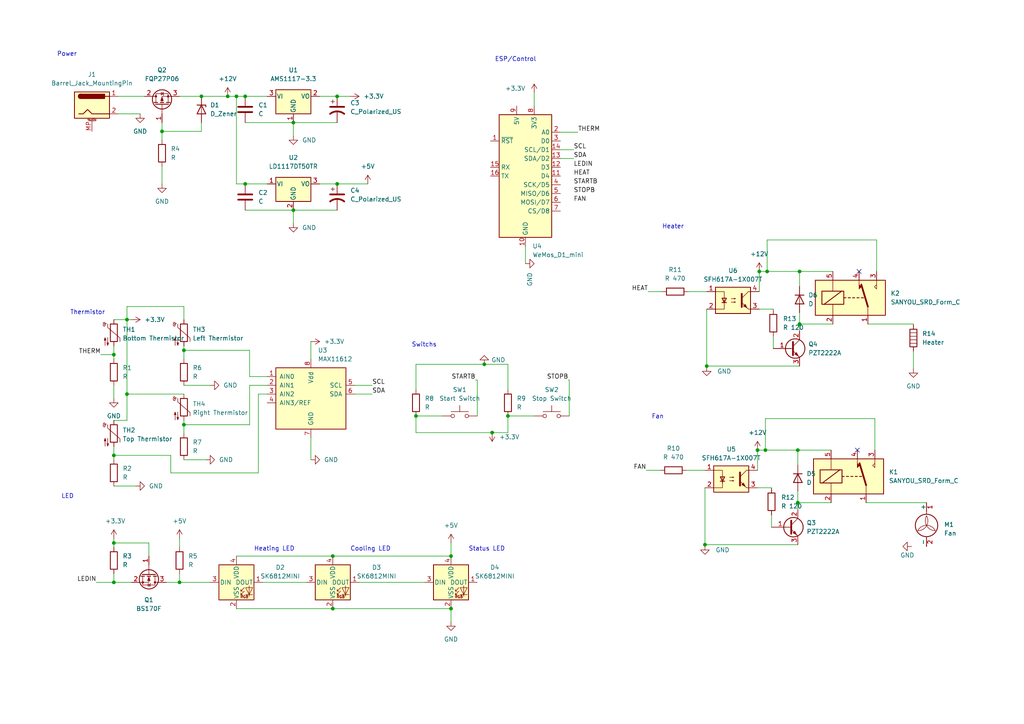
<source format=kicad_sch>
(kicad_sch (version 20211123) (generator eeschema)

  (uuid e1392235-21e9-43f5-a38b-07b4a1974d9a)

  (paper "A4")

  (lib_symbols
    (symbol "Analog_ADC:MAX11612" (pin_names (offset 1.016)) (in_bom yes) (on_board yes)
      (property "Reference" "U" (id 0) (at 11.43 -3.81 0)
        (effects (font (size 1.27 1.27)) (justify left))
      )
      (property "Value" "MAX11612" (id 1) (at 11.43 -6.35 0)
        (effects (font (size 1.27 1.27)) (justify left))
      )
      (property "Footprint" "Package_SO:MSOP-8_3x3mm_P0.65mm" (id 2) (at 11.43 -8.89 0)
        (effects (font (size 1.27 1.27)) (justify left) hide)
      )
      (property "Datasheet" "https://datasheets.maximintegrated.com/en/ds/MAX11612-MAX11617.pdf" (id 3) (at 2.54 12.7 0)
        (effects (font (size 1.27 1.27)) hide)
      )
      (property "ki_keywords" "adc i2c 4ch" (id 4) (at 0 0 0)
        (effects (font (size 1.27 1.27)) hide)
      )
      (property "ki_description" "4-channel single-ended or 2-channel, differential, 12-bit ADC, I2C, 4.096V internal reference, 8-MSOP package" (id 5) (at 0 0 0)
        (effects (font (size 1.27 1.27)) hide)
      )
      (property "ki_fp_filters" "MSOP*3x3mm*P0.65mm*" (id 6) (at 0 0 0)
        (effects (font (size 1.27 1.27)) hide)
      )
      (symbol "MAX11612_0_1"
        (rectangle (start -10.16 7.62) (end 10.16 -10.16)
          (stroke (width 0.254) (type default) (color 0 0 0 0))
          (fill (type background))
        )
      )
      (symbol "MAX11612_1_1"
        (pin input line (at -12.7 5.08 0) (length 2.54)
          (name "AIN0" (effects (font (size 1.27 1.27))))
          (number "1" (effects (font (size 1.27 1.27))))
        )
        (pin input line (at -12.7 2.54 0) (length 2.54)
          (name "AIN1" (effects (font (size 1.27 1.27))))
          (number "2" (effects (font (size 1.27 1.27))))
        )
        (pin input line (at -12.7 0 0) (length 2.54)
          (name "AIN2" (effects (font (size 1.27 1.27))))
          (number "3" (effects (font (size 1.27 1.27))))
        )
        (pin input line (at -12.7 -2.54 0) (length 2.54)
          (name "AIN3/REF" (effects (font (size 1.27 1.27))))
          (number "4" (effects (font (size 1.27 1.27))))
        )
        (pin input line (at 12.7 2.54 180) (length 2.54)
          (name "SCL" (effects (font (size 1.27 1.27))))
          (number "5" (effects (font (size 1.27 1.27))))
        )
        (pin bidirectional line (at 12.7 0 180) (length 2.54)
          (name "SDA" (effects (font (size 1.27 1.27))))
          (number "6" (effects (font (size 1.27 1.27))))
        )
        (pin power_in line (at 0 -12.7 90) (length 2.54)
          (name "GND" (effects (font (size 1.27 1.27))))
          (number "7" (effects (font (size 1.27 1.27))))
        )
        (pin power_in line (at 0 10.16 270) (length 2.54)
          (name "Vdd" (effects (font (size 1.27 1.27))))
          (number "8" (effects (font (size 1.27 1.27))))
        )
      )
    )
    (symbol "Connector:Barrel_Jack_MountingPin" (pin_names hide) (in_bom yes) (on_board yes)
      (property "Reference" "J" (id 0) (at 0 5.334 0)
        (effects (font (size 1.27 1.27)))
      )
      (property "Value" "Barrel_Jack_MountingPin" (id 1) (at 1.27 -6.35 0)
        (effects (font (size 1.27 1.27)) (justify left))
      )
      (property "Footprint" "" (id 2) (at 1.27 -1.016 0)
        (effects (font (size 1.27 1.27)) hide)
      )
      (property "Datasheet" "~" (id 3) (at 1.27 -1.016 0)
        (effects (font (size 1.27 1.27)) hide)
      )
      (property "ki_keywords" "DC power barrel jack connector" (id 4) (at 0 0 0)
        (effects (font (size 1.27 1.27)) hide)
      )
      (property "ki_description" "DC Barrel Jack with a mounting pin" (id 5) (at 0 0 0)
        (effects (font (size 1.27 1.27)) hide)
      )
      (property "ki_fp_filters" "BarrelJack*" (id 6) (at 0 0 0)
        (effects (font (size 1.27 1.27)) hide)
      )
      (symbol "Barrel_Jack_MountingPin_0_1"
        (rectangle (start -5.08 3.81) (end 5.08 -3.81)
          (stroke (width 0.254) (type default) (color 0 0 0 0))
          (fill (type background))
        )
        (arc (start -3.302 3.175) (mid -3.937 2.54) (end -3.302 1.905)
          (stroke (width 0.254) (type default) (color 0 0 0 0))
          (fill (type none))
        )
        (arc (start -3.302 3.175) (mid -3.937 2.54) (end -3.302 1.905)
          (stroke (width 0.254) (type default) (color 0 0 0 0))
          (fill (type outline))
        )
        (polyline
          (pts
            (xy 5.08 2.54)
            (xy 3.81 2.54)
          )
          (stroke (width 0.254) (type default) (color 0 0 0 0))
          (fill (type none))
        )
        (polyline
          (pts
            (xy -3.81 -2.54)
            (xy -2.54 -2.54)
            (xy -1.27 -1.27)
            (xy 0 -2.54)
            (xy 2.54 -2.54)
            (xy 5.08 -2.54)
          )
          (stroke (width 0.254) (type default) (color 0 0 0 0))
          (fill (type none))
        )
        (rectangle (start 3.683 3.175) (end -3.302 1.905)
          (stroke (width 0.254) (type default) (color 0 0 0 0))
          (fill (type outline))
        )
      )
      (symbol "Barrel_Jack_MountingPin_1_1"
        (polyline
          (pts
            (xy -1.016 -4.572)
            (xy 1.016 -4.572)
          )
          (stroke (width 0.1524) (type default) (color 0 0 0 0))
          (fill (type none))
        )
        (text "Mounting" (at 0 -4.191 0)
          (effects (font (size 0.381 0.381)))
        )
        (pin passive line (at 7.62 2.54 180) (length 2.54)
          (name "~" (effects (font (size 1.27 1.27))))
          (number "1" (effects (font (size 1.27 1.27))))
        )
        (pin passive line (at 7.62 -2.54 180) (length 2.54)
          (name "~" (effects (font (size 1.27 1.27))))
          (number "2" (effects (font (size 1.27 1.27))))
        )
        (pin passive line (at 0 -7.62 90) (length 3.048)
          (name "MountPin" (effects (font (size 1.27 1.27))))
          (number "MP" (effects (font (size 1.27 1.27))))
        )
      )
    )
    (symbol "Device:C" (pin_numbers hide) (pin_names (offset 0.254)) (in_bom yes) (on_board yes)
      (property "Reference" "C" (id 0) (at 0.635 2.54 0)
        (effects (font (size 1.27 1.27)) (justify left))
      )
      (property "Value" "C" (id 1) (at 0.635 -2.54 0)
        (effects (font (size 1.27 1.27)) (justify left))
      )
      (property "Footprint" "" (id 2) (at 0.9652 -3.81 0)
        (effects (font (size 1.27 1.27)) hide)
      )
      (property "Datasheet" "~" (id 3) (at 0 0 0)
        (effects (font (size 1.27 1.27)) hide)
      )
      (property "ki_keywords" "cap capacitor" (id 4) (at 0 0 0)
        (effects (font (size 1.27 1.27)) hide)
      )
      (property "ki_description" "Unpolarized capacitor" (id 5) (at 0 0 0)
        (effects (font (size 1.27 1.27)) hide)
      )
      (property "ki_fp_filters" "C_*" (id 6) (at 0 0 0)
        (effects (font (size 1.27 1.27)) hide)
      )
      (symbol "C_0_1"
        (polyline
          (pts
            (xy -2.032 -0.762)
            (xy 2.032 -0.762)
          )
          (stroke (width 0.508) (type default) (color 0 0 0 0))
          (fill (type none))
        )
        (polyline
          (pts
            (xy -2.032 0.762)
            (xy 2.032 0.762)
          )
          (stroke (width 0.508) (type default) (color 0 0 0 0))
          (fill (type none))
        )
      )
      (symbol "C_1_1"
        (pin passive line (at 0 3.81 270) (length 2.794)
          (name "~" (effects (font (size 1.27 1.27))))
          (number "1" (effects (font (size 1.27 1.27))))
        )
        (pin passive line (at 0 -3.81 90) (length 2.794)
          (name "~" (effects (font (size 1.27 1.27))))
          (number "2" (effects (font (size 1.27 1.27))))
        )
      )
    )
    (symbol "Device:C_Polarized_US" (pin_numbers hide) (pin_names (offset 0.254) hide) (in_bom yes) (on_board yes)
      (property "Reference" "C" (id 0) (at 0.635 2.54 0)
        (effects (font (size 1.27 1.27)) (justify left))
      )
      (property "Value" "C_Polarized_US" (id 1) (at 0.635 -2.54 0)
        (effects (font (size 1.27 1.27)) (justify left))
      )
      (property "Footprint" "" (id 2) (at 0 0 0)
        (effects (font (size 1.27 1.27)) hide)
      )
      (property "Datasheet" "~" (id 3) (at 0 0 0)
        (effects (font (size 1.27 1.27)) hide)
      )
      (property "ki_keywords" "cap capacitor" (id 4) (at 0 0 0)
        (effects (font (size 1.27 1.27)) hide)
      )
      (property "ki_description" "Polarized capacitor, US symbol" (id 5) (at 0 0 0)
        (effects (font (size 1.27 1.27)) hide)
      )
      (property "ki_fp_filters" "CP_*" (id 6) (at 0 0 0)
        (effects (font (size 1.27 1.27)) hide)
      )
      (symbol "C_Polarized_US_0_1"
        (polyline
          (pts
            (xy -2.032 0.762)
            (xy 2.032 0.762)
          )
          (stroke (width 0.508) (type default) (color 0 0 0 0))
          (fill (type none))
        )
        (polyline
          (pts
            (xy -1.778 2.286)
            (xy -0.762 2.286)
          )
          (stroke (width 0) (type default) (color 0 0 0 0))
          (fill (type none))
        )
        (polyline
          (pts
            (xy -1.27 1.778)
            (xy -1.27 2.794)
          )
          (stroke (width 0) (type default) (color 0 0 0 0))
          (fill (type none))
        )
        (arc (start 2.032 -1.27) (mid 0 -0.5572) (end -2.032 -1.27)
          (stroke (width 0.508) (type default) (color 0 0 0 0))
          (fill (type none))
        )
      )
      (symbol "C_Polarized_US_1_1"
        (pin passive line (at 0 3.81 270) (length 2.794)
          (name "~" (effects (font (size 1.27 1.27))))
          (number "1" (effects (font (size 1.27 1.27))))
        )
        (pin passive line (at 0 -3.81 90) (length 3.302)
          (name "~" (effects (font (size 1.27 1.27))))
          (number "2" (effects (font (size 1.27 1.27))))
        )
      )
    )
    (symbol "Device:D" (pin_numbers hide) (pin_names (offset 1.016) hide) (in_bom yes) (on_board yes)
      (property "Reference" "D" (id 0) (at 0 2.54 0)
        (effects (font (size 1.27 1.27)))
      )
      (property "Value" "D" (id 1) (at 0 -2.54 0)
        (effects (font (size 1.27 1.27)))
      )
      (property "Footprint" "" (id 2) (at 0 0 0)
        (effects (font (size 1.27 1.27)) hide)
      )
      (property "Datasheet" "~" (id 3) (at 0 0 0)
        (effects (font (size 1.27 1.27)) hide)
      )
      (property "ki_keywords" "diode" (id 4) (at 0 0 0)
        (effects (font (size 1.27 1.27)) hide)
      )
      (property "ki_description" "Diode" (id 5) (at 0 0 0)
        (effects (font (size 1.27 1.27)) hide)
      )
      (property "ki_fp_filters" "TO-???* *_Diode_* *SingleDiode* D_*" (id 6) (at 0 0 0)
        (effects (font (size 1.27 1.27)) hide)
      )
      (symbol "D_0_1"
        (polyline
          (pts
            (xy -1.27 1.27)
            (xy -1.27 -1.27)
          )
          (stroke (width 0.254) (type default) (color 0 0 0 0))
          (fill (type none))
        )
        (polyline
          (pts
            (xy 1.27 0)
            (xy -1.27 0)
          )
          (stroke (width 0) (type default) (color 0 0 0 0))
          (fill (type none))
        )
        (polyline
          (pts
            (xy 1.27 1.27)
            (xy 1.27 -1.27)
            (xy -1.27 0)
            (xy 1.27 1.27)
          )
          (stroke (width 0.254) (type default) (color 0 0 0 0))
          (fill (type none))
        )
      )
      (symbol "D_1_1"
        (pin passive line (at -3.81 0 0) (length 2.54)
          (name "K" (effects (font (size 1.27 1.27))))
          (number "1" (effects (font (size 1.27 1.27))))
        )
        (pin passive line (at 3.81 0 180) (length 2.54)
          (name "A" (effects (font (size 1.27 1.27))))
          (number "2" (effects (font (size 1.27 1.27))))
        )
      )
    )
    (symbol "Device:D_Zener" (pin_numbers hide) (pin_names (offset 1.016) hide) (in_bom yes) (on_board yes)
      (property "Reference" "D" (id 0) (at 0 2.54 0)
        (effects (font (size 1.27 1.27)))
      )
      (property "Value" "D_Zener" (id 1) (at 0 -2.54 0)
        (effects (font (size 1.27 1.27)))
      )
      (property "Footprint" "" (id 2) (at 0 0 0)
        (effects (font (size 1.27 1.27)) hide)
      )
      (property "Datasheet" "~" (id 3) (at 0 0 0)
        (effects (font (size 1.27 1.27)) hide)
      )
      (property "ki_keywords" "diode" (id 4) (at 0 0 0)
        (effects (font (size 1.27 1.27)) hide)
      )
      (property "ki_description" "Zener diode" (id 5) (at 0 0 0)
        (effects (font (size 1.27 1.27)) hide)
      )
      (property "ki_fp_filters" "TO-???* *_Diode_* *SingleDiode* D_*" (id 6) (at 0 0 0)
        (effects (font (size 1.27 1.27)) hide)
      )
      (symbol "D_Zener_0_1"
        (polyline
          (pts
            (xy 1.27 0)
            (xy -1.27 0)
          )
          (stroke (width 0) (type default) (color 0 0 0 0))
          (fill (type none))
        )
        (polyline
          (pts
            (xy -1.27 -1.27)
            (xy -1.27 1.27)
            (xy -0.762 1.27)
          )
          (stroke (width 0.254) (type default) (color 0 0 0 0))
          (fill (type none))
        )
        (polyline
          (pts
            (xy 1.27 -1.27)
            (xy 1.27 1.27)
            (xy -1.27 0)
            (xy 1.27 -1.27)
          )
          (stroke (width 0.254) (type default) (color 0 0 0 0))
          (fill (type none))
        )
      )
      (symbol "D_Zener_1_1"
        (pin passive line (at -3.81 0 0) (length 2.54)
          (name "K" (effects (font (size 1.27 1.27))))
          (number "1" (effects (font (size 1.27 1.27))))
        )
        (pin passive line (at 3.81 0 180) (length 2.54)
          (name "A" (effects (font (size 1.27 1.27))))
          (number "2" (effects (font (size 1.27 1.27))))
        )
      )
    )
    (symbol "Device:Heater" (pin_numbers hide) (pin_names (offset 0)) (in_bom yes) (on_board yes)
      (property "Reference" "R" (id 0) (at 2.032 0 90)
        (effects (font (size 1.27 1.27)))
      )
      (property "Value" "Heater" (id 1) (at -2.032 0 90)
        (effects (font (size 1.27 1.27)))
      )
      (property "Footprint" "" (id 2) (at -1.778 0 90)
        (effects (font (size 1.27 1.27)) hide)
      )
      (property "Datasheet" "~" (id 3) (at 0 0 0)
        (effects (font (size 1.27 1.27)) hide)
      )
      (property "ki_keywords" "heater R resistor" (id 4) (at 0 0 0)
        (effects (font (size 1.27 1.27)) hide)
      )
      (property "ki_description" "Resistive heater" (id 5) (at 0 0 0)
        (effects (font (size 1.27 1.27)) hide)
      )
      (symbol "Heater_0_1"
        (rectangle (start -1.016 -2.54) (end 1.016 2.54)
          (stroke (width 0.254) (type default) (color 0 0 0 0))
          (fill (type none))
        )
        (polyline
          (pts
            (xy -1.016 1.524)
            (xy 1.016 1.524)
          )
          (stroke (width 0) (type default) (color 0 0 0 0))
          (fill (type none))
        )
        (polyline
          (pts
            (xy 1.016 -1.524)
            (xy -1.016 -1.524)
          )
          (stroke (width 0) (type default) (color 0 0 0 0))
          (fill (type none))
        )
        (polyline
          (pts
            (xy 1.016 -0.508)
            (xy -1.016 -0.508)
          )
          (stroke (width 0) (type default) (color 0 0 0 0))
          (fill (type none))
        )
        (polyline
          (pts
            (xy 1.016 0.508)
            (xy -1.016 0.508)
          )
          (stroke (width 0) (type default) (color 0 0 0 0))
          (fill (type none))
        )
      )
      (symbol "Heater_1_1"
        (pin passive line (at 0 3.81 270) (length 1.27)
          (name "~" (effects (font (size 1.27 1.27))))
          (number "1" (effects (font (size 1.27 1.27))))
        )
        (pin passive line (at 0 -3.81 90) (length 1.27)
          (name "~" (effects (font (size 1.27 1.27))))
          (number "2" (effects (font (size 1.27 1.27))))
        )
      )
    )
    (symbol "Device:R" (pin_numbers hide) (pin_names (offset 0)) (in_bom yes) (on_board yes)
      (property "Reference" "R" (id 0) (at 2.032 0 90)
        (effects (font (size 1.27 1.27)))
      )
      (property "Value" "R" (id 1) (at 0 0 90)
        (effects (font (size 1.27 1.27)))
      )
      (property "Footprint" "" (id 2) (at -1.778 0 90)
        (effects (font (size 1.27 1.27)) hide)
      )
      (property "Datasheet" "~" (id 3) (at 0 0 0)
        (effects (font (size 1.27 1.27)) hide)
      )
      (property "ki_keywords" "R res resistor" (id 4) (at 0 0 0)
        (effects (font (size 1.27 1.27)) hide)
      )
      (property "ki_description" "Resistor" (id 5) (at 0 0 0)
        (effects (font (size 1.27 1.27)) hide)
      )
      (property "ki_fp_filters" "R_*" (id 6) (at 0 0 0)
        (effects (font (size 1.27 1.27)) hide)
      )
      (symbol "R_0_1"
        (rectangle (start -1.016 -2.54) (end 1.016 2.54)
          (stroke (width 0.254) (type default) (color 0 0 0 0))
          (fill (type none))
        )
      )
      (symbol "R_1_1"
        (pin passive line (at 0 3.81 270) (length 1.27)
          (name "~" (effects (font (size 1.27 1.27))))
          (number "1" (effects (font (size 1.27 1.27))))
        )
        (pin passive line (at 0 -3.81 90) (length 1.27)
          (name "~" (effects (font (size 1.27 1.27))))
          (number "2" (effects (font (size 1.27 1.27))))
        )
      )
    )
    (symbol "Device:Thermistor_NTC" (pin_numbers hide) (pin_names (offset 0)) (in_bom yes) (on_board yes)
      (property "Reference" "TH" (id 0) (at -4.445 0 90)
        (effects (font (size 1.27 1.27)))
      )
      (property "Value" "Thermistor_NTC" (id 1) (at 3.175 0 90)
        (effects (font (size 1.27 1.27)))
      )
      (property "Footprint" "" (id 2) (at 0 1.27 0)
        (effects (font (size 1.27 1.27)) hide)
      )
      (property "Datasheet" "~" (id 3) (at 0 1.27 0)
        (effects (font (size 1.27 1.27)) hide)
      )
      (property "ki_keywords" "thermistor NTC resistor sensor RTD" (id 4) (at 0 0 0)
        (effects (font (size 1.27 1.27)) hide)
      )
      (property "ki_description" "Temperature dependent resistor, negative temperature coefficient" (id 5) (at 0 0 0)
        (effects (font (size 1.27 1.27)) hide)
      )
      (property "ki_fp_filters" "*NTC* *Thermistor* PIN?ARRAY* bornier* *Terminal?Block* R_*" (id 6) (at 0 0 0)
        (effects (font (size 1.27 1.27)) hide)
      )
      (symbol "Thermistor_NTC_0_1"
        (arc (start -3.048 2.159) (mid -3.0495 2.3143) (end -3.175 2.413)
          (stroke (width 0) (type default) (color 0 0 0 0))
          (fill (type none))
        )
        (arc (start -3.048 2.159) (mid -2.9736 1.9794) (end -2.794 1.905)
          (stroke (width 0) (type default) (color 0 0 0 0))
          (fill (type none))
        )
        (arc (start -3.048 2.794) (mid -2.9736 2.6144) (end -2.794 2.54)
          (stroke (width 0) (type default) (color 0 0 0 0))
          (fill (type none))
        )
        (arc (start -2.794 1.905) (mid -2.6144 1.9794) (end -2.54 2.159)
          (stroke (width 0) (type default) (color 0 0 0 0))
          (fill (type none))
        )
        (arc (start -2.794 2.54) (mid -2.4393 2.5587) (end -2.159 2.794)
          (stroke (width 0) (type default) (color 0 0 0 0))
          (fill (type none))
        )
        (arc (start -2.794 3.048) (mid -2.9736 2.9736) (end -3.048 2.794)
          (stroke (width 0) (type default) (color 0 0 0 0))
          (fill (type none))
        )
        (arc (start -2.54 2.794) (mid -2.6144 2.9736) (end -2.794 3.048)
          (stroke (width 0) (type default) (color 0 0 0 0))
          (fill (type none))
        )
        (rectangle (start -1.016 2.54) (end 1.016 -2.54)
          (stroke (width 0.254) (type default) (color 0 0 0 0))
          (fill (type none))
        )
        (polyline
          (pts
            (xy -2.54 2.159)
            (xy -2.54 2.794)
          )
          (stroke (width 0) (type default) (color 0 0 0 0))
          (fill (type none))
        )
        (polyline
          (pts
            (xy -1.778 2.54)
            (xy -1.778 1.524)
            (xy 1.778 -1.524)
            (xy 1.778 -2.54)
          )
          (stroke (width 0) (type default) (color 0 0 0 0))
          (fill (type none))
        )
        (polyline
          (pts
            (xy -2.54 -3.683)
            (xy -2.54 -1.397)
            (xy -2.794 -2.159)
            (xy -2.286 -2.159)
            (xy -2.54 -1.397)
            (xy -2.54 -1.651)
          )
          (stroke (width 0) (type default) (color 0 0 0 0))
          (fill (type outline))
        )
        (polyline
          (pts
            (xy -1.778 -1.397)
            (xy -1.778 -3.683)
            (xy -2.032 -2.921)
            (xy -1.524 -2.921)
            (xy -1.778 -3.683)
            (xy -1.778 -3.429)
          )
          (stroke (width 0) (type default) (color 0 0 0 0))
          (fill (type outline))
        )
      )
      (symbol "Thermistor_NTC_1_1"
        (pin passive line (at 0 3.81 270) (length 1.27)
          (name "~" (effects (font (size 1.27 1.27))))
          (number "1" (effects (font (size 1.27 1.27))))
        )
        (pin passive line (at 0 -3.81 90) (length 1.27)
          (name "~" (effects (font (size 1.27 1.27))))
          (number "2" (effects (font (size 1.27 1.27))))
        )
      )
    )
    (symbol "Isolator:SFH617A-1X007T" (pin_names (offset 1.016)) (in_bom yes) (on_board yes)
      (property "Reference" "U" (id 0) (at -5.08 6.35 0)
        (effects (font (size 1.27 1.27)) (justify left))
      )
      (property "Value" "SFH617A-1X007T" (id 1) (at -5.08 -6.35 0)
        (effects (font (size 1.27 1.27)) (justify left))
      )
      (property "Footprint" "Package_DIP:SMDIP-4_W9.53mm_Clearance8mm" (id 2) (at 0 -8.89 0)
        (effects (font (size 1.27 1.27) italic) hide)
      )
      (property "Datasheet" "http://www.vishay.com/docs/83740/sfh617a.pdf" (id 3) (at 0 -1.27 0)
        (effects (font (size 1.27 1.27)) (justify left) hide)
      )
      (property "ki_keywords" "Optocoupler, Phototransistor Output, 5300 VRMS, VCEO 70V, CTR% 40-80" (id 4) (at 0 0 0)
        (effects (font (size 1.27 1.27)) hide)
      )
      (property "ki_description" "Optocoupler, Phototransistor Output, 5300 VRMS, VCEO 70V, CTR% 40-80, -55 to +110 degree Celcius, UL, BSI, FIMKO, cUL, 8mm clearence SMD PDIP-4" (id 5) (at 0 0 0)
        (effects (font (size 1.27 1.27)) hide)
      )
      (property "ki_fp_filters" "SMDIP*W9.53mm*Clearance8mm*" (id 6) (at 0 0 0)
        (effects (font (size 1.27 1.27)) hide)
      )
      (symbol "SFH617A-1X007T_0_1"
        (rectangle (start -5.08 3.81) (end 5.08 -3.81)
          (stroke (width 0.254) (type default) (color 0 0 0 0))
          (fill (type background))
        )
        (polyline
          (pts
            (xy -3.175 -0.635)
            (xy -1.905 -0.635)
          )
          (stroke (width 0.254) (type default) (color 0 0 0 0))
          (fill (type none))
        )
        (polyline
          (pts
            (xy 2.54 0.635)
            (xy 4.445 2.54)
          )
          (stroke (width 0) (type default) (color 0 0 0 0))
          (fill (type none))
        )
        (polyline
          (pts
            (xy 4.445 -2.54)
            (xy 2.54 -0.635)
          )
          (stroke (width 0) (type default) (color 0 0 0 0))
          (fill (type outline))
        )
        (polyline
          (pts
            (xy 4.445 -2.54)
            (xy 5.08 -2.54)
          )
          (stroke (width 0) (type default) (color 0 0 0 0))
          (fill (type none))
        )
        (polyline
          (pts
            (xy 4.445 2.54)
            (xy 5.08 2.54)
          )
          (stroke (width 0) (type default) (color 0 0 0 0))
          (fill (type none))
        )
        (polyline
          (pts
            (xy -2.54 -0.635)
            (xy -2.54 -2.54)
            (xy -5.08 -2.54)
          )
          (stroke (width 0) (type default) (color 0 0 0 0))
          (fill (type none))
        )
        (polyline
          (pts
            (xy 2.54 1.905)
            (xy 2.54 -1.905)
            (xy 2.54 -1.905)
          )
          (stroke (width 0.508) (type default) (color 0 0 0 0))
          (fill (type none))
        )
        (polyline
          (pts
            (xy -5.08 2.54)
            (xy -2.54 2.54)
            (xy -2.54 -1.27)
            (xy -2.54 0.635)
          )
          (stroke (width 0) (type default) (color 0 0 0 0))
          (fill (type none))
        )
        (polyline
          (pts
            (xy -2.54 -0.635)
            (xy -3.175 0.635)
            (xy -1.905 0.635)
            (xy -2.54 -0.635)
          )
          (stroke (width 0.254) (type default) (color 0 0 0 0))
          (fill (type none))
        )
        (polyline
          (pts
            (xy -0.508 -0.508)
            (xy 0.762 -0.508)
            (xy 0.381 -0.635)
            (xy 0.381 -0.381)
            (xy 0.762 -0.508)
          )
          (stroke (width 0) (type default) (color 0 0 0 0))
          (fill (type none))
        )
        (polyline
          (pts
            (xy -0.508 0.508)
            (xy 0.762 0.508)
            (xy 0.381 0.381)
            (xy 0.381 0.635)
            (xy 0.762 0.508)
          )
          (stroke (width 0) (type default) (color 0 0 0 0))
          (fill (type none))
        )
        (polyline
          (pts
            (xy 3.048 -1.651)
            (xy 3.556 -1.143)
            (xy 4.064 -2.159)
            (xy 3.048 -1.651)
            (xy 3.048 -1.651)
          )
          (stroke (width 0) (type default) (color 0 0 0 0))
          (fill (type outline))
        )
      )
      (symbol "SFH617A-1X007T_1_1"
        (pin passive line (at -7.62 2.54 0) (length 2.54)
          (name "~" (effects (font (size 1.27 1.27))))
          (number "1" (effects (font (size 1.27 1.27))))
        )
        (pin passive line (at -7.62 -2.54 0) (length 2.54)
          (name "~" (effects (font (size 1.27 1.27))))
          (number "2" (effects (font (size 1.27 1.27))))
        )
        (pin passive line (at 7.62 -2.54 180) (length 2.54)
          (name "~" (effects (font (size 1.27 1.27))))
          (number "3" (effects (font (size 1.27 1.27))))
        )
        (pin passive line (at 7.62 2.54 180) (length 2.54)
          (name "~" (effects (font (size 1.27 1.27))))
          (number "4" (effects (font (size 1.27 1.27))))
        )
      )
    )
    (symbol "LED:SK6812MINI" (pin_names (offset 0.254)) (in_bom yes) (on_board yes)
      (property "Reference" "D" (id 0) (at 5.08 5.715 0)
        (effects (font (size 1.27 1.27)) (justify right bottom))
      )
      (property "Value" "SK6812MINI" (id 1) (at 1.27 -5.715 0)
        (effects (font (size 1.27 1.27)) (justify left top))
      )
      (property "Footprint" "LED_SMD:LED_SK6812MINI_PLCC4_3.5x3.5mm_P1.75mm" (id 2) (at 1.27 -7.62 0)
        (effects (font (size 1.27 1.27)) (justify left top) hide)
      )
      (property "Datasheet" "https://cdn-shop.adafruit.com/product-files/2686/SK6812MINI_REV.01-1-2.pdf" (id 3) (at 2.54 -9.525 0)
        (effects (font (size 1.27 1.27)) (justify left top) hide)
      )
      (property "ki_keywords" "RGB LED NeoPixel Mini addressable" (id 4) (at 0 0 0)
        (effects (font (size 1.27 1.27)) hide)
      )
      (property "ki_description" "RGB LED with integrated controller" (id 5) (at 0 0 0)
        (effects (font (size 1.27 1.27)) hide)
      )
      (property "ki_fp_filters" "LED*SK6812MINI*PLCC*3.5x3.5mm*P1.75mm*" (id 6) (at 0 0 0)
        (effects (font (size 1.27 1.27)) hide)
      )
      (symbol "SK6812MINI_0_0"
        (text "RGB" (at 2.286 -4.191 0)
          (effects (font (size 0.762 0.762)))
        )
      )
      (symbol "SK6812MINI_0_1"
        (polyline
          (pts
            (xy 1.27 -3.556)
            (xy 1.778 -3.556)
          )
          (stroke (width 0) (type default) (color 0 0 0 0))
          (fill (type none))
        )
        (polyline
          (pts
            (xy 1.27 -2.54)
            (xy 1.778 -2.54)
          )
          (stroke (width 0) (type default) (color 0 0 0 0))
          (fill (type none))
        )
        (polyline
          (pts
            (xy 4.699 -3.556)
            (xy 2.667 -3.556)
          )
          (stroke (width 0) (type default) (color 0 0 0 0))
          (fill (type none))
        )
        (polyline
          (pts
            (xy 2.286 -2.54)
            (xy 1.27 -3.556)
            (xy 1.27 -3.048)
          )
          (stroke (width 0) (type default) (color 0 0 0 0))
          (fill (type none))
        )
        (polyline
          (pts
            (xy 2.286 -1.524)
            (xy 1.27 -2.54)
            (xy 1.27 -2.032)
          )
          (stroke (width 0) (type default) (color 0 0 0 0))
          (fill (type none))
        )
        (polyline
          (pts
            (xy 3.683 -1.016)
            (xy 3.683 -3.556)
            (xy 3.683 -4.064)
          )
          (stroke (width 0) (type default) (color 0 0 0 0))
          (fill (type none))
        )
        (polyline
          (pts
            (xy 4.699 -1.524)
            (xy 2.667 -1.524)
            (xy 3.683 -3.556)
            (xy 4.699 -1.524)
          )
          (stroke (width 0) (type default) (color 0 0 0 0))
          (fill (type none))
        )
        (rectangle (start 5.08 5.08) (end -5.08 -5.08)
          (stroke (width 0.254) (type default) (color 0 0 0 0))
          (fill (type background))
        )
      )
      (symbol "SK6812MINI_1_1"
        (pin output line (at 7.62 0 180) (length 2.54)
          (name "DOUT" (effects (font (size 1.27 1.27))))
          (number "1" (effects (font (size 1.27 1.27))))
        )
        (pin power_in line (at 0 -7.62 90) (length 2.54)
          (name "VSS" (effects (font (size 1.27 1.27))))
          (number "2" (effects (font (size 1.27 1.27))))
        )
        (pin input line (at -7.62 0 0) (length 2.54)
          (name "DIN" (effects (font (size 1.27 1.27))))
          (number "3" (effects (font (size 1.27 1.27))))
        )
        (pin power_in line (at 0 7.62 270) (length 2.54)
          (name "VDD" (effects (font (size 1.27 1.27))))
          (number "4" (effects (font (size 1.27 1.27))))
        )
      )
    )
    (symbol "MCU_Module:WeMos_D1_mini" (in_bom yes) (on_board yes)
      (property "Reference" "U" (id 0) (at 3.81 19.05 0)
        (effects (font (size 1.27 1.27)) (justify left))
      )
      (property "Value" "WeMos_D1_mini" (id 1) (at 1.27 -19.05 0)
        (effects (font (size 1.27 1.27)) (justify left))
      )
      (property "Footprint" "Module:WEMOS_D1_mini_light" (id 2) (at 0 -29.21 0)
        (effects (font (size 1.27 1.27)) hide)
      )
      (property "Datasheet" "https://wiki.wemos.cc/products:d1:d1_mini#documentation" (id 3) (at -46.99 -29.21 0)
        (effects (font (size 1.27 1.27)) hide)
      )
      (property "ki_keywords" "ESP8266 WiFi microcontroller ESP8266EX" (id 4) (at 0 0 0)
        (effects (font (size 1.27 1.27)) hide)
      )
      (property "ki_description" "32-bit microcontroller module with WiFi" (id 5) (at 0 0 0)
        (effects (font (size 1.27 1.27)) hide)
      )
      (property "ki_fp_filters" "WEMOS*D1*mini*" (id 6) (at 0 0 0)
        (effects (font (size 1.27 1.27)) hide)
      )
      (symbol "WeMos_D1_mini_1_1"
        (rectangle (start -7.62 17.78) (end 7.62 -17.78)
          (stroke (width 0.254) (type default) (color 0 0 0 0))
          (fill (type background))
        )
        (pin input line (at -10.16 10.16 0) (length 2.54)
          (name "~{RST}" (effects (font (size 1.27 1.27))))
          (number "1" (effects (font (size 1.27 1.27))))
        )
        (pin power_in line (at 0 -20.32 90) (length 2.54)
          (name "GND" (effects (font (size 1.27 1.27))))
          (number "10" (effects (font (size 1.27 1.27))))
        )
        (pin bidirectional line (at 10.16 0 180) (length 2.54)
          (name "D4" (effects (font (size 1.27 1.27))))
          (number "11" (effects (font (size 1.27 1.27))))
        )
        (pin bidirectional line (at 10.16 2.54 180) (length 2.54)
          (name "D3" (effects (font (size 1.27 1.27))))
          (number "12" (effects (font (size 1.27 1.27))))
        )
        (pin bidirectional line (at 10.16 5.08 180) (length 2.54)
          (name "SDA/D2" (effects (font (size 1.27 1.27))))
          (number "13" (effects (font (size 1.27 1.27))))
        )
        (pin bidirectional line (at 10.16 7.62 180) (length 2.54)
          (name "SCL/D1" (effects (font (size 1.27 1.27))))
          (number "14" (effects (font (size 1.27 1.27))))
        )
        (pin input line (at -10.16 2.54 0) (length 2.54)
          (name "RX" (effects (font (size 1.27 1.27))))
          (number "15" (effects (font (size 1.27 1.27))))
        )
        (pin output line (at -10.16 0 0) (length 2.54)
          (name "TX" (effects (font (size 1.27 1.27))))
          (number "16" (effects (font (size 1.27 1.27))))
        )
        (pin input line (at 10.16 12.7 180) (length 2.54)
          (name "A0" (effects (font (size 1.27 1.27))))
          (number "2" (effects (font (size 1.27 1.27))))
        )
        (pin bidirectional line (at 10.16 10.16 180) (length 2.54)
          (name "D0" (effects (font (size 1.27 1.27))))
          (number "3" (effects (font (size 1.27 1.27))))
        )
        (pin bidirectional line (at 10.16 -2.54 180) (length 2.54)
          (name "SCK/D5" (effects (font (size 1.27 1.27))))
          (number "4" (effects (font (size 1.27 1.27))))
        )
        (pin bidirectional line (at 10.16 -5.08 180) (length 2.54)
          (name "MISO/D6" (effects (font (size 1.27 1.27))))
          (number "5" (effects (font (size 1.27 1.27))))
        )
        (pin bidirectional line (at 10.16 -7.62 180) (length 2.54)
          (name "MOSI/D7" (effects (font (size 1.27 1.27))))
          (number "6" (effects (font (size 1.27 1.27))))
        )
        (pin bidirectional line (at 10.16 -10.16 180) (length 2.54)
          (name "CS/D8" (effects (font (size 1.27 1.27))))
          (number "7" (effects (font (size 1.27 1.27))))
        )
        (pin power_out line (at 2.54 20.32 270) (length 2.54)
          (name "3V3" (effects (font (size 1.27 1.27))))
          (number "8" (effects (font (size 1.27 1.27))))
        )
        (pin power_in line (at -2.54 20.32 270) (length 2.54)
          (name "5V" (effects (font (size 1.27 1.27))))
          (number "9" (effects (font (size 1.27 1.27))))
        )
      )
    )
    (symbol "Motor:Fan" (pin_names (offset 0)) (in_bom yes) (on_board yes)
      (property "Reference" "M" (id 0) (at 2.54 5.08 0)
        (effects (font (size 1.27 1.27)) (justify left))
      )
      (property "Value" "Fan" (id 1) (at 2.54 -2.54 0)
        (effects (font (size 1.27 1.27)) (justify left top))
      )
      (property "Footprint" "" (id 2) (at 0 0.254 0)
        (effects (font (size 1.27 1.27)) hide)
      )
      (property "Datasheet" "~" (id 3) (at 0 0.254 0)
        (effects (font (size 1.27 1.27)) hide)
      )
      (property "ki_keywords" "Fan Motor" (id 4) (at 0 0 0)
        (effects (font (size 1.27 1.27)) hide)
      )
      (property "ki_description" "Fan" (id 5) (at 0 0 0)
        (effects (font (size 1.27 1.27)) hide)
      )
      (property "ki_fp_filters" "PinHeader*P2.54mm* TerminalBlock*" (id 6) (at 0 0 0)
        (effects (font (size 1.27 1.27)) hide)
      )
      (symbol "Fan_0_1"
        (arc (start -2.54 -0.508) (mid 0.0028 0.9121) (end 0 3.81)
          (stroke (width 0) (type default) (color 0 0 0 0))
          (fill (type none))
        )
        (polyline
          (pts
            (xy 0 -5.08)
            (xy 0 -4.572)
          )
          (stroke (width 0) (type default) (color 0 0 0 0))
          (fill (type none))
        )
        (polyline
          (pts
            (xy 0 -2.2352)
            (xy 0 -2.6416)
          )
          (stroke (width 0) (type default) (color 0 0 0 0))
          (fill (type none))
        )
        (polyline
          (pts
            (xy 0 4.2672)
            (xy 0 4.6228)
          )
          (stroke (width 0) (type default) (color 0 0 0 0))
          (fill (type none))
        )
        (polyline
          (pts
            (xy 0 4.572)
            (xy 0 5.08)
          )
          (stroke (width 0) (type default) (color 0 0 0 0))
          (fill (type none))
        )
        (circle (center 0 1.016) (radius 3.2512)
          (stroke (width 0.254) (type default) (color 0 0 0 0))
          (fill (type none))
        )
        (arc (start 0 3.81) (mid 0.053 0.921) (end 2.54 -0.508)
          (stroke (width 0) (type default) (color 0 0 0 0))
          (fill (type none))
        )
        (arc (start 2.54 -0.508) (mid 0 1.0618) (end -2.54 -0.508)
          (stroke (width 0) (type default) (color 0 0 0 0))
          (fill (type none))
        )
      )
      (symbol "Fan_1_1"
        (pin passive line (at 0 7.62 270) (length 2.54)
          (name "+" (effects (font (size 1.27 1.27))))
          (number "1" (effects (font (size 1.27 1.27))))
        )
        (pin passive line (at 0 -5.08 90) (length 2.54)
          (name "-" (effects (font (size 1.27 1.27))))
          (number "2" (effects (font (size 1.27 1.27))))
        )
      )
    )
    (symbol "Regulator_Linear:AMS1117-3.3" (pin_names (offset 0.254)) (in_bom yes) (on_board yes)
      (property "Reference" "U" (id 0) (at -3.81 3.175 0)
        (effects (font (size 1.27 1.27)))
      )
      (property "Value" "AMS1117-3.3" (id 1) (at 0 3.175 0)
        (effects (font (size 1.27 1.27)) (justify left))
      )
      (property "Footprint" "Package_TO_SOT_SMD:SOT-223-3_TabPin2" (id 2) (at 0 5.08 0)
        (effects (font (size 1.27 1.27)) hide)
      )
      (property "Datasheet" "http://www.advanced-monolithic.com/pdf/ds1117.pdf" (id 3) (at 2.54 -6.35 0)
        (effects (font (size 1.27 1.27)) hide)
      )
      (property "ki_keywords" "linear regulator ldo fixed positive" (id 4) (at 0 0 0)
        (effects (font (size 1.27 1.27)) hide)
      )
      (property "ki_description" "1A Low Dropout regulator, positive, 3.3V fixed output, SOT-223" (id 5) (at 0 0 0)
        (effects (font (size 1.27 1.27)) hide)
      )
      (property "ki_fp_filters" "SOT?223*TabPin2*" (id 6) (at 0 0 0)
        (effects (font (size 1.27 1.27)) hide)
      )
      (symbol "AMS1117-3.3_0_1"
        (rectangle (start -5.08 -5.08) (end 5.08 1.905)
          (stroke (width 0.254) (type default) (color 0 0 0 0))
          (fill (type background))
        )
      )
      (symbol "AMS1117-3.3_1_1"
        (pin power_in line (at 0 -7.62 90) (length 2.54)
          (name "GND" (effects (font (size 1.27 1.27))))
          (number "1" (effects (font (size 1.27 1.27))))
        )
        (pin power_out line (at 7.62 0 180) (length 2.54)
          (name "VO" (effects (font (size 1.27 1.27))))
          (number "2" (effects (font (size 1.27 1.27))))
        )
        (pin power_in line (at -7.62 0 0) (length 2.54)
          (name "VI" (effects (font (size 1.27 1.27))))
          (number "3" (effects (font (size 1.27 1.27))))
        )
      )
    )
    (symbol "Regulator_Linear:LF50_TO252" (pin_names (offset 0.254)) (in_bom yes) (on_board yes)
      (property "Reference" "U" (id 0) (at -3.81 3.175 0)
        (effects (font (size 1.27 1.27)))
      )
      (property "Value" "LF50_TO252" (id 1) (at 0 3.175 0)
        (effects (font (size 1.27 1.27)) (justify left))
      )
      (property "Footprint" "Package_TO_SOT_SMD:TO-252-2" (id 2) (at 0 5.715 0)
        (effects (font (size 1.27 1.27) italic) hide)
      )
      (property "Datasheet" "http://www.st.com/content/ccc/resource/technical/document/datasheet/c4/0e/7e/2a/be/bc/4c/bd/CD00000546.pdf/files/CD00000546.pdf/jcr:content/translations/en.CD00000546.pdf" (id 3) (at 0 -1.27 0)
        (effects (font (size 1.27 1.27)) hide)
      )
      (property "ki_keywords" "LDO regulator voltage" (id 4) (at 0 0 0)
        (effects (font (size 1.27 1.27)) hide)
      )
      (property "ki_description" "Low-drop Voltage Regulator, Io up to 500mA, Fixed Vo 5.0V, TO-252 (DPAK)" (id 5) (at 0 0 0)
        (effects (font (size 1.27 1.27)) hide)
      )
      (property "ki_fp_filters" "TO?252*" (id 6) (at 0 0 0)
        (effects (font (size 1.27 1.27)) hide)
      )
      (symbol "LF50_TO252_0_1"
        (rectangle (start -5.08 1.905) (end 5.08 -5.08)
          (stroke (width 0.254) (type default) (color 0 0 0 0))
          (fill (type background))
        )
      )
      (symbol "LF50_TO252_1_1"
        (pin power_in line (at -7.62 0 0) (length 2.54)
          (name "VI" (effects (font (size 1.27 1.27))))
          (number "1" (effects (font (size 1.27 1.27))))
        )
        (pin power_in line (at 0 -7.62 90) (length 2.54)
          (name "GND" (effects (font (size 1.27 1.27))))
          (number "2" (effects (font (size 1.27 1.27))))
        )
        (pin power_out line (at 7.62 0 180) (length 2.54)
          (name "VO" (effects (font (size 1.27 1.27))))
          (number "3" (effects (font (size 1.27 1.27))))
        )
      )
    )
    (symbol "Relay:SANYOU_SRD_Form_C" (in_bom yes) (on_board yes)
      (property "Reference" "K" (id 0) (at 11.43 3.81 0)
        (effects (font (size 1.27 1.27)) (justify left))
      )
      (property "Value" "SANYOU_SRD_Form_C" (id 1) (at 11.43 1.27 0)
        (effects (font (size 1.27 1.27)) (justify left))
      )
      (property "Footprint" "Relay_THT:Relay_SPDT_SANYOU_SRD_Series_Form_C" (id 2) (at 11.43 -1.27 0)
        (effects (font (size 1.27 1.27)) (justify left) hide)
      )
      (property "Datasheet" "http://www.sanyourelay.ca/public/products/pdf/SRD.pdf" (id 3) (at 0 0 0)
        (effects (font (size 1.27 1.27)) hide)
      )
      (property "ki_keywords" "Single Pole Relay SPDT" (id 4) (at 0 0 0)
        (effects (font (size 1.27 1.27)) hide)
      )
      (property "ki_description" "Sanyo SRD relay, Single Pole Miniature Power Relay," (id 5) (at 0 0 0)
        (effects (font (size 1.27 1.27)) hide)
      )
      (property "ki_fp_filters" "Relay*SPDT*SANYOU*SRD*Series*Form*C*" (id 6) (at 0 0 0)
        (effects (font (size 1.27 1.27)) hide)
      )
      (symbol "SANYOU_SRD_Form_C_0_0"
        (polyline
          (pts
            (xy 7.62 5.08)
            (xy 7.62 2.54)
            (xy 6.985 3.175)
            (xy 7.62 3.81)
          )
          (stroke (width 0) (type default) (color 0 0 0 0))
          (fill (type none))
        )
      )
      (symbol "SANYOU_SRD_Form_C_0_1"
        (rectangle (start -10.16 5.08) (end 10.16 -5.08)
          (stroke (width 0.254) (type default) (color 0 0 0 0))
          (fill (type background))
        )
        (rectangle (start -8.255 1.905) (end -1.905 -1.905)
          (stroke (width 0.254) (type default) (color 0 0 0 0))
          (fill (type none))
        )
        (polyline
          (pts
            (xy -7.62 -1.905)
            (xy -2.54 1.905)
          )
          (stroke (width 0.254) (type default) (color 0 0 0 0))
          (fill (type none))
        )
        (polyline
          (pts
            (xy -5.08 -5.08)
            (xy -5.08 -1.905)
          )
          (stroke (width 0) (type default) (color 0 0 0 0))
          (fill (type none))
        )
        (polyline
          (pts
            (xy -5.08 5.08)
            (xy -5.08 1.905)
          )
          (stroke (width 0) (type default) (color 0 0 0 0))
          (fill (type none))
        )
        (polyline
          (pts
            (xy -1.905 0)
            (xy -1.27 0)
          )
          (stroke (width 0.254) (type default) (color 0 0 0 0))
          (fill (type none))
        )
        (polyline
          (pts
            (xy -0.635 0)
            (xy 0 0)
          )
          (stroke (width 0.254) (type default) (color 0 0 0 0))
          (fill (type none))
        )
        (polyline
          (pts
            (xy 0.635 0)
            (xy 1.27 0)
          )
          (stroke (width 0.254) (type default) (color 0 0 0 0))
          (fill (type none))
        )
        (polyline
          (pts
            (xy 1.905 0)
            (xy 2.54 0)
          )
          (stroke (width 0.254) (type default) (color 0 0 0 0))
          (fill (type none))
        )
        (polyline
          (pts
            (xy 3.175 0)
            (xy 3.81 0)
          )
          (stroke (width 0.254) (type default) (color 0 0 0 0))
          (fill (type none))
        )
        (polyline
          (pts
            (xy 5.08 -2.54)
            (xy 3.175 3.81)
          )
          (stroke (width 0.508) (type default) (color 0 0 0 0))
          (fill (type none))
        )
        (polyline
          (pts
            (xy 5.08 -2.54)
            (xy 5.08 -5.08)
          )
          (stroke (width 0) (type default) (color 0 0 0 0))
          (fill (type none))
        )
      )
      (symbol "SANYOU_SRD_Form_C_1_1"
        (polyline
          (pts
            (xy 2.54 3.81)
            (xy 3.175 3.175)
            (xy 2.54 2.54)
            (xy 2.54 5.08)
          )
          (stroke (width 0) (type default) (color 0 0 0 0))
          (fill (type outline))
        )
        (pin passive line (at 5.08 -7.62 90) (length 2.54)
          (name "~" (effects (font (size 1.27 1.27))))
          (number "1" (effects (font (size 1.27 1.27))))
        )
        (pin passive line (at -5.08 -7.62 90) (length 2.54)
          (name "~" (effects (font (size 1.27 1.27))))
          (number "2" (effects (font (size 1.27 1.27))))
        )
        (pin passive line (at 7.62 7.62 270) (length 2.54)
          (name "~" (effects (font (size 1.27 1.27))))
          (number "3" (effects (font (size 1.27 1.27))))
        )
        (pin passive line (at 2.54 7.62 270) (length 2.54)
          (name "~" (effects (font (size 1.27 1.27))))
          (number "4" (effects (font (size 1.27 1.27))))
        )
        (pin passive line (at -5.08 7.62 270) (length 2.54)
          (name "~" (effects (font (size 1.27 1.27))))
          (number "5" (effects (font (size 1.27 1.27))))
        )
      )
    )
    (symbol "Switch:SW_Push" (pin_numbers hide) (pin_names (offset 1.016) hide) (in_bom yes) (on_board yes)
      (property "Reference" "SW" (id 0) (at 1.27 2.54 0)
        (effects (font (size 1.27 1.27)) (justify left))
      )
      (property "Value" "SW_Push" (id 1) (at 0 -1.524 0)
        (effects (font (size 1.27 1.27)))
      )
      (property "Footprint" "" (id 2) (at 0 5.08 0)
        (effects (font (size 1.27 1.27)) hide)
      )
      (property "Datasheet" "~" (id 3) (at 0 5.08 0)
        (effects (font (size 1.27 1.27)) hide)
      )
      (property "ki_keywords" "switch normally-open pushbutton push-button" (id 4) (at 0 0 0)
        (effects (font (size 1.27 1.27)) hide)
      )
      (property "ki_description" "Push button switch, generic, two pins" (id 5) (at 0 0 0)
        (effects (font (size 1.27 1.27)) hide)
      )
      (symbol "SW_Push_0_1"
        (circle (center -2.032 0) (radius 0.508)
          (stroke (width 0) (type default) (color 0 0 0 0))
          (fill (type none))
        )
        (polyline
          (pts
            (xy 0 1.27)
            (xy 0 3.048)
          )
          (stroke (width 0) (type default) (color 0 0 0 0))
          (fill (type none))
        )
        (polyline
          (pts
            (xy 2.54 1.27)
            (xy -2.54 1.27)
          )
          (stroke (width 0) (type default) (color 0 0 0 0))
          (fill (type none))
        )
        (circle (center 2.032 0) (radius 0.508)
          (stroke (width 0) (type default) (color 0 0 0 0))
          (fill (type none))
        )
        (pin passive line (at -5.08 0 0) (length 2.54)
          (name "1" (effects (font (size 1.27 1.27))))
          (number "1" (effects (font (size 1.27 1.27))))
        )
        (pin passive line (at 5.08 0 180) (length 2.54)
          (name "2" (effects (font (size 1.27 1.27))))
          (number "2" (effects (font (size 1.27 1.27))))
        )
      )
    )
    (symbol "Transistor_BJT:PZT2222A" (pin_names (offset 0) hide) (in_bom yes) (on_board yes)
      (property "Reference" "Q" (id 0) (at 5.08 1.905 0)
        (effects (font (size 1.27 1.27)) (justify left))
      )
      (property "Value" "PZT2222A" (id 1) (at 5.08 0 0)
        (effects (font (size 1.27 1.27)) (justify left))
      )
      (property "Footprint" "Package_TO_SOT_SMD:SOT-223-3_TabPin2" (id 2) (at 5.08 -1.905 0)
        (effects (font (size 1.27 1.27) italic) (justify left) hide)
      )
      (property "Datasheet" "https://www.onsemi.com/pub/Collateral/PN2222-D.PDF" (id 3) (at 0 0 0)
        (effects (font (size 1.27 1.27)) (justify left) hide)
      )
      (property "ki_keywords" "NPN General Puprose Transistor SMD" (id 4) (at 0 0 0)
        (effects (font (size 1.27 1.27)) hide)
      )
      (property "ki_description" "1A Ic, 40V Vce, NPN Transistor, General Purpose Transistor, SOT-223" (id 5) (at 0 0 0)
        (effects (font (size 1.27 1.27)) hide)
      )
      (property "ki_fp_filters" "SOT?223*" (id 6) (at 0 0 0)
        (effects (font (size 1.27 1.27)) hide)
      )
      (symbol "PZT2222A_0_1"
        (polyline
          (pts
            (xy 0 0)
            (xy 0.635 0)
          )
          (stroke (width 0) (type default) (color 0 0 0 0))
          (fill (type none))
        )
        (polyline
          (pts
            (xy 2.54 -2.54)
            (xy 0.635 -0.635)
          )
          (stroke (width 0) (type default) (color 0 0 0 0))
          (fill (type none))
        )
        (polyline
          (pts
            (xy 2.54 2.54)
            (xy 0.635 0.635)
          )
          (stroke (width 0) (type default) (color 0 0 0 0))
          (fill (type none))
        )
        (polyline
          (pts
            (xy 0.635 1.905)
            (xy 0.635 -1.905)
            (xy 0.635 -1.905)
          )
          (stroke (width 0.508) (type default) (color 0 0 0 0))
          (fill (type none))
        )
        (polyline
          (pts
            (xy 2.286 -2.286)
            (xy 1.778 -1.778)
            (xy 1.778 -1.778)
          )
          (stroke (width 0) (type default) (color 0 0 0 0))
          (fill (type none))
        )
        (polyline
          (pts
            (xy 1.143 -1.651)
            (xy 1.651 -1.143)
            (xy 2.159 -2.159)
            (xy 1.143 -1.651)
            (xy 1.143 -1.651)
          )
          (stroke (width 0) (type default) (color 0 0 0 0))
          (fill (type outline))
        )
        (circle (center 1.27 0) (radius 2.8194)
          (stroke (width 0.254) (type default) (color 0 0 0 0))
          (fill (type none))
        )
      )
      (symbol "PZT2222A_1_1"
        (pin input line (at -5.08 0 0) (length 5.08)
          (name "B" (effects (font (size 1.27 1.27))))
          (number "1" (effects (font (size 1.27 1.27))))
        )
        (pin passive line (at 2.54 5.08 270) (length 2.54)
          (name "C" (effects (font (size 1.27 1.27))))
          (number "2" (effects (font (size 1.27 1.27))))
        )
        (pin passive line (at 2.54 -5.08 90) (length 2.54)
          (name "E" (effects (font (size 1.27 1.27))))
          (number "3" (effects (font (size 1.27 1.27))))
        )
      )
    )
    (symbol "Transistor_FET:BS170F" (pin_names hide) (in_bom yes) (on_board yes)
      (property "Reference" "Q" (id 0) (at 5.08 1.905 0)
        (effects (font (size 1.27 1.27)) (justify left))
      )
      (property "Value" "BS170F" (id 1) (at 5.08 0 0)
        (effects (font (size 1.27 1.27)) (justify left))
      )
      (property "Footprint" "Package_TO_SOT_SMD:SOT-23" (id 2) (at 5.08 -1.905 0)
        (effects (font (size 1.27 1.27) italic) (justify left) hide)
      )
      (property "Datasheet" "http://www.diodes.com/assets/Datasheets/BS170F.pdf" (id 3) (at 0 0 0)
        (effects (font (size 1.27 1.27)) (justify left) hide)
      )
      (property "ki_keywords" "N-Channel MOSFET" (id 4) (at 0 0 0)
        (effects (font (size 1.27 1.27)) hide)
      )
      (property "ki_description" "0.15A Id, 60V Vds, N-Channel MOSFET, SOT-23" (id 5) (at 0 0 0)
        (effects (font (size 1.27 1.27)) hide)
      )
      (property "ki_fp_filters" "SOT?23*" (id 6) (at 0 0 0)
        (effects (font (size 1.27 1.27)) hide)
      )
      (symbol "BS170F_0_1"
        (polyline
          (pts
            (xy 0.254 0)
            (xy -2.54 0)
          )
          (stroke (width 0) (type default) (color 0 0 0 0))
          (fill (type none))
        )
        (polyline
          (pts
            (xy 0.254 1.905)
            (xy 0.254 -1.905)
          )
          (stroke (width 0.254) (type default) (color 0 0 0 0))
          (fill (type none))
        )
        (polyline
          (pts
            (xy 0.762 -1.27)
            (xy 0.762 -2.286)
          )
          (stroke (width 0.254) (type default) (color 0 0 0 0))
          (fill (type none))
        )
        (polyline
          (pts
            (xy 0.762 0.508)
            (xy 0.762 -0.508)
          )
          (stroke (width 0.254) (type default) (color 0 0 0 0))
          (fill (type none))
        )
        (polyline
          (pts
            (xy 0.762 2.286)
            (xy 0.762 1.27)
          )
          (stroke (width 0.254) (type default) (color 0 0 0 0))
          (fill (type none))
        )
        (polyline
          (pts
            (xy 2.54 2.54)
            (xy 2.54 1.778)
          )
          (stroke (width 0) (type default) (color 0 0 0 0))
          (fill (type none))
        )
        (polyline
          (pts
            (xy 2.54 -2.54)
            (xy 2.54 0)
            (xy 0.762 0)
          )
          (stroke (width 0) (type default) (color 0 0 0 0))
          (fill (type none))
        )
        (polyline
          (pts
            (xy 0.762 -1.778)
            (xy 3.302 -1.778)
            (xy 3.302 1.778)
            (xy 0.762 1.778)
          )
          (stroke (width 0) (type default) (color 0 0 0 0))
          (fill (type none))
        )
        (polyline
          (pts
            (xy 1.016 0)
            (xy 2.032 0.381)
            (xy 2.032 -0.381)
            (xy 1.016 0)
          )
          (stroke (width 0) (type default) (color 0 0 0 0))
          (fill (type outline))
        )
        (polyline
          (pts
            (xy 2.794 0.508)
            (xy 2.921 0.381)
            (xy 3.683 0.381)
            (xy 3.81 0.254)
          )
          (stroke (width 0) (type default) (color 0 0 0 0))
          (fill (type none))
        )
        (polyline
          (pts
            (xy 3.302 0.381)
            (xy 2.921 -0.254)
            (xy 3.683 -0.254)
            (xy 3.302 0.381)
          )
          (stroke (width 0) (type default) (color 0 0 0 0))
          (fill (type none))
        )
        (circle (center 1.651 0) (radius 2.794)
          (stroke (width 0.254) (type default) (color 0 0 0 0))
          (fill (type none))
        )
        (circle (center 2.54 -1.778) (radius 0.254)
          (stroke (width 0) (type default) (color 0 0 0 0))
          (fill (type outline))
        )
        (circle (center 2.54 1.778) (radius 0.254)
          (stroke (width 0) (type default) (color 0 0 0 0))
          (fill (type outline))
        )
      )
      (symbol "BS170F_1_1"
        (pin input line (at -5.08 0 0) (length 2.54)
          (name "G" (effects (font (size 1.27 1.27))))
          (number "1" (effects (font (size 1.27 1.27))))
        )
        (pin passive line (at 2.54 -5.08 90) (length 2.54)
          (name "S" (effects (font (size 1.27 1.27))))
          (number "2" (effects (font (size 1.27 1.27))))
        )
        (pin passive line (at 2.54 5.08 270) (length 2.54)
          (name "D" (effects (font (size 1.27 1.27))))
          (number "3" (effects (font (size 1.27 1.27))))
        )
      )
    )
    (symbol "Transistor_FET:FQP27P06" (pin_names hide) (in_bom yes) (on_board yes)
      (property "Reference" "Q" (id 0) (at 5.08 1.905 0)
        (effects (font (size 1.27 1.27)) (justify left))
      )
      (property "Value" "FQP27P06" (id 1) (at 5.08 0 0)
        (effects (font (size 1.27 1.27)) (justify left))
      )
      (property "Footprint" "Package_TO_SOT_THT:TO-220-3_Vertical" (id 2) (at 5.08 -1.905 0)
        (effects (font (size 1.27 1.27) italic) (justify left) hide)
      )
      (property "Datasheet" "https://www.onsemi.com/pub/Collateral/FQP27P06-D.PDF" (id 3) (at 0 0 0)
        (effects (font (size 1.27 1.27)) (justify left) hide)
      )
      (property "ki_keywords" "QFET P-Channel MOSFET" (id 4) (at 0 0 0)
        (effects (font (size 1.27 1.27)) hide)
      )
      (property "ki_description" "-27A Id, -60V Vds, QFET P-Channel MOSFET, TO-220" (id 5) (at 0 0 0)
        (effects (font (size 1.27 1.27)) hide)
      )
      (property "ki_fp_filters" "TO?220*" (id 6) (at 0 0 0)
        (effects (font (size 1.27 1.27)) hide)
      )
      (symbol "FQP27P06_0_1"
        (polyline
          (pts
            (xy 0.254 0)
            (xy -2.54 0)
          )
          (stroke (width 0) (type default) (color 0 0 0 0))
          (fill (type none))
        )
        (polyline
          (pts
            (xy 0.254 1.905)
            (xy 0.254 -1.905)
          )
          (stroke (width 0.254) (type default) (color 0 0 0 0))
          (fill (type none))
        )
        (polyline
          (pts
            (xy 0.762 -1.27)
            (xy 0.762 -2.286)
          )
          (stroke (width 0.254) (type default) (color 0 0 0 0))
          (fill (type none))
        )
        (polyline
          (pts
            (xy 0.762 0.508)
            (xy 0.762 -0.508)
          )
          (stroke (width 0.254) (type default) (color 0 0 0 0))
          (fill (type none))
        )
        (polyline
          (pts
            (xy 0.762 2.286)
            (xy 0.762 1.27)
          )
          (stroke (width 0.254) (type default) (color 0 0 0 0))
          (fill (type none))
        )
        (polyline
          (pts
            (xy 2.54 2.54)
            (xy 2.54 1.778)
          )
          (stroke (width 0) (type default) (color 0 0 0 0))
          (fill (type none))
        )
        (polyline
          (pts
            (xy 2.54 -2.54)
            (xy 2.54 0)
            (xy 0.762 0)
          )
          (stroke (width 0) (type default) (color 0 0 0 0))
          (fill (type none))
        )
        (polyline
          (pts
            (xy 0.762 1.778)
            (xy 3.302 1.778)
            (xy 3.302 -1.778)
            (xy 0.762 -1.778)
          )
          (stroke (width 0) (type default) (color 0 0 0 0))
          (fill (type none))
        )
        (polyline
          (pts
            (xy 2.286 0)
            (xy 1.27 0.381)
            (xy 1.27 -0.381)
            (xy 2.286 0)
          )
          (stroke (width 0) (type default) (color 0 0 0 0))
          (fill (type outline))
        )
        (polyline
          (pts
            (xy 2.794 -0.508)
            (xy 2.921 -0.381)
            (xy 3.683 -0.381)
            (xy 3.81 -0.254)
          )
          (stroke (width 0) (type default) (color 0 0 0 0))
          (fill (type none))
        )
        (polyline
          (pts
            (xy 3.302 -0.381)
            (xy 2.921 0.254)
            (xy 3.683 0.254)
            (xy 3.302 -0.381)
          )
          (stroke (width 0) (type default) (color 0 0 0 0))
          (fill (type none))
        )
        (circle (center 1.651 0) (radius 2.794)
          (stroke (width 0.254) (type default) (color 0 0 0 0))
          (fill (type none))
        )
        (circle (center 2.54 -1.778) (radius 0.254)
          (stroke (width 0) (type default) (color 0 0 0 0))
          (fill (type outline))
        )
        (circle (center 2.54 1.778) (radius 0.254)
          (stroke (width 0) (type default) (color 0 0 0 0))
          (fill (type outline))
        )
      )
      (symbol "FQP27P06_1_1"
        (pin input line (at -5.08 0 0) (length 2.54)
          (name "G" (effects (font (size 1.27 1.27))))
          (number "1" (effects (font (size 1.27 1.27))))
        )
        (pin passive line (at 2.54 5.08 270) (length 2.54)
          (name "D" (effects (font (size 1.27 1.27))))
          (number "2" (effects (font (size 1.27 1.27))))
        )
        (pin passive line (at 2.54 -5.08 90) (length 2.54)
          (name "S" (effects (font (size 1.27 1.27))))
          (number "3" (effects (font (size 1.27 1.27))))
        )
      )
    )
    (symbol "power:+12V" (power) (pin_names (offset 0)) (in_bom yes) (on_board yes)
      (property "Reference" "#PWR" (id 0) (at 0 -3.81 0)
        (effects (font (size 1.27 1.27)) hide)
      )
      (property "Value" "+12V" (id 1) (at 0 3.556 0)
        (effects (font (size 1.27 1.27)))
      )
      (property "Footprint" "" (id 2) (at 0 0 0)
        (effects (font (size 1.27 1.27)) hide)
      )
      (property "Datasheet" "" (id 3) (at 0 0 0)
        (effects (font (size 1.27 1.27)) hide)
      )
      (property "ki_keywords" "power-flag" (id 4) (at 0 0 0)
        (effects (font (size 1.27 1.27)) hide)
      )
      (property "ki_description" "Power symbol creates a global label with name \"+12V\"" (id 5) (at 0 0 0)
        (effects (font (size 1.27 1.27)) hide)
      )
      (symbol "+12V_0_1"
        (polyline
          (pts
            (xy -0.762 1.27)
            (xy 0 2.54)
          )
          (stroke (width 0) (type default) (color 0 0 0 0))
          (fill (type none))
        )
        (polyline
          (pts
            (xy 0 0)
            (xy 0 2.54)
          )
          (stroke (width 0) (type default) (color 0 0 0 0))
          (fill (type none))
        )
        (polyline
          (pts
            (xy 0 2.54)
            (xy 0.762 1.27)
          )
          (stroke (width 0) (type default) (color 0 0 0 0))
          (fill (type none))
        )
      )
      (symbol "+12V_1_1"
        (pin power_in line (at 0 0 90) (length 0) hide
          (name "+12V" (effects (font (size 1.27 1.27))))
          (number "1" (effects (font (size 1.27 1.27))))
        )
      )
    )
    (symbol "power:+3.3V" (power) (pin_names (offset 0)) (in_bom yes) (on_board yes)
      (property "Reference" "#PWR" (id 0) (at 0 -3.81 0)
        (effects (font (size 1.27 1.27)) hide)
      )
      (property "Value" "+3.3V" (id 1) (at 0 3.556 0)
        (effects (font (size 1.27 1.27)))
      )
      (property "Footprint" "" (id 2) (at 0 0 0)
        (effects (font (size 1.27 1.27)) hide)
      )
      (property "Datasheet" "" (id 3) (at 0 0 0)
        (effects (font (size 1.27 1.27)) hide)
      )
      (property "ki_keywords" "power-flag" (id 4) (at 0 0 0)
        (effects (font (size 1.27 1.27)) hide)
      )
      (property "ki_description" "Power symbol creates a global label with name \"+3.3V\"" (id 5) (at 0 0 0)
        (effects (font (size 1.27 1.27)) hide)
      )
      (symbol "+3.3V_0_1"
        (polyline
          (pts
            (xy -0.762 1.27)
            (xy 0 2.54)
          )
          (stroke (width 0) (type default) (color 0 0 0 0))
          (fill (type none))
        )
        (polyline
          (pts
            (xy 0 0)
            (xy 0 2.54)
          )
          (stroke (width 0) (type default) (color 0 0 0 0))
          (fill (type none))
        )
        (polyline
          (pts
            (xy 0 2.54)
            (xy 0.762 1.27)
          )
          (stroke (width 0) (type default) (color 0 0 0 0))
          (fill (type none))
        )
      )
      (symbol "+3.3V_1_1"
        (pin power_in line (at 0 0 90) (length 0) hide
          (name "+3.3V" (effects (font (size 1.27 1.27))))
          (number "1" (effects (font (size 1.27 1.27))))
        )
      )
    )
    (symbol "power:+5V" (power) (pin_names (offset 0)) (in_bom yes) (on_board yes)
      (property "Reference" "#PWR" (id 0) (at 0 -3.81 0)
        (effects (font (size 1.27 1.27)) hide)
      )
      (property "Value" "+5V" (id 1) (at 0 3.556 0)
        (effects (font (size 1.27 1.27)))
      )
      (property "Footprint" "" (id 2) (at 0 0 0)
        (effects (font (size 1.27 1.27)) hide)
      )
      (property "Datasheet" "" (id 3) (at 0 0 0)
        (effects (font (size 1.27 1.27)) hide)
      )
      (property "ki_keywords" "power-flag" (id 4) (at 0 0 0)
        (effects (font (size 1.27 1.27)) hide)
      )
      (property "ki_description" "Power symbol creates a global label with name \"+5V\"" (id 5) (at 0 0 0)
        (effects (font (size 1.27 1.27)) hide)
      )
      (symbol "+5V_0_1"
        (polyline
          (pts
            (xy -0.762 1.27)
            (xy 0 2.54)
          )
          (stroke (width 0) (type default) (color 0 0 0 0))
          (fill (type none))
        )
        (polyline
          (pts
            (xy 0 0)
            (xy 0 2.54)
          )
          (stroke (width 0) (type default) (color 0 0 0 0))
          (fill (type none))
        )
        (polyline
          (pts
            (xy 0 2.54)
            (xy 0.762 1.27)
          )
          (stroke (width 0) (type default) (color 0 0 0 0))
          (fill (type none))
        )
      )
      (symbol "+5V_1_1"
        (pin power_in line (at 0 0 90) (length 0) hide
          (name "+5V" (effects (font (size 1.27 1.27))))
          (number "1" (effects (font (size 1.27 1.27))))
        )
      )
    )
    (symbol "power:GND" (power) (pin_names (offset 0)) (in_bom yes) (on_board yes)
      (property "Reference" "#PWR" (id 0) (at 0 -6.35 0)
        (effects (font (size 1.27 1.27)) hide)
      )
      (property "Value" "GND" (id 1) (at 0 -3.81 0)
        (effects (font (size 1.27 1.27)))
      )
      (property "Footprint" "" (id 2) (at 0 0 0)
        (effects (font (size 1.27 1.27)) hide)
      )
      (property "Datasheet" "" (id 3) (at 0 0 0)
        (effects (font (size 1.27 1.27)) hide)
      )
      (property "ki_keywords" "power-flag" (id 4) (at 0 0 0)
        (effects (font (size 1.27 1.27)) hide)
      )
      (property "ki_description" "Power symbol creates a global label with name \"GND\" , ground" (id 5) (at 0 0 0)
        (effects (font (size 1.27 1.27)) hide)
      )
      (symbol "GND_0_1"
        (polyline
          (pts
            (xy 0 0)
            (xy 0 -1.27)
            (xy 1.27 -1.27)
            (xy 0 -2.54)
            (xy -1.27 -1.27)
            (xy 0 -1.27)
          )
          (stroke (width 0) (type default) (color 0 0 0 0))
          (fill (type none))
        )
      )
      (symbol "GND_1_1"
        (pin power_in line (at 0 0 270) (length 0) hide
          (name "GND" (effects (font (size 1.27 1.27))))
          (number "1" (effects (font (size 1.27 1.27))))
        )
      )
    )
  )

  (junction (at 85.09 35.56) (diameter 0) (color 0 0 0 0)
    (uuid 08aa73bd-6125-4793-a9cd-a10b41a781e7)
  )
  (junction (at 97.79 27.94) (diameter 0) (color 0 0 0 0)
    (uuid 0cc8211d-375c-4daf-aea1-b9b7ab197588)
  )
  (junction (at 147.32 120.65) (diameter 0) (color 0 0 0 0)
    (uuid 18fcbf59-3147-4f9f-b756-b43bb4c7b43e)
  )
  (junction (at 33.02 132.08) (diameter 0) (color 0 0 0 0)
    (uuid 195fe764-8018-4a3d-af38-fba226415cd6)
  )
  (junction (at 221.996 130.556) (diameter 0) (color 0 0 0 0)
    (uuid 32afad78-4cbd-4ce0-82bf-241763a6c380)
  )
  (junction (at 52.07 168.91) (diameter 0) (color 0 0 0 0)
    (uuid 3b2fbaca-b7e7-40af-879f-99f3821d68e6)
  )
  (junction (at 97.79 53.34) (diameter 0) (color 0 0 0 0)
    (uuid 4000d865-2221-4e23-84e5-a4902c1d42a3)
  )
  (junction (at 220.218 78.74) (diameter 0) (color 0 0 0 0)
    (uuid 40d999a9-2af4-4450-b2db-69880b2aa3a4)
  )
  (junction (at 204.47 157.988) (diameter 0) (color 0 0 0 0)
    (uuid 441fe04a-9768-41d1-b90a-6e0f3b5fe93e)
  )
  (junction (at 66.04 27.94) (diameter 0) (color 0 0 0 0)
    (uuid 486d53da-454b-49aa-ba16-9ec58cd34170)
  )
  (junction (at 33.02 102.87) (diameter 0) (color 0 0 0 0)
    (uuid 4cf2957e-d376-48a3-a44e-fa3956f2de86)
  )
  (junction (at 85.09 60.96) (diameter 0) (color 0 0 0 0)
    (uuid 4ddb1533-a9ba-4993-8923-ebc8c1438e3b)
  )
  (junction (at 140.462 105.664) (diameter 0) (color 0 0 0 0)
    (uuid 51d722ad-9fb1-4e94-9290-d44472db8c81)
  )
  (junction (at 36.83 114.3) (diameter 0) (color 0 0 0 0)
    (uuid 52e6ed28-fed0-4b89-81bb-97ca739ec493)
  )
  (junction (at 130.81 161.29) (diameter 0) (color 0 0 0 0)
    (uuid 6d0cb71a-6208-4be3-82c5-ccd0acd8a495)
  )
  (junction (at 68.58 27.94) (diameter 0) (color 0 0 0 0)
    (uuid 6ec7e016-2f27-451a-936a-8d83ba834dae)
  )
  (junction (at 71.12 27.94) (diameter 0) (color 0 0 0 0)
    (uuid 71e4c1d8-f848-4913-95e9-7fc3f3eef4b1)
  )
  (junction (at 53.34 123.19) (diameter 0) (color 0 0 0 0)
    (uuid 76a4fa4c-6eaf-491b-80bf-884947174789)
  )
  (junction (at 231.902 93.98) (diameter 0) (color 0 0 0 0)
    (uuid 8d4a9671-bbd5-4659-9c3f-21eb53808fe8)
  )
  (junction (at 58.42 27.94) (diameter 0) (color 0 0 0 0)
    (uuid 904793aa-b90b-4d1d-a64c-4eb826249330)
  )
  (junction (at 222.504 78.74) (diameter 0) (color 0 0 0 0)
    (uuid 984b6115-967c-42fc-85fd-44d468c8a9d2)
  )
  (junction (at 53.34 101.6) (diameter 0) (color 0 0 0 0)
    (uuid 98522eb4-6867-4762-aed2-30ac2f1dd0f3)
  )
  (junction (at 219.71 130.556) (diameter 0) (color 0 0 0 0)
    (uuid 9cb8178d-8532-4d90-97af-450e9b5a68ad)
  )
  (junction (at 33.02 168.91) (diameter 0) (color 0 0 0 0)
    (uuid 9d89e41d-4968-448b-b43f-7bd3eafe58e6)
  )
  (junction (at 142.748 125.476) (diameter 0) (color 0 0 0 0)
    (uuid a55c1c6e-76d3-4c6e-836b-1432b1984eb6)
  )
  (junction (at 231.394 130.556) (diameter 0) (color 0 0 0 0)
    (uuid aad36c7c-9ba2-4a98-b8ed-bb626a7ffaee)
  )
  (junction (at 46.99 38.1) (diameter 0) (color 0 0 0 0)
    (uuid ad3e86ce-c2bd-4f35-a95c-0d8a98c38ec7)
  )
  (junction (at 71.12 53.34) (diameter 0) (color 0 0 0 0)
    (uuid bc1e7412-557d-4dea-b6b7-cd398ffa66fe)
  )
  (junction (at 130.81 176.53) (diameter 0) (color 0 0 0 0)
    (uuid be4caaf0-40f1-40c8-9851-0622b4cce01d)
  )
  (junction (at 231.902 78.74) (diameter 0) (color 0 0 0 0)
    (uuid c25876c9-e1ca-427b-a0ff-e050dfc322c5)
  )
  (junction (at 96.52 176.53) (diameter 0) (color 0 0 0 0)
    (uuid cde76fd3-cd56-4fb4-a1f7-75a7c634f03d)
  )
  (junction (at 120.65 120.65) (diameter 0) (color 0 0 0 0)
    (uuid d59d15dd-c4e2-4075-b103-491d65f3bda6)
  )
  (junction (at 96.52 161.29) (diameter 0) (color 0 0 0 0)
    (uuid da05bf9f-a5f3-4273-8183-eda46da5865a)
  )
  (junction (at 204.978 106.172) (diameter 0) (color 0 0 0 0)
    (uuid f4fc2f85-694d-48aa-8c42-267efe8a68e2)
  )
  (junction (at 231.394 145.796) (diameter 0) (color 0 0 0 0)
    (uuid f6e5310c-ef6c-4483-8eff-4f394919066c)
  )
  (junction (at 33.02 157.48) (diameter 0) (color 0 0 0 0)
    (uuid f8b88ed7-8d68-450a-b276-ed079d134ff0)
  )
  (junction (at 36.83 92.71) (diameter 0) (color 0 0 0 0)
    (uuid ff703675-16e1-4490-87d6-97d449c84f39)
  )

  (no_connect (at 249.174 78.74) (uuid 65435e53-b730-4b15-96e3-8ab1945239cd))
  (no_connect (at 248.666 130.556) (uuid bffc4c5b-41f3-4c45-b241-f9768830d3fe))

  (wire (pts (xy 204.978 89.662) (xy 204.978 106.172))
    (stroke (width 0) (type default) (color 0 0 0 0))
    (uuid 00759204-afd4-444c-8fbb-cde86e65daf4)
  )
  (wire (pts (xy 43.18 157.48) (xy 33.02 157.48))
    (stroke (width 0) (type default) (color 0 0 0 0))
    (uuid 01ca7ecd-96e1-423f-a340-90671b7dcddc)
  )
  (wire (pts (xy 85.09 35.56) (xy 85.09 39.37))
    (stroke (width 0) (type default) (color 0 0 0 0))
    (uuid 05e04949-67c5-474d-ba35-0cbf6873956a)
  )
  (wire (pts (xy 96.52 176.53) (xy 130.81 176.53))
    (stroke (width 0) (type default) (color 0 0 0 0))
    (uuid 0bfbd43e-2de0-4782-942c-0e154f2e4050)
  )
  (wire (pts (xy 219.71 130.556) (xy 219.71 136.398))
    (stroke (width 0) (type default) (color 0 0 0 0))
    (uuid 0e1ecdc3-0114-4441-95d9-8ac59be26443)
  )
  (wire (pts (xy 52.07 156.21) (xy 52.07 158.75))
    (stroke (width 0) (type default) (color 0 0 0 0))
    (uuid 0e983bb0-1c00-4e57-a497-8136fbc0df7e)
  )
  (wire (pts (xy 68.58 27.94) (xy 68.58 53.34))
    (stroke (width 0) (type default) (color 0 0 0 0))
    (uuid 0fd70310-7e6f-40e3-8dda-fd5ff0d57cf3)
  )
  (wire (pts (xy 223.774 141.478) (xy 223.774 141.732))
    (stroke (width 0) (type default) (color 0 0 0 0))
    (uuid 123204cb-73c9-472a-8990-29b4c0dc293c)
  )
  (wire (pts (xy 220.218 78.74) (xy 220.218 84.582))
    (stroke (width 0) (type default) (color 0 0 0 0))
    (uuid 1238caa8-fa69-46eb-8d5e-b1a65c4c2ccc)
  )
  (wire (pts (xy 231.394 130.556) (xy 231.394 134.874))
    (stroke (width 0) (type default) (color 0 0 0 0))
    (uuid 126bdaac-e6bc-483d-ad10-5cb0421eae75)
  )
  (wire (pts (xy 264.922 93.98) (xy 264.922 94.234))
    (stroke (width 0) (type default) (color 0 0 0 0))
    (uuid 177265a8-8785-448a-b7ea-ce810d3bc58a)
  )
  (wire (pts (xy 85.09 35.56) (xy 97.79 35.56))
    (stroke (width 0) (type default) (color 0 0 0 0))
    (uuid 17955dcf-ec3d-4a94-bf82-cb9a5704a74a)
  )
  (wire (pts (xy 199.644 84.582) (xy 204.978 84.582))
    (stroke (width 0) (type default) (color 0 0 0 0))
    (uuid 187a80e3-3740-46c0-8c5b-a468c96397e8)
  )
  (wire (pts (xy 52.07 168.91) (xy 60.96 168.91))
    (stroke (width 0) (type default) (color 0 0 0 0))
    (uuid 1b218292-7351-4453-ae2c-6e8e949adae4)
  )
  (wire (pts (xy 46.99 38.1) (xy 46.99 40.64))
    (stroke (width 0) (type default) (color 0 0 0 0))
    (uuid 1e907c78-07d4-407c-80c4-8bd1a2d7d60b)
  )
  (wire (pts (xy 96.52 161.29) (xy 130.81 161.29))
    (stroke (width 0) (type default) (color 0 0 0 0))
    (uuid 22428ea8-88d9-421a-9c7a-09d20fbdfa3e)
  )
  (wire (pts (xy 33.02 100.33) (xy 33.02 102.87))
    (stroke (width 0) (type default) (color 0 0 0 0))
    (uuid 24b9be17-0ff2-4417-8a55-af1e0ec5ae63)
  )
  (wire (pts (xy 120.65 125.476) (xy 142.748 125.476))
    (stroke (width 0) (type default) (color 0 0 0 0))
    (uuid 25d12ab5-331f-47ee-a2c5-0b44286b981f)
  )
  (wire (pts (xy 74.93 114.3) (xy 77.47 114.3))
    (stroke (width 0) (type default) (color 0 0 0 0))
    (uuid 27eae636-c995-49a0-9bad-14c5da11d4db)
  )
  (wire (pts (xy 162.56 38.354) (xy 167.64 38.354))
    (stroke (width 0) (type default) (color 0 0 0 0))
    (uuid 2d3e8a67-71c7-48d6-a019-74df29503070)
  )
  (wire (pts (xy 264.922 101.854) (xy 264.922 106.934))
    (stroke (width 0) (type default) (color 0 0 0 0))
    (uuid 2d3f8f1f-5433-4f2b-b21d-0020fe5055b3)
  )
  (wire (pts (xy 49.53 137.16) (xy 74.93 137.16))
    (stroke (width 0) (type default) (color 0 0 0 0))
    (uuid 2debaf72-2554-4ed3-ab6f-c1bafb0a2861)
  )
  (wire (pts (xy 92.71 53.34) (xy 97.79 53.34))
    (stroke (width 0) (type default) (color 0 0 0 0))
    (uuid 2e0a4098-7bc6-4062-adca-4ac6ebf19fe4)
  )
  (wire (pts (xy 71.12 27.94) (xy 77.47 27.94))
    (stroke (width 0) (type default) (color 0 0 0 0))
    (uuid 2f6c5520-06e9-4079-8837-5be22e68b1eb)
  )
  (wire (pts (xy 154.94 30.734) (xy 154.94 26.924))
    (stroke (width 0) (type default) (color 0 0 0 0))
    (uuid 302c8be4-ef84-46a8-8137-7a51920f8573)
  )
  (wire (pts (xy 76.2 168.91) (xy 88.9 168.91))
    (stroke (width 0) (type default) (color 0 0 0 0))
    (uuid 338a7ada-863e-4a36-a4a9-8c2a038e788c)
  )
  (wire (pts (xy 85.09 60.96) (xy 97.79 60.96))
    (stroke (width 0) (type default) (color 0 0 0 0))
    (uuid 345447cc-a3ff-4da1-8652-2d3d86e48c6b)
  )
  (wire (pts (xy 204.978 106.172) (xy 231.902 106.172))
    (stroke (width 0) (type default) (color 0 0 0 0))
    (uuid 34b7a80e-1895-4187-8d05-bb2fe5883877)
  )
  (wire (pts (xy 241.554 78.74) (xy 231.902 78.74))
    (stroke (width 0) (type default) (color 0 0 0 0))
    (uuid 356c23cd-dc97-45c8-8c2b-e8cddb28b42b)
  )
  (wire (pts (xy 204.47 141.478) (xy 204.47 157.988))
    (stroke (width 0) (type default) (color 0 0 0 0))
    (uuid 375041c8-f144-4543-8ba6-76e4d223ec94)
  )
  (wire (pts (xy 104.14 168.91) (xy 123.19 168.91))
    (stroke (width 0) (type default) (color 0 0 0 0))
    (uuid 37a856c9-b05c-46fc-a1f1-a971d6e8300f)
  )
  (wire (pts (xy 222.504 69.596) (xy 222.504 78.74))
    (stroke (width 0) (type default) (color 0 0 0 0))
    (uuid 3a765c2c-cc94-426a-9b96-4be5d2edb432)
  )
  (wire (pts (xy 253.746 121.412) (xy 221.996 121.412))
    (stroke (width 0) (type default) (color 0 0 0 0))
    (uuid 3a8da404-5875-4ca9-88fe-ef08b5edd09c)
  )
  (wire (pts (xy 219.71 141.478) (xy 223.774 141.478))
    (stroke (width 0) (type default) (color 0 0 0 0))
    (uuid 3aecc9e7-6397-4d19-a9c5-f0fbe8846521)
  )
  (wire (pts (xy 53.34 101.6) (xy 53.34 104.14))
    (stroke (width 0) (type default) (color 0 0 0 0))
    (uuid 41d34670-9d9a-46c1-9edb-10befbb5a0ce)
  )
  (wire (pts (xy 102.87 111.76) (xy 107.95 111.76))
    (stroke (width 0) (type default) (color 0 0 0 0))
    (uuid 44958b50-b56d-4864-85af-85ac457fc44b)
  )
  (wire (pts (xy 138.43 110.236) (xy 138.43 120.65))
    (stroke (width 0) (type default) (color 0 0 0 0))
    (uuid 44bbc01d-ee32-4409-a739-231661d2b878)
  )
  (wire (pts (xy 231.902 93.98) (xy 231.902 96.012))
    (stroke (width 0) (type default) (color 0 0 0 0))
    (uuid 45a57b52-f65f-4b56-8c04-202fe749dd4f)
  )
  (wire (pts (xy 72.39 101.6) (xy 72.39 109.22))
    (stroke (width 0) (type default) (color 0 0 0 0))
    (uuid 479290eb-a046-45a4-ba91-6cc4686e52e7)
  )
  (wire (pts (xy 53.34 101.6) (xy 72.39 101.6))
    (stroke (width 0) (type default) (color 0 0 0 0))
    (uuid 498c077c-f2fd-47bc-9546-dd1cc293ce8f)
  )
  (wire (pts (xy 29.21 102.87) (xy 33.02 102.87))
    (stroke (width 0) (type default) (color 0 0 0 0))
    (uuid 4bac1b39-49df-42a8-abfb-f582f10c9e88)
  )
  (wire (pts (xy 72.39 123.19) (xy 72.39 111.76))
    (stroke (width 0) (type default) (color 0 0 0 0))
    (uuid 50eb7f25-8408-4fb3-bef2-2fc5b4ff91b0)
  )
  (wire (pts (xy 92.71 27.94) (xy 97.79 27.94))
    (stroke (width 0) (type default) (color 0 0 0 0))
    (uuid 520419ea-375b-4d51-bb89-3942b153ab57)
  )
  (wire (pts (xy 33.02 140.97) (xy 39.37 140.97))
    (stroke (width 0) (type default) (color 0 0 0 0))
    (uuid 521793f6-147c-4997-8678-6a98a8543895)
  )
  (wire (pts (xy 36.83 88.9) (xy 53.34 88.9))
    (stroke (width 0) (type default) (color 0 0 0 0))
    (uuid 57d8a76e-51a5-4911-bab8-b0893c011f90)
  )
  (wire (pts (xy 34.29 27.94) (xy 41.91 27.94))
    (stroke (width 0) (type default) (color 0 0 0 0))
    (uuid 59a7c865-e774-4aa8-8162-8bacffdda7e5)
  )
  (wire (pts (xy 231.394 145.796) (xy 231.394 142.494))
    (stroke (width 0) (type default) (color 0 0 0 0))
    (uuid 5b568896-0f69-44ab-8f67-cd9204f44894)
  )
  (wire (pts (xy 33.02 156.21) (xy 33.02 157.48))
    (stroke (width 0) (type default) (color 0 0 0 0))
    (uuid 5c879937-ca27-40fc-8635-0d34806ee827)
  )
  (wire (pts (xy 147.32 120.65) (xy 147.32 125.476))
    (stroke (width 0) (type default) (color 0 0 0 0))
    (uuid 5dd02d04-4c8a-42d7-ae20-de39d535b486)
  )
  (wire (pts (xy 204.47 157.988) (xy 204.47 158.242))
    (stroke (width 0) (type default) (color 0 0 0 0))
    (uuid 5def6968-401b-406a-8608-d6ea5780f1b6)
  )
  (wire (pts (xy 68.58 53.34) (xy 71.12 53.34))
    (stroke (width 0) (type default) (color 0 0 0 0))
    (uuid 5ebc235f-293c-4917-ad76-7a073556a318)
  )
  (wire (pts (xy 137.922 110.236) (xy 138.43 110.236))
    (stroke (width 0) (type default) (color 0 0 0 0))
    (uuid 5f8f5392-7e43-4cb3-9dd7-b5309cd0adc2)
  )
  (wire (pts (xy 165.1 110.236) (xy 164.846 110.236))
    (stroke (width 0) (type default) (color 0 0 0 0))
    (uuid 64a595b8-c3b0-443e-82fe-83869f076704)
  )
  (wire (pts (xy 102.87 114.3) (xy 107.95 114.3))
    (stroke (width 0) (type default) (color 0 0 0 0))
    (uuid 64bcfa02-29ca-4d0f-bc89-cef1ad9c5b64)
  )
  (wire (pts (xy 254.254 69.596) (xy 222.504 69.596))
    (stroke (width 0) (type default) (color 0 0 0 0))
    (uuid 65b8acff-335c-4f32-9328-b8e499453082)
  )
  (wire (pts (xy 58.42 38.1) (xy 46.99 38.1))
    (stroke (width 0) (type default) (color 0 0 0 0))
    (uuid 65e72556-d229-4ca1-a588-31284c39a032)
  )
  (wire (pts (xy 36.83 92.71) (xy 36.83 88.9))
    (stroke (width 0) (type default) (color 0 0 0 0))
    (uuid 67d73769-8ed2-4139-b995-d7267592532c)
  )
  (wire (pts (xy 43.18 161.29) (xy 43.18 157.48))
    (stroke (width 0) (type default) (color 0 0 0 0))
    (uuid 693dcb65-2f05-4633-8166-f09ececaf45d)
  )
  (wire (pts (xy 222.504 78.74) (xy 220.218 78.74))
    (stroke (width 0) (type default) (color 0 0 0 0))
    (uuid 6aaf1fbc-50e1-4620-977a-24e6533da348)
  )
  (wire (pts (xy 97.79 53.34) (xy 106.68 53.34))
    (stroke (width 0) (type default) (color 0 0 0 0))
    (uuid 6cc5487f-624f-4bae-a22c-9159ef962a54)
  )
  (wire (pts (xy 36.83 114.3) (xy 53.34 114.3))
    (stroke (width 0) (type default) (color 0 0 0 0))
    (uuid 6e37b708-bcef-4336-bd99-e4605967c3af)
  )
  (wire (pts (xy 72.39 111.76) (xy 77.47 111.76))
    (stroke (width 0) (type default) (color 0 0 0 0))
    (uuid 6e4f794a-d66c-4fa0-b1fc-7f06fa424647)
  )
  (wire (pts (xy 36.83 121.92) (xy 36.83 114.3))
    (stroke (width 0) (type default) (color 0 0 0 0))
    (uuid 713766a5-7998-492c-84c1-9beb2f76f968)
  )
  (wire (pts (xy 224.282 89.662) (xy 224.282 89.916))
    (stroke (width 0) (type default) (color 0 0 0 0))
    (uuid 71381550-5bce-43c3-bf21-2b4b3872e6ee)
  )
  (wire (pts (xy 231.902 93.98) (xy 231.902 90.678))
    (stroke (width 0) (type default) (color 0 0 0 0))
    (uuid 715f3e2e-ca2f-478d-b032-15e3f3fe0cb1)
  )
  (wire (pts (xy 152.4 71.374) (xy 152.4 76.454))
    (stroke (width 0) (type default) (color 0 0 0 0))
    (uuid 71aa4348-10d5-4471-a525-786ebde740e3)
  )
  (wire (pts (xy 36.83 92.71) (xy 36.83 114.3))
    (stroke (width 0) (type default) (color 0 0 0 0))
    (uuid 73952bbb-72a7-420f-8a4f-14d3f21a403f)
  )
  (wire (pts (xy 187.96 84.582) (xy 192.024 84.582))
    (stroke (width 0) (type default) (color 0 0 0 0))
    (uuid 74296c9e-8a30-424c-b84f-d0224221149e)
  )
  (wire (pts (xy 68.58 27.94) (xy 71.12 27.94))
    (stroke (width 0) (type default) (color 0 0 0 0))
    (uuid 788bd881-c328-4bd3-8912-ab91083b56bf)
  )
  (wire (pts (xy 251.714 93.98) (xy 264.922 93.98))
    (stroke (width 0) (type default) (color 0 0 0 0))
    (uuid 79a5e11e-7816-4d55-8c97-a34d8c739ec0)
  )
  (wire (pts (xy 147.32 120.65) (xy 154.94 120.65))
    (stroke (width 0) (type default) (color 0 0 0 0))
    (uuid 7aa70ed0-e6fe-44dc-86d0-562e692ebce6)
  )
  (wire (pts (xy 53.34 123.19) (xy 53.34 125.73))
    (stroke (width 0) (type default) (color 0 0 0 0))
    (uuid 7f856e97-c583-471b-9ba0-3f19f7f93293)
  )
  (wire (pts (xy 231.902 78.74) (xy 222.504 78.74))
    (stroke (width 0) (type default) (color 0 0 0 0))
    (uuid 824071bb-2922-4205-9455-bf7285878cc6)
  )
  (wire (pts (xy 66.04 27.94) (xy 68.58 27.94))
    (stroke (width 0) (type default) (color 0 0 0 0))
    (uuid 8707f3ff-550b-406e-aca5-45c80bb30aad)
  )
  (wire (pts (xy 46.99 48.26) (xy 46.99 53.34))
    (stroke (width 0) (type default) (color 0 0 0 0))
    (uuid 8829b2c4-fcba-41c2-b835-587aafae83c3)
  )
  (wire (pts (xy 27.94 168.91) (xy 33.02 168.91))
    (stroke (width 0) (type default) (color 0 0 0 0))
    (uuid 8ae62482-bed5-458d-9e51-af39e2903293)
  )
  (wire (pts (xy 251.206 145.796) (xy 268.732 145.796))
    (stroke (width 0) (type default) (color 0 0 0 0))
    (uuid 8d90b650-7f3a-4971-b727-91ca5adc2bce)
  )
  (wire (pts (xy 53.34 100.33) (xy 53.34 101.6))
    (stroke (width 0) (type default) (color 0 0 0 0))
    (uuid 8e40442e-c20a-4e57-87e4-bf3b2410a92e)
  )
  (wire (pts (xy 220.218 89.662) (xy 224.282 89.662))
    (stroke (width 0) (type default) (color 0 0 0 0))
    (uuid 8ecea2dc-c150-4804-b16f-a6435eb0e2da)
  )
  (wire (pts (xy 33.02 132.08) (xy 33.02 133.35))
    (stroke (width 0) (type default) (color 0 0 0 0))
    (uuid 91cc2280-5e7c-4dc3-b223-27f5a787e620)
  )
  (wire (pts (xy 33.02 157.48) (xy 33.02 158.75))
    (stroke (width 0) (type default) (color 0 0 0 0))
    (uuid 925efeff-c8de-42f6-b394-2a21d0ad9fc9)
  )
  (wire (pts (xy 130.81 157.48) (xy 130.81 161.29))
    (stroke (width 0) (type default) (color 0 0 0 0))
    (uuid 92e5852f-b9cf-4080-aea9-4457f3e4c68e)
  )
  (wire (pts (xy 231.394 130.556) (xy 221.996 130.556))
    (stroke (width 0) (type default) (color 0 0 0 0))
    (uuid 92ffe6c3-4a2c-40e9-a9a4-c37a2ee6ced7)
  )
  (wire (pts (xy 223.774 149.352) (xy 223.774 152.908))
    (stroke (width 0) (type default) (color 0 0 0 0))
    (uuid 94cd2ea4-ba57-4f27-8e06-1cda09582129)
  )
  (wire (pts (xy 33.02 168.91) (xy 38.1 168.91))
    (stroke (width 0) (type default) (color 0 0 0 0))
    (uuid 968de726-0809-46cf-a1af-9983ec3df835)
  )
  (wire (pts (xy 46.99 35.56) (xy 46.99 38.1))
    (stroke (width 0) (type default) (color 0 0 0 0))
    (uuid 9ccc0aa5-b33e-4474-942a-579bea9f632a)
  )
  (wire (pts (xy 241.046 145.796) (xy 231.394 145.796))
    (stroke (width 0) (type default) (color 0 0 0 0))
    (uuid 9d2cc2a6-fd90-45f3-9391-5a8a2e9b7714)
  )
  (wire (pts (xy 120.65 105.664) (xy 120.65 113.03))
    (stroke (width 0) (type default) (color 0 0 0 0))
    (uuid 9d2ea360-1f89-4b53-aea9-6c3c1508b4d5)
  )
  (wire (pts (xy 140.462 105.664) (xy 147.32 105.664))
    (stroke (width 0) (type default) (color 0 0 0 0))
    (uuid a2d79cf5-4c26-4545-a77e-13744308c0ad)
  )
  (wire (pts (xy 199.136 136.398) (xy 204.47 136.398))
    (stroke (width 0) (type default) (color 0 0 0 0))
    (uuid a4d2a531-5a83-401b-9d73-8dd61a80950e)
  )
  (wire (pts (xy 52.07 166.37) (xy 52.07 168.91))
    (stroke (width 0) (type default) (color 0 0 0 0))
    (uuid a6600230-6cfd-46df-89a2-a5e044e7b40a)
  )
  (wire (pts (xy 97.79 27.94) (xy 101.6 27.94))
    (stroke (width 0) (type default) (color 0 0 0 0))
    (uuid a839b6f0-8fb5-462b-b5e0-e28f0e8dbbad)
  )
  (wire (pts (xy 33.02 121.92) (xy 36.83 121.92))
    (stroke (width 0) (type default) (color 0 0 0 0))
    (uuid a972063c-e60c-4549-ad18-24db44ed8c79)
  )
  (wire (pts (xy 241.046 130.556) (xy 231.394 130.556))
    (stroke (width 0) (type default) (color 0 0 0 0))
    (uuid a981f116-62dc-4e44-9dbc-86197be7f7c2)
  )
  (wire (pts (xy 34.29 33.02) (xy 40.64 33.02))
    (stroke (width 0) (type default) (color 0 0 0 0))
    (uuid ab3155c8-53ea-4280-ba8c-f2bee39cc5d0)
  )
  (wire (pts (xy 253.746 130.556) (xy 253.746 121.412))
    (stroke (width 0) (type default) (color 0 0 0 0))
    (uuid ae11eb7f-bfbc-477f-ac2e-f74c79ab7ec6)
  )
  (wire (pts (xy 224.282 97.536) (xy 224.282 101.092))
    (stroke (width 0) (type default) (color 0 0 0 0))
    (uuid b1f2dc71-4a46-481e-8180-93d6f021e03d)
  )
  (wire (pts (xy 33.02 111.76) (xy 33.02 115.57))
    (stroke (width 0) (type default) (color 0 0 0 0))
    (uuid b326a40c-189a-41b1-b9d3-2631a66e855e)
  )
  (wire (pts (xy 254.254 78.74) (xy 254.254 69.596))
    (stroke (width 0) (type default) (color 0 0 0 0))
    (uuid b632cab6-d1a0-4a94-8867-86f59d53ae5d)
  )
  (wire (pts (xy 53.34 111.76) (xy 60.96 111.76))
    (stroke (width 0) (type default) (color 0 0 0 0))
    (uuid b63d3373-da87-4611-8ec0-6d659f98692a)
  )
  (wire (pts (xy 130.81 176.53) (xy 130.81 180.34))
    (stroke (width 0) (type default) (color 0 0 0 0))
    (uuid b8ead109-facb-4ebb-8011-9060868b1391)
  )
  (wire (pts (xy 204.47 157.988) (xy 231.394 157.988))
    (stroke (width 0) (type default) (color 0 0 0 0))
    (uuid ba62e5dc-ee2f-4bb5-9afb-ec4dba0ce887)
  )
  (wire (pts (xy 58.42 27.94) (xy 66.04 27.94))
    (stroke (width 0) (type default) (color 0 0 0 0))
    (uuid bc18dc3a-e7ba-4ac8-a098-909a4214627b)
  )
  (wire (pts (xy 48.26 168.91) (xy 52.07 168.91))
    (stroke (width 0) (type default) (color 0 0 0 0))
    (uuid c0fc916a-c415-4922-9256-83cf8b02bd88)
  )
  (wire (pts (xy 120.65 120.65) (xy 120.65 125.476))
    (stroke (width 0) (type default) (color 0 0 0 0))
    (uuid c21cb9b2-eb5d-40f6-a083-e499ae516e22)
  )
  (wire (pts (xy 33.02 129.54) (xy 33.02 132.08))
    (stroke (width 0) (type default) (color 0 0 0 0))
    (uuid c2625db6-5382-452a-91dc-77ad002ff68d)
  )
  (wire (pts (xy 71.12 60.96) (xy 85.09 60.96))
    (stroke (width 0) (type default) (color 0 0 0 0))
    (uuid c717bb8e-ec1c-40aa-95b5-e2dc36aa9d84)
  )
  (wire (pts (xy 58.42 35.56) (xy 58.42 38.1))
    (stroke (width 0) (type default) (color 0 0 0 0))
    (uuid cf667f74-b0d1-4fb8-8c18-098a3dc130b0)
  )
  (wire (pts (xy 147.32 105.664) (xy 147.32 113.03))
    (stroke (width 0) (type default) (color 0 0 0 0))
    (uuid cf9bad2f-62e7-4e48-8429-e4adb3e827ed)
  )
  (wire (pts (xy 162.56 43.434) (xy 166.37 43.434))
    (stroke (width 0) (type default) (color 0 0 0 0))
    (uuid d0c12375-90e9-484d-b383-dbaac0b91e6c)
  )
  (wire (pts (xy 221.996 121.412) (xy 221.996 130.556))
    (stroke (width 0) (type default) (color 0 0 0 0))
    (uuid d219d428-2f33-4fc0-b133-bbe03c8bf430)
  )
  (wire (pts (xy 120.65 120.65) (xy 128.27 120.65))
    (stroke (width 0) (type default) (color 0 0 0 0))
    (uuid d23707d2-130e-4c8b-900b-3d0a73651f59)
  )
  (wire (pts (xy 53.34 121.92) (xy 53.34 123.19))
    (stroke (width 0) (type default) (color 0 0 0 0))
    (uuid d24c66d2-a8c2-4cf6-93d8-332247628613)
  )
  (wire (pts (xy 33.02 102.87) (xy 33.02 104.14))
    (stroke (width 0) (type default) (color 0 0 0 0))
    (uuid d7d8530d-d575-4e51-a189-bec0df5e78f6)
  )
  (wire (pts (xy 90.17 127) (xy 90.17 133.35))
    (stroke (width 0) (type default) (color 0 0 0 0))
    (uuid d81a466d-51e8-494f-ab59-859834023f4b)
  )
  (wire (pts (xy 33.02 132.08) (xy 49.53 132.08))
    (stroke (width 0) (type default) (color 0 0 0 0))
    (uuid dd00aa63-0c4e-404b-bdcd-70fabd2045e3)
  )
  (wire (pts (xy 71.12 35.56) (xy 85.09 35.56))
    (stroke (width 0) (type default) (color 0 0 0 0))
    (uuid dd1eb887-e6d7-4662-b2a4-6afea110aebf)
  )
  (wire (pts (xy 49.53 132.08) (xy 49.53 137.16))
    (stroke (width 0) (type default) (color 0 0 0 0))
    (uuid dda61708-440c-49ed-b4e1-bc401e113d01)
  )
  (wire (pts (xy 74.93 137.16) (xy 74.93 114.3))
    (stroke (width 0) (type default) (color 0 0 0 0))
    (uuid de5cc869-13f3-44bb-a9be-8af1d15a0b07)
  )
  (wire (pts (xy 68.58 176.53) (xy 96.52 176.53))
    (stroke (width 0) (type default) (color 0 0 0 0))
    (uuid df8f46ec-882e-494f-853c-3135db54d3ed)
  )
  (wire (pts (xy 68.58 161.29) (xy 96.52 161.29))
    (stroke (width 0) (type default) (color 0 0 0 0))
    (uuid e025cc88-76dd-49be-b1e4-64c31d7f52a7)
  )
  (wire (pts (xy 147.32 125.476) (xy 142.748 125.476))
    (stroke (width 0) (type default) (color 0 0 0 0))
    (uuid e1193c5e-e8ed-4194-b4d0-2f2f605dfb2c)
  )
  (wire (pts (xy 85.09 60.96) (xy 85.09 64.77))
    (stroke (width 0) (type default) (color 0 0 0 0))
    (uuid e350eaa5-e9b6-4b16-a022-b65006b6a384)
  )
  (wire (pts (xy 33.02 92.71) (xy 36.83 92.71))
    (stroke (width 0) (type default) (color 0 0 0 0))
    (uuid e442776a-a98a-4c33-b8b7-a0cb2ecfaca4)
  )
  (wire (pts (xy 71.12 53.34) (xy 77.47 53.34))
    (stroke (width 0) (type default) (color 0 0 0 0))
    (uuid e51de832-44ea-44fc-a679-2ef6f3f44d42)
  )
  (wire (pts (xy 140.462 105.664) (xy 120.65 105.664))
    (stroke (width 0) (type default) (color 0 0 0 0))
    (uuid e78ee11c-6cb7-43ed-90ca-45a5dc8c8495)
  )
  (wire (pts (xy 52.07 27.94) (xy 58.42 27.94))
    (stroke (width 0) (type default) (color 0 0 0 0))
    (uuid e864a4ff-cc4f-49a6-afee-f623c191bea5)
  )
  (wire (pts (xy 231.902 78.74) (xy 231.902 83.058))
    (stroke (width 0) (type default) (color 0 0 0 0))
    (uuid eaa18002-d3ef-4585-8958-3b42b40f5c21)
  )
  (wire (pts (xy 53.34 88.9) (xy 53.34 92.71))
    (stroke (width 0) (type default) (color 0 0 0 0))
    (uuid eb2712f2-6b52-4f6c-941c-10a7b948dfc0)
  )
  (wire (pts (xy 187.452 136.398) (xy 191.516 136.398))
    (stroke (width 0) (type default) (color 0 0 0 0))
    (uuid eb874f12-e99b-4af7-a70b-560288b17812)
  )
  (wire (pts (xy 204.978 106.172) (xy 204.978 106.426))
    (stroke (width 0) (type default) (color 0 0 0 0))
    (uuid ec948733-def2-4cd6-b308-7e8b83310e1b)
  )
  (wire (pts (xy 72.39 109.22) (xy 77.47 109.22))
    (stroke (width 0) (type default) (color 0 0 0 0))
    (uuid ed9bb5f6-e1e9-4549-9d25-29cd7a177be9)
  )
  (wire (pts (xy 53.34 133.35) (xy 59.69 133.35))
    (stroke (width 0) (type default) (color 0 0 0 0))
    (uuid eee8d75e-e5f1-4548-ba74-3617d61c133b)
  )
  (wire (pts (xy 36.83 92.71) (xy 38.1 92.71))
    (stroke (width 0) (type default) (color 0 0 0 0))
    (uuid ef625f2a-9f21-40f5-8252-5bf44d69a3df)
  )
  (wire (pts (xy 231.394 145.796) (xy 231.394 147.828))
    (stroke (width 0) (type default) (color 0 0 0 0))
    (uuid efb95937-d8c4-4304-a720-13790242b7d6)
  )
  (wire (pts (xy 90.17 99.06) (xy 90.17 104.14))
    (stroke (width 0) (type default) (color 0 0 0 0))
    (uuid f15617b1-afe2-4901-a30e-719382e47bec)
  )
  (wire (pts (xy 221.996 130.556) (xy 219.71 130.556))
    (stroke (width 0) (type default) (color 0 0 0 0))
    (uuid f168221a-b067-4356-b3eb-b40cb5540b6f)
  )
  (wire (pts (xy 162.56 45.974) (xy 166.37 45.974))
    (stroke (width 0) (type default) (color 0 0 0 0))
    (uuid f4e63e57-27e1-49f3-87bd-f3391ff4ea64)
  )
  (wire (pts (xy 33.02 166.37) (xy 33.02 168.91))
    (stroke (width 0) (type default) (color 0 0 0 0))
    (uuid f7c87b75-90cc-45c2-afb5-401eeba32930)
  )
  (wire (pts (xy 53.34 123.19) (xy 72.39 123.19))
    (stroke (width 0) (type default) (color 0 0 0 0))
    (uuid fab21e2f-6ba3-4689-95a4-6378838c0f20)
  )
  (wire (pts (xy 241.554 93.98) (xy 231.902 93.98))
    (stroke (width 0) (type default) (color 0 0 0 0))
    (uuid fb724518-8b59-42c8-9f24-73e219015288)
  )
  (wire (pts (xy 165.1 120.65) (xy 165.1 110.236))
    (stroke (width 0) (type default) (color 0 0 0 0))
    (uuid fdeb8d64-38c8-44e7-838d-8209769ec8a1)
  )

  (text "Cooling LED" (at 101.6 160.02 0)
    (effects (font (size 1.27 1.27)) (justify left bottom))
    (uuid 00993898-5822-435b-858f-dafaa0c206d8)
  )
  (text "Switchs\n\n" (at 119.38 102.87 0)
    (effects (font (size 1.27 1.27)) (justify left bottom))
    (uuid 16c75e80-24e9-430c-85d6-bedb26ebe16c)
  )
  (text "Fan\n" (at 188.976 121.666 0)
    (effects (font (size 1.27 1.27)) (justify left bottom))
    (uuid 1d5b6656-5969-4272-aaf9-ff6b6d095de5)
  )
  (text "Status LED" (at 135.89 160.02 0)
    (effects (font (size 1.27 1.27)) (justify left bottom))
    (uuid 404c5863-4ae6-4eb0-bc13-ac25a805996e)
  )
  (text "Heating LED" (at 73.66 160.02 0)
    (effects (font (size 1.27 1.27)) (justify left bottom))
    (uuid 6f42a060-6f4a-4d2b-a599-2428b381b6ce)
  )
  (text "ESP/Control\n" (at 143.51 18.034 0)
    (effects (font (size 1.27 1.27)) (justify left bottom))
    (uuid 7058c5b3-873f-4db5-9b58-554d8747bbda)
  )
  (text "Heater\n" (at 192.024 66.548 0)
    (effects (font (size 1.27 1.27)) (justify left bottom))
    (uuid 94210d9d-fde5-4684-aec3-3d34d460f83c)
  )
  (text "LED\n" (at 17.78 144.78 0)
    (effects (font (size 1.27 1.27)) (justify left bottom))
    (uuid b2b12a27-621f-4137-b5ce-708993d7c873)
  )
  (text "Thermistor\n" (at 20.32 91.44 0)
    (effects (font (size 1.27 1.27)) (justify left bottom))
    (uuid ed1038b3-552d-4d21-a0e9-04314994317f)
  )
  (text "Power\n" (at 16.51 16.51 0)
    (effects (font (size 1.27 1.27)) (justify left bottom))
    (uuid f17f3429-c3f8-4b73-a166-003f426bbb4e)
  )

  (label "HEAT" (at 166.37 51.054 0)
    (effects (font (size 1.27 1.27)) (justify left bottom))
    (uuid 067b672b-68e8-4cc3-b9d3-e11bb6acfb4e)
  )
  (label "STOPB" (at 166.37 56.134 0)
    (effects (font (size 1.27 1.27)) (justify left bottom))
    (uuid 0e0ea825-212e-44cd-839a-a54a87f99709)
  )
  (label "LEDIN" (at 166.37 48.514 0)
    (effects (font (size 1.27 1.27)) (justify left bottom))
    (uuid 18b8c6c5-c8b8-47be-82c8-eb7ab0e7742b)
  )
  (label "STARTB" (at 137.922 110.236 180)
    (effects (font (size 1.27 1.27)) (justify right bottom))
    (uuid 342035eb-06ae-4216-b854-a9e4c04160cc)
  )
  (label "SCL" (at 107.95 111.76 0)
    (effects (font (size 1.27 1.27)) (justify left bottom))
    (uuid 3482b92d-9254-4e6a-a5d1-53a149d47a56)
  )
  (label "THERM" (at 167.64 38.354 0)
    (effects (font (size 1.27 1.27)) (justify left bottom))
    (uuid 3e3679d1-ace6-437c-aca7-78bad45256a1)
  )
  (label "STOPB" (at 164.846 110.236 180)
    (effects (font (size 1.27 1.27)) (justify right bottom))
    (uuid 48e8eca7-8477-48e4-9f78-217c20bc2090)
  )
  (label "THERM" (at 29.21 102.87 180)
    (effects (font (size 1.27 1.27)) (justify right bottom))
    (uuid 5987928a-e2a4-4866-b7e7-df371eb2813c)
  )
  (label "SCL" (at 166.37 43.434 0)
    (effects (font (size 1.27 1.27)) (justify left bottom))
    (uuid 7a33195a-9dcb-4599-8462-1cbb054f561a)
  )
  (label "SDA" (at 107.95 114.3 0)
    (effects (font (size 1.27 1.27)) (justify left bottom))
    (uuid 7c5b64d6-7520-4ee9-82ea-f9f8392dd1c8)
  )
  (label "FAN" (at 187.452 136.398 180)
    (effects (font (size 1.27 1.27)) (justify right bottom))
    (uuid 8851ada8-015b-4957-b65e-6b7499856309)
  )
  (label "SDA" (at 166.37 45.974 0)
    (effects (font (size 1.27 1.27)) (justify left bottom))
    (uuid 9a5caa43-f73b-41c1-9e20-ad7e935d3a88)
  )
  (label "LEDIN" (at 27.94 168.91 180)
    (effects (font (size 1.27 1.27)) (justify right bottom))
    (uuid b05a535a-1eed-4def-92d3-4c1f78fee2a1)
  )
  (label "FAN" (at 166.37 58.674 0)
    (effects (font (size 1.27 1.27)) (justify left bottom))
    (uuid c63460ba-504b-47e4-b68e-00c337361b56)
  )
  (label "STARTB" (at 166.37 53.594 0)
    (effects (font (size 1.27 1.27)) (justify left bottom))
    (uuid ccf9e509-26e3-4ca0-b947-59dec2ae20f4)
  )
  (label "HEAT" (at 187.96 84.582 180)
    (effects (font (size 1.27 1.27)) (justify right bottom))
    (uuid cda55048-a75f-4e9a-9263-aaee4f479b8d)
  )

  (symbol (lib_id "Isolator:SFH617A-1X007T") (at 212.09 138.938 0) (unit 1)
    (in_bom yes) (on_board yes) (fields_autoplaced)
    (uuid 06ef26d8-c437-41da-bd8b-bd93c05e8645)
    (property "Reference" "U5" (id 0) (at 212.09 130.302 0))
    (property "Value" "SFH617A-1X007T" (id 1) (at 212.09 132.842 0))
    (property "Footprint" "Package_DIP:SMDIP-4_W9.53mm_Clearance8mm" (id 2) (at 212.09 147.828 0)
      (effects (font (size 1.27 1.27) italic) hide)
    )
    (property "Datasheet" "http://www.vishay.com/docs/83740/sfh617a.pdf" (id 3) (at 212.09 140.208 0)
      (effects (font (size 1.27 1.27)) (justify left) hide)
    )
    (pin "1" (uuid 5b2b9820-cdce-4cd5-b186-8d2a92b37871))
    (pin "2" (uuid fdd63a8d-5bf7-4068-89c6-97481a2d73a1))
    (pin "3" (uuid 27bda21b-51fc-4693-ac6d-9613112f9c29))
    (pin "4" (uuid ea66e3c2-7256-49c2-a255-8374ce38079d))
  )

  (symbol (lib_id "power:GND") (at 204.978 106.426 0) (unit 1)
    (in_bom yes) (on_board yes) (fields_autoplaced)
    (uuid 097e6c4b-f667-4167-ba5e-41d42c785266)
    (property "Reference" "#PWR0110" (id 0) (at 204.978 112.776 0)
      (effects (font (size 1.27 1.27)) hide)
    )
    (property "Value" "GND" (id 1) (at 208.026 107.6959 0)
      (effects (font (size 1.27 1.27)) (justify left))
    )
    (property "Footprint" "" (id 2) (at 204.978 106.426 0)
      (effects (font (size 1.27 1.27)) hide)
    )
    (property "Datasheet" "" (id 3) (at 204.978 106.426 0)
      (effects (font (size 1.27 1.27)) hide)
    )
    (pin "1" (uuid 7490b122-d7b1-40a8-9b5f-d9667b327ce1))
  )

  (symbol (lib_id "LED:SK6812MINI") (at 96.52 168.91 0) (unit 1)
    (in_bom yes) (on_board yes) (fields_autoplaced)
    (uuid 15a8eb44-2a94-47bc-b0d3-efae46c1db04)
    (property "Reference" "D3" (id 0) (at 109.22 164.5793 0))
    (property "Value" "SK6812MINI" (id 1) (at 109.22 167.1193 0))
    (property "Footprint" "LED_SMD:LED_SK6812MINI_PLCC4_3.5x3.5mm_P1.75mm" (id 2) (at 97.79 176.53 0)
      (effects (font (size 1.27 1.27)) (justify left top) hide)
    )
    (property "Datasheet" "https://cdn-shop.adafruit.com/product-files/2686/SK6812MINI_REV.01-1-2.pdf" (id 3) (at 99.06 178.435 0)
      (effects (font (size 1.27 1.27)) (justify left top) hide)
    )
    (pin "1" (uuid 06e51c46-b684-455d-93b1-0b127b829c10))
    (pin "2" (uuid b6902a6f-da32-463a-8e30-799deebe595c))
    (pin "3" (uuid 5beedbb0-08ea-403e-a02d-d2ac938e8231))
    (pin "4" (uuid 3146bc48-a399-43ec-863a-be20fd4444ce))
  )

  (symbol (lib_id "Regulator_Linear:AMS1117-3.3") (at 85.09 27.94 0) (unit 1)
    (in_bom yes) (on_board yes) (fields_autoplaced)
    (uuid 16017201-2eb6-4aec-b3a3-5bbbe6108908)
    (property "Reference" "U1" (id 0) (at 85.09 20.32 0))
    (property "Value" "AMS1117-3.3" (id 1) (at 85.09 22.86 0))
    (property "Footprint" "Package_TO_SOT_SMD:SOT-223-3_TabPin2" (id 2) (at 85.09 22.86 0)
      (effects (font (size 1.27 1.27)) hide)
    )
    (property "Datasheet" "http://www.advanced-monolithic.com/pdf/ds1117.pdf" (id 3) (at 87.63 34.29 0)
      (effects (font (size 1.27 1.27)) hide)
    )
    (pin "1" (uuid a0a692d9-28ef-4972-acfd-fa6320319e96))
    (pin "2" (uuid edc9e94c-c735-49c9-b84b-bfe1ebe93b22))
    (pin "3" (uuid 7028c9f6-2b7e-4cf4-b667-85dda4eb4f52))
  )

  (symbol (lib_id "power:GND") (at 152.4 76.454 90) (unit 1)
    (in_bom yes) (on_board yes) (fields_autoplaced)
    (uuid 162b2e2d-734f-410c-8da8-124d883c9a91)
    (property "Reference" "#PWR0116" (id 0) (at 158.75 76.454 0)
      (effects (font (size 1.27 1.27)) hide)
    )
    (property "Value" "GND" (id 1) (at 153.6701 78.994 0)
      (effects (font (size 1.27 1.27)) (justify right))
    )
    (property "Footprint" "" (id 2) (at 152.4 76.454 0)
      (effects (font (size 1.27 1.27)) hide)
    )
    (property "Datasheet" "" (id 3) (at 152.4 76.454 0)
      (effects (font (size 1.27 1.27)) hide)
    )
    (pin "1" (uuid 70470acf-ff72-4f18-97a3-e7125082f304))
  )

  (symbol (lib_id "Device:C") (at 71.12 57.15 0) (unit 1)
    (in_bom yes) (on_board yes) (fields_autoplaced)
    (uuid 1690c882-1463-46cc-8180-63b6ad303d42)
    (property "Reference" "C2" (id 0) (at 74.93 55.8799 0)
      (effects (font (size 1.27 1.27)) (justify left))
    )
    (property "Value" "C" (id 1) (at 74.93 58.4199 0)
      (effects (font (size 1.27 1.27)) (justify left))
    )
    (property "Footprint" "Capacitor_Tantalum_SMD:CP_EIA-6032-15_Kemet-U_Pad2.25x2.35mm_HandSolder" (id 2) (at 72.0852 60.96 0)
      (effects (font (size 1.27 1.27)) hide)
    )
    (property "Datasheet" "~" (id 3) (at 71.12 57.15 0)
      (effects (font (size 1.27 1.27)) hide)
    )
    (pin "1" (uuid 48133c1f-b896-4f95-84bc-845b0efc7b2b))
    (pin "2" (uuid 06969b92-d3f1-419c-8018-94ce606bb436))
  )

  (symbol (lib_id "Device:D") (at 231.902 86.868 270) (unit 1)
    (in_bom yes) (on_board yes) (fields_autoplaced)
    (uuid 17271a18-33c9-46cc-a9dc-4bfa5a6038d0)
    (property "Reference" "D6" (id 0) (at 234.442 85.5979 90)
      (effects (font (size 1.27 1.27)) (justify left))
    )
    (property "Value" "D" (id 1) (at 234.442 88.1379 90)
      (effects (font (size 1.27 1.27)) (justify left))
    )
    (property "Footprint" "Diode_SMD:D_0805_2012Metric_Pad1.15x1.40mm_HandSolder" (id 2) (at 231.902 86.868 0)
      (effects (font (size 1.27 1.27)) hide)
    )
    (property "Datasheet" "~" (id 3) (at 231.902 86.868 0)
      (effects (font (size 1.27 1.27)) hide)
    )
    (pin "1" (uuid 9433352a-1c8f-44b6-9246-3384e41f3abe))
    (pin "2" (uuid 5c23bc51-d374-4e7d-af9b-4940ba1bc3d2))
  )

  (symbol (lib_id "power:GND") (at 85.09 64.77 0) (unit 1)
    (in_bom yes) (on_board yes) (fields_autoplaced)
    (uuid 1a5f1ee1-9a32-4231-adea-104aeb6f68a1)
    (property "Reference" "#PWR0111" (id 0) (at 85.09 71.12 0)
      (effects (font (size 1.27 1.27)) hide)
    )
    (property "Value" "GND" (id 1) (at 87.63 66.0399 0)
      (effects (font (size 1.27 1.27)) (justify left))
    )
    (property "Footprint" "" (id 2) (at 85.09 64.77 0)
      (effects (font (size 1.27 1.27)) hide)
    )
    (property "Datasheet" "" (id 3) (at 85.09 64.77 0)
      (effects (font (size 1.27 1.27)) hide)
    )
    (pin "1" (uuid d8d1801b-44d3-4a1a-9b84-d394ae255ba8))
  )

  (symbol (lib_id "LED:SK6812MINI") (at 68.58 168.91 0) (unit 1)
    (in_bom yes) (on_board yes) (fields_autoplaced)
    (uuid 1ae9ca1d-c427-465e-9dc2-346961029be7)
    (property "Reference" "D2" (id 0) (at 81.28 164.5793 0))
    (property "Value" "SK6812MINI" (id 1) (at 81.28 167.1193 0))
    (property "Footprint" "LED_SMD:LED_SK6812MINI_PLCC4_3.5x3.5mm_P1.75mm" (id 2) (at 69.85 176.53 0)
      (effects (font (size 1.27 1.27)) (justify left top) hide)
    )
    (property "Datasheet" "https://cdn-shop.adafruit.com/product-files/2686/SK6812MINI_REV.01-1-2.pdf" (id 3) (at 71.12 178.435 0)
      (effects (font (size 1.27 1.27)) (justify left top) hide)
    )
    (pin "1" (uuid ebce7b17-87ae-4bcc-97b8-5f6f37d9cde8))
    (pin "2" (uuid fd594ca3-c31c-440a-801c-14f6c24e270b))
    (pin "3" (uuid 699c5edb-a899-4d4d-8172-50d934a1974c))
    (pin "4" (uuid abb92e11-9219-4739-aa54-687a5dd27467))
  )

  (symbol (lib_id "Device:R") (at 224.282 93.726 180) (unit 1)
    (in_bom yes) (on_board yes) (fields_autoplaced)
    (uuid 3242b0ed-559e-4fa1-a07a-d2dcb9f2ea8f)
    (property "Reference" "R13" (id 0) (at 227.076 92.4559 0)
      (effects (font (size 1.27 1.27)) (justify right))
    )
    (property "Value" "R 120" (id 1) (at 227.076 94.9959 0)
      (effects (font (size 1.27 1.27)) (justify right))
    )
    (property "Footprint" "Resistor_SMD:R_0805_2012Metric_Pad1.20x1.40mm_HandSolder" (id 2) (at 226.06 93.726 90)
      (effects (font (size 1.27 1.27)) hide)
    )
    (property "Datasheet" "~" (id 3) (at 224.282 93.726 0)
      (effects (font (size 1.27 1.27)) hide)
    )
    (pin "1" (uuid ac152647-3832-4d23-87d6-67f01b2af988))
    (pin "2" (uuid 46e1a460-0490-4012-96fa-cc6870b06d19))
  )

  (symbol (lib_id "power:GND") (at 90.17 133.35 90) (unit 1)
    (in_bom yes) (on_board yes) (fields_autoplaced)
    (uuid 33594b28-92c9-4842-936f-ec575ad351d8)
    (property "Reference" "#PWR0130" (id 0) (at 96.52 133.35 0)
      (effects (font (size 1.27 1.27)) hide)
    )
    (property "Value" "GND" (id 1) (at 93.98 133.3499 90)
      (effects (font (size 1.27 1.27)) (justify right))
    )
    (property "Footprint" "" (id 2) (at 90.17 133.35 0)
      (effects (font (size 1.27 1.27)) hide)
    )
    (property "Datasheet" "" (id 3) (at 90.17 133.35 0)
      (effects (font (size 1.27 1.27)) hide)
    )
    (pin "1" (uuid 34156e52-a60a-4147-bba4-6aac11fed4e6))
  )

  (symbol (lib_id "Connector:Barrel_Jack_MountingPin") (at 26.67 30.48 0) (unit 1)
    (in_bom yes) (on_board yes) (fields_autoplaced)
    (uuid 3672fc7c-8f71-4bc1-b219-2f6c77e87d11)
    (property "Reference" "J1" (id 0) (at 26.67 21.59 0))
    (property "Value" "Barrel_Jack_MountingPin" (id 1) (at 26.67 24.13 0))
    (property "Footprint" "Connector_BarrelJack:BarrelJack_Horizontal" (id 2) (at 27.94 31.496 0)
      (effects (font (size 1.27 1.27)) hide)
    )
    (property "Datasheet" "~" (id 3) (at 27.94 31.496 0)
      (effects (font (size 1.27 1.27)) hide)
    )
    (pin "1" (uuid 76956590-4c4c-499e-8e88-5c581ec426fb))
    (pin "2" (uuid 126928bf-090f-4482-a3a3-cc3830812fef))
    (pin "MP" (uuid 5463315e-3080-4d7f-b63d-89d0e1365169))
  )

  (symbol (lib_id "Device:Thermistor_NTC") (at 53.34 118.11 0) (unit 1)
    (in_bom yes) (on_board yes) (fields_autoplaced)
    (uuid 3a1e397d-1c92-44ef-81f7-837e6d2a7a2d)
    (property "Reference" "TH4" (id 0) (at 55.88 117.1574 0)
      (effects (font (size 1.27 1.27)) (justify left))
    )
    (property "Value" "Right Thermistor" (id 1) (at 55.88 119.6974 0)
      (effects (font (size 1.27 1.27)) (justify left))
    )
    (property "Footprint" "Connector_PinHeader_2.54mm:PinHeader_1x02_P2.54mm_Vertical" (id 2) (at 53.34 116.84 0)
      (effects (font (size 1.27 1.27)) hide)
    )
    (property "Datasheet" "~" (id 3) (at 53.34 116.84 0)
      (effects (font (size 1.27 1.27)) hide)
    )
    (pin "1" (uuid 10736b68-ed0f-4430-949c-833cb4527c78))
    (pin "2" (uuid c73085ed-2faf-4a73-a7ec-08a2f2c6540b))
  )

  (symbol (lib_id "Transistor_FET:BS170F") (at 43.18 166.37 270) (unit 1)
    (in_bom yes) (on_board yes) (fields_autoplaced)
    (uuid 3b8383ae-1a44-492c-9f96-90097577940e)
    (property "Reference" "Q1" (id 0) (at 43.18 173.99 90))
    (property "Value" "BS170F" (id 1) (at 43.18 176.53 90))
    (property "Footprint" "Package_TO_SOT_SMD:SOT-23" (id 2) (at 41.275 171.45 0)
      (effects (font (size 1.27 1.27) italic) (justify left) hide)
    )
    (property "Datasheet" "http://www.diodes.com/assets/Datasheets/BS170F.pdf" (id 3) (at 43.18 166.37 0)
      (effects (font (size 1.27 1.27)) (justify left) hide)
    )
    (pin "1" (uuid 4d379407-d9fd-4a1a-9223-01d7b80b4eee))
    (pin "2" (uuid 964c6d77-d6f0-4f32-bce7-388e2a438779))
    (pin "3" (uuid b84849d7-7dae-4499-83a2-02421522512b))
  )

  (symbol (lib_id "Device:D") (at 231.394 138.684 270) (unit 1)
    (in_bom yes) (on_board yes) (fields_autoplaced)
    (uuid 481524d9-f076-4001-8617-a3a837e28d49)
    (property "Reference" "D5" (id 0) (at 233.934 137.4139 90)
      (effects (font (size 1.27 1.27)) (justify left))
    )
    (property "Value" "D" (id 1) (at 233.934 139.9539 90)
      (effects (font (size 1.27 1.27)) (justify left))
    )
    (property "Footprint" "Diode_SMD:D_0805_2012Metric_Pad1.15x1.40mm_HandSolder" (id 2) (at 231.394 138.684 0)
      (effects (font (size 1.27 1.27)) hide)
    )
    (property "Datasheet" "~" (id 3) (at 231.394 138.684 0)
      (effects (font (size 1.27 1.27)) hide)
    )
    (pin "1" (uuid f2093c6d-10c6-46f3-b745-ec2ebd712ef6))
    (pin "2" (uuid 2f088510-ea6e-4fa9-976a-6dc242920f15))
  )

  (symbol (lib_id "LED:SK6812MINI") (at 130.81 168.91 0) (unit 1)
    (in_bom yes) (on_board yes) (fields_autoplaced)
    (uuid 48549e77-9702-4dea-bde3-068c73ee341c)
    (property "Reference" "D4" (id 0) (at 143.51 164.5793 0))
    (property "Value" "SK6812MINI" (id 1) (at 143.51 167.1193 0))
    (property "Footprint" "LED_SMD:LED_SK6812MINI_PLCC4_3.5x3.5mm_P1.75mm" (id 2) (at 132.08 176.53 0)
      (effects (font (size 1.27 1.27)) (justify left top) hide)
    )
    (property "Datasheet" "https://cdn-shop.adafruit.com/product-files/2686/SK6812MINI_REV.01-1-2.pdf" (id 3) (at 133.35 178.435 0)
      (effects (font (size 1.27 1.27)) (justify left top) hide)
    )
    (pin "1" (uuid 3e738399-62d3-4db1-937b-43d150e7d2ac))
    (pin "2" (uuid 84feac28-8223-4026-9a5f-94d210157ed7))
    (pin "3" (uuid 04c7b9fe-3f86-4c9e-bece-e05789b6b2d4))
    (pin "4" (uuid 885a884c-0c57-40f1-90d6-40a0787a88db))
  )

  (symbol (lib_id "Device:C") (at 71.12 31.75 0) (unit 1)
    (in_bom yes) (on_board yes) (fields_autoplaced)
    (uuid 4ba94c24-4cb0-43a6-b66f-890b81236e05)
    (property "Reference" "C1" (id 0) (at 74.93 30.4799 0)
      (effects (font (size 1.27 1.27)) (justify left))
    )
    (property "Value" "C" (id 1) (at 74.93 33.0199 0)
      (effects (font (size 1.27 1.27)) (justify left))
    )
    (property "Footprint" "Capacitor_Tantalum_SMD:CP_EIA-6032-15_Kemet-U_Pad2.25x2.35mm_HandSolder" (id 2) (at 72.0852 35.56 0)
      (effects (font (size 1.27 1.27)) hide)
    )
    (property "Datasheet" "~" (id 3) (at 71.12 31.75 0)
      (effects (font (size 1.27 1.27)) hide)
    )
    (pin "1" (uuid 58b1532e-9775-4132-b2ee-d19736a847be))
    (pin "2" (uuid 54d55499-b574-4b16-8801-e0d77b86ee52))
  )

  (symbol (lib_id "Device:R") (at 147.32 116.84 0) (unit 1)
    (in_bom yes) (on_board yes) (fields_autoplaced)
    (uuid 4bf867db-265b-463d-88b0-df4cebaada9c)
    (property "Reference" "R9" (id 0) (at 149.86 115.5699 0)
      (effects (font (size 1.27 1.27)) (justify left))
    )
    (property "Value" "R" (id 1) (at 149.86 118.1099 0)
      (effects (font (size 1.27 1.27)) (justify left))
    )
    (property "Footprint" "Resistor_SMD:R_0805_2012Metric_Pad1.20x1.40mm_HandSolder" (id 2) (at 145.542 116.84 90)
      (effects (font (size 1.27 1.27)) hide)
    )
    (property "Datasheet" "~" (id 3) (at 147.32 116.84 0)
      (effects (font (size 1.27 1.27)) hide)
    )
    (pin "1" (uuid aeadf9d3-a612-4996-818b-f254dd9e8cde))
    (pin "2" (uuid 53c9a745-419d-4060-9711-0e7ab88acb54))
  )

  (symbol (lib_id "Device:R") (at 195.834 84.582 90) (unit 1)
    (in_bom yes) (on_board yes) (fields_autoplaced)
    (uuid 4c79933a-2eca-445c-91a3-02c02a1a8b97)
    (property "Reference" "R11" (id 0) (at 195.834 78.232 90))
    (property "Value" "R 470" (id 1) (at 195.834 80.772 90))
    (property "Footprint" "Resistor_SMD:R_0805_2012Metric_Pad1.20x1.40mm_HandSolder" (id 2) (at 195.834 86.36 90)
      (effects (font (size 1.27 1.27)) hide)
    )
    (property "Datasheet" "~" (id 3) (at 195.834 84.582 0)
      (effects (font (size 1.27 1.27)) hide)
    )
    (pin "1" (uuid dc8c285f-807d-42b4-9494-c7a7a01e4228))
    (pin "2" (uuid fb7db2d9-8e36-45de-bcbe-db0757cb7223))
  )

  (symbol (lib_id "power:GND") (at 85.09 39.37 0) (unit 1)
    (in_bom yes) (on_board yes) (fields_autoplaced)
    (uuid 4cb7531c-a142-41ce-af3b-5d523239976d)
    (property "Reference" "#PWR0113" (id 0) (at 85.09 45.72 0)
      (effects (font (size 1.27 1.27)) hide)
    )
    (property "Value" "GND" (id 1) (at 87.63 40.6399 0)
      (effects (font (size 1.27 1.27)) (justify left))
    )
    (property "Footprint" "" (id 2) (at 85.09 39.37 0)
      (effects (font (size 1.27 1.27)) hide)
    )
    (property "Datasheet" "" (id 3) (at 85.09 39.37 0)
      (effects (font (size 1.27 1.27)) hide)
    )
    (pin "1" (uuid 761c9f27-bdbc-412a-b2b2-cca39ce81408))
  )

  (symbol (lib_id "power:+3.3V") (at 33.02 156.21 0) (unit 1)
    (in_bom yes) (on_board yes)
    (uuid 4fd132c9-a2c7-407e-b747-3923194e666a)
    (property "Reference" "#PWR0120" (id 0) (at 33.02 160.02 0)
      (effects (font (size 1.27 1.27)) hide)
    )
    (property "Value" "+3.3V" (id 1) (at 30.48 151.13 0)
      (effects (font (size 1.27 1.27)) (justify left))
    )
    (property "Footprint" "" (id 2) (at 33.02 156.21 0)
      (effects (font (size 1.27 1.27)) hide)
    )
    (property "Datasheet" "" (id 3) (at 33.02 156.21 0)
      (effects (font (size 1.27 1.27)) hide)
    )
    (pin "1" (uuid 78521998-8ba0-4e49-99b4-ffda2f74097b))
  )

  (symbol (lib_id "power:+3.3V") (at 90.17 99.06 270) (unit 1)
    (in_bom yes) (on_board yes) (fields_autoplaced)
    (uuid 512c1c2e-57dc-4463-a092-085ffa98ebef)
    (property "Reference" "#PWR0129" (id 0) (at 86.36 99.06 0)
      (effects (font (size 1.27 1.27)) hide)
    )
    (property "Value" "+3.3V" (id 1) (at 93.98 99.0599 90)
      (effects (font (size 1.27 1.27)) (justify left))
    )
    (property "Footprint" "" (id 2) (at 90.17 99.06 0)
      (effects (font (size 1.27 1.27)) hide)
    )
    (property "Datasheet" "" (id 3) (at 90.17 99.06 0)
      (effects (font (size 1.27 1.27)) hide)
    )
    (pin "1" (uuid c1e50a5d-5129-4b8e-996a-8446a01582a1))
  )

  (symbol (lib_id "Device:R") (at 33.02 137.16 0) (unit 1)
    (in_bom yes) (on_board yes) (fields_autoplaced)
    (uuid 57872bba-d3c6-4fe3-962b-c2102cb8d5e6)
    (property "Reference" "R2" (id 0) (at 35.56 135.8899 0)
      (effects (font (size 1.27 1.27)) (justify left))
    )
    (property "Value" "R" (id 1) (at 35.56 138.4299 0)
      (effects (font (size 1.27 1.27)) (justify left))
    )
    (property "Footprint" "Resistor_SMD:R_0805_2012Metric_Pad1.20x1.40mm_HandSolder" (id 2) (at 31.242 137.16 90)
      (effects (font (size 1.27 1.27)) hide)
    )
    (property "Datasheet" "~" (id 3) (at 33.02 137.16 0)
      (effects (font (size 1.27 1.27)) hide)
    )
    (pin "1" (uuid e8e3df87-2f2f-4233-a29c-7091f8328da4))
    (pin "2" (uuid 45140890-c727-40b0-9c39-1c17a3a9c937))
  )

  (symbol (lib_id "power:+12V") (at 220.218 78.74 0) (unit 1)
    (in_bom yes) (on_board yes) (fields_autoplaced)
    (uuid 58be4e58-357f-4272-819e-2bd679012c43)
    (property "Reference" "#PWR0106" (id 0) (at 220.218 82.55 0)
      (effects (font (size 1.27 1.27)) hide)
    )
    (property "Value" "+12V" (id 1) (at 220.218 73.66 0))
    (property "Footprint" "" (id 2) (at 220.218 78.74 0)
      (effects (font (size 1.27 1.27)) hide)
    )
    (property "Datasheet" "" (id 3) (at 220.218 78.74 0)
      (effects (font (size 1.27 1.27)) hide)
    )
    (pin "1" (uuid e52e98e8-4cf0-4b26-b3ae-42b5e7328fae))
  )

  (symbol (lib_id "Device:R") (at 195.326 136.398 90) (unit 1)
    (in_bom yes) (on_board yes) (fields_autoplaced)
    (uuid 66da0d07-2c93-4b84-8142-7fcc2c8f91e8)
    (property "Reference" "R10" (id 0) (at 195.326 130.048 90))
    (property "Value" "R 470" (id 1) (at 195.326 132.588 90))
    (property "Footprint" "Resistor_SMD:R_0805_2012Metric_Pad1.20x1.40mm_HandSolder" (id 2) (at 195.326 138.176 90)
      (effects (font (size 1.27 1.27)) hide)
    )
    (property "Datasheet" "~" (id 3) (at 195.326 136.398 0)
      (effects (font (size 1.27 1.27)) hide)
    )
    (pin "1" (uuid 20ba9652-f454-420f-a893-e9b24bcc6388))
    (pin "2" (uuid afdb1bd1-054b-4aff-8aa1-510c967af338))
  )

  (symbol (lib_id "power:GND") (at 46.99 53.34 0) (unit 1)
    (in_bom yes) (on_board yes) (fields_autoplaced)
    (uuid 6898c13b-d765-4aee-b8ab-92211ce39196)
    (property "Reference" "#PWR0102" (id 0) (at 46.99 59.69 0)
      (effects (font (size 1.27 1.27)) hide)
    )
    (property "Value" "GND" (id 1) (at 46.99 58.42 0))
    (property "Footprint" "" (id 2) (at 46.99 53.34 0)
      (effects (font (size 1.27 1.27)) hide)
    )
    (property "Datasheet" "" (id 3) (at 46.99 53.34 0)
      (effects (font (size 1.27 1.27)) hide)
    )
    (pin "1" (uuid b49ae5dd-f3d6-4bf1-8cf6-39a53c0abed0))
  )

  (symbol (lib_id "power:+3.3V") (at 154.94 26.924 0) (unit 1)
    (in_bom yes) (on_board yes) (fields_autoplaced)
    (uuid 6c34cc30-2990-496c-be8e-d3f0eb5ec9eb)
    (property "Reference" "#PWR0115" (id 0) (at 154.94 30.734 0)
      (effects (font (size 1.27 1.27)) hide)
    )
    (property "Value" "+3.3V" (id 1) (at 152.4 25.6541 0)
      (effects (font (size 1.27 1.27)) (justify right))
    )
    (property "Footprint" "" (id 2) (at 154.94 26.924 0)
      (effects (font (size 1.27 1.27)) hide)
    )
    (property "Datasheet" "" (id 3) (at 154.94 26.924 0)
      (effects (font (size 1.27 1.27)) hide)
    )
    (pin "1" (uuid 5fac3793-2cfb-4693-b875-51c352ef4432))
  )

  (symbol (lib_id "power:GND") (at 140.462 105.664 180) (unit 1)
    (in_bom yes) (on_board yes) (fields_autoplaced)
    (uuid 6e11f86e-5739-419a-84c5-b8605e4a559d)
    (property "Reference" "#PWR0105" (id 0) (at 140.462 99.314 0)
      (effects (font (size 1.27 1.27)) hide)
    )
    (property "Value" "GND" (id 1) (at 142.494 104.3939 0)
      (effects (font (size 1.27 1.27)) (justify right))
    )
    (property "Footprint" "" (id 2) (at 140.462 105.664 0)
      (effects (font (size 1.27 1.27)) hide)
    )
    (property "Datasheet" "" (id 3) (at 140.462 105.664 0)
      (effects (font (size 1.27 1.27)) hide)
    )
    (pin "1" (uuid f77a255a-4b8d-4abb-8028-6c8eb23e04ff))
  )

  (symbol (lib_id "Device:Thermistor_NTC") (at 53.34 96.52 0) (unit 1)
    (in_bom yes) (on_board yes)
    (uuid 6f83dd26-2fda-4aab-b23c-1dffa2ed34ba)
    (property "Reference" "TH3" (id 0) (at 55.88 95.5674 0)
      (effects (font (size 1.27 1.27)) (justify left))
    )
    (property "Value" "Left Thermistor" (id 1) (at 55.88 98.1074 0)
      (effects (font (size 1.27 1.27)) (justify left))
    )
    (property "Footprint" "Connector_PinHeader_2.54mm:PinHeader_1x02_P2.54mm_Vertical" (id 2) (at 53.34 95.25 0)
      (effects (font (size 1.27 1.27)) hide)
    )
    (property "Datasheet" "~" (id 3) (at 53.34 95.25 0)
      (effects (font (size 1.27 1.27)) hide)
    )
    (pin "1" (uuid 17a09601-9196-45cb-99f3-04fa4255a84f))
    (pin "2" (uuid ef42c62d-2a31-4e04-9d72-4e95fd88e5c5))
  )

  (symbol (lib_id "power:+5V") (at 106.68 53.34 0) (unit 1)
    (in_bom yes) (on_board yes) (fields_autoplaced)
    (uuid 7c8e33f3-bd82-49e4-98b3-a2ed37c8ea99)
    (property "Reference" "#PWR0114" (id 0) (at 106.68 57.15 0)
      (effects (font (size 1.27 1.27)) hide)
    )
    (property "Value" "+5V" (id 1) (at 106.68 48.26 0))
    (property "Footprint" "" (id 2) (at 106.68 53.34 0)
      (effects (font (size 1.27 1.27)) hide)
    )
    (property "Datasheet" "" (id 3) (at 106.68 53.34 0)
      (effects (font (size 1.27 1.27)) hide)
    )
    (pin "1" (uuid 7359f806-9942-4bcd-b88d-eb73e14debe4))
  )

  (symbol (lib_id "power:GND") (at 130.81 180.34 0) (unit 1)
    (in_bom yes) (on_board yes) (fields_autoplaced)
    (uuid 7f259c06-f105-410a-94d9-72f040a663d1)
    (property "Reference" "#PWR0117" (id 0) (at 130.81 186.69 0)
      (effects (font (size 1.27 1.27)) hide)
    )
    (property "Value" "GND" (id 1) (at 130.81 185.42 0))
    (property "Footprint" "" (id 2) (at 130.81 180.34 0)
      (effects (font (size 1.27 1.27)) hide)
    )
    (property "Datasheet" "" (id 3) (at 130.81 180.34 0)
      (effects (font (size 1.27 1.27)) hide)
    )
    (pin "1" (uuid 6333e2ff-0bb5-4104-9c1e-6f462f838179))
  )

  (symbol (lib_id "power:GND") (at 39.37 140.97 90) (unit 1)
    (in_bom yes) (on_board yes) (fields_autoplaced)
    (uuid 7fe3b1b4-91fd-4fad-a221-3dd8e52f3479)
    (property "Reference" "#PWR0121" (id 0) (at 45.72 140.97 0)
      (effects (font (size 1.27 1.27)) hide)
    )
    (property "Value" "GND" (id 1) (at 43.18 140.9699 90)
      (effects (font (size 1.27 1.27)) (justify right))
    )
    (property "Footprint" "" (id 2) (at 39.37 140.97 0)
      (effects (font (size 1.27 1.27)) hide)
    )
    (property "Datasheet" "" (id 3) (at 39.37 140.97 0)
      (effects (font (size 1.27 1.27)) hide)
    )
    (pin "1" (uuid acc4ec32-87c1-45e9-a502-07fa57df0980))
  )

  (symbol (lib_id "Device:R") (at 53.34 129.54 0) (unit 1)
    (in_bom yes) (on_board yes) (fields_autoplaced)
    (uuid 824b9b98-51c0-47fa-9954-586d79124ff9)
    (property "Reference" "R7" (id 0) (at 55.88 128.2699 0)
      (effects (font (size 1.27 1.27)) (justify left))
    )
    (property "Value" "R" (id 1) (at 55.88 130.8099 0)
      (effects (font (size 1.27 1.27)) (justify left))
    )
    (property "Footprint" "Resistor_SMD:R_0805_2012Metric_Pad1.20x1.40mm_HandSolder" (id 2) (at 51.562 129.54 90)
      (effects (font (size 1.27 1.27)) hide)
    )
    (property "Datasheet" "~" (id 3) (at 53.34 129.54 0)
      (effects (font (size 1.27 1.27)) hide)
    )
    (pin "1" (uuid e07fc2d8-0b08-4422-b813-99a936ec8f90))
    (pin "2" (uuid 584920da-31f9-43c0-8cca-d623fa803e2f))
  )

  (symbol (lib_id "Device:Heater") (at 264.922 98.044 0) (unit 1)
    (in_bom yes) (on_board yes) (fields_autoplaced)
    (uuid 83832ee0-d097-4e08-a5a6-3dba9b9f3e2d)
    (property "Reference" "R14" (id 0) (at 267.462 96.7739 0)
      (effects (font (size 1.27 1.27)) (justify left))
    )
    (property "Value" "Heater" (id 1) (at 267.462 99.3139 0)
      (effects (font (size 1.27 1.27)) (justify left))
    )
    (property "Footprint" "TerminalBlock:TerminalBlock_Wuerth_691311400102_P7.62mm" (id 2) (at 263.144 98.044 90)
      (effects (font (size 1.27 1.27)) hide)
    )
    (property "Datasheet" "~" (id 3) (at 264.922 98.044 0)
      (effects (font (size 1.27 1.27)) hide)
    )
    (pin "1" (uuid 98234d4f-8b69-4477-9e30-aa4496ace7e3))
    (pin "2" (uuid 9a16696f-f11d-413a-816b-f796541d1960))
  )

  (symbol (lib_id "power:+3.3V") (at 142.748 125.476 180) (unit 1)
    (in_bom yes) (on_board yes) (fields_autoplaced)
    (uuid 873e6f30-020e-460d-8bad-68e5f746de8b)
    (property "Reference" "#PWR0104" (id 0) (at 142.748 121.666 0)
      (effects (font (size 1.27 1.27)) hide)
    )
    (property "Value" "+3.3V" (id 1) (at 144.78 126.7459 0)
      (effects (font (size 1.27 1.27)) (justify right))
    )
    (property "Footprint" "" (id 2) (at 142.748 125.476 0)
      (effects (font (size 1.27 1.27)) hide)
    )
    (property "Datasheet" "" (id 3) (at 142.748 125.476 0)
      (effects (font (size 1.27 1.27)) hide)
    )
    (pin "1" (uuid 79aa3a7d-ec97-4a88-8578-607e542f31df))
  )

  (symbol (lib_id "Motor:Fan") (at 268.732 153.416 0) (unit 1)
    (in_bom yes) (on_board yes) (fields_autoplaced)
    (uuid 8948875b-55c0-4f0e-9053-03de2dc54d61)
    (property "Reference" "M1" (id 0) (at 273.812 152.1459 0)
      (effects (font (size 1.27 1.27)) (justify left))
    )
    (property "Value" "Fan" (id 1) (at 273.812 154.6859 0)
      (effects (font (size 1.27 1.27)) (justify left))
    )
    (property "Footprint" "TerminalBlock:TerminalBlock_Wuerth_691311400102_P7.62mm" (id 2) (at 268.732 153.162 0)
      (effects (font (size 1.27 1.27)) hide)
    )
    (property "Datasheet" "~" (id 3) (at 268.732 153.162 0)
      (effects (font (size 1.27 1.27)) hide)
    )
    (pin "1" (uuid dd5cb0dd-15b2-4daa-b753-b9cf5a9e68b8))
    (pin "2" (uuid c28ba59b-4818-4c25-8910-32c7e5cc9471))
  )

  (symbol (lib_id "Device:R") (at 46.99 44.45 0) (unit 1)
    (in_bom yes) (on_board yes)
    (uuid 8b2c5263-4bfb-4212-b3f4-3a6119e7e88a)
    (property "Reference" "R4" (id 0) (at 49.53 43.1799 0)
      (effects (font (size 1.27 1.27)) (justify left))
    )
    (property "Value" "R" (id 1) (at 49.53 45.7199 0)
      (effects (font (size 1.27 1.27)) (justify left))
    )
    (property "Footprint" "Resistor_SMD:R_0805_2012Metric_Pad1.20x1.40mm_HandSolder" (id 2) (at 45.212 44.45 90)
      (effects (font (size 1.27 1.27)) hide)
    )
    (property "Datasheet" "~" (id 3) (at 46.99 44.45 0)
      (effects (font (size 1.27 1.27)) hide)
    )
    (pin "1" (uuid 3cd08a55-be3a-4460-b216-92a5706231ba))
    (pin "2" (uuid 4b7b69bd-dfc9-44c5-be6d-9f13c668f5a2))
  )

  (symbol (lib_id "Device:R") (at 33.02 107.95 0) (unit 1)
    (in_bom yes) (on_board yes) (fields_autoplaced)
    (uuid 8ca2521d-a548-48f1-a80a-bbed3cf0a7a9)
    (property "Reference" "R1" (id 0) (at 35.56 106.6799 0)
      (effects (font (size 1.27 1.27)) (justify left))
    )
    (property "Value" "R" (id 1) (at 35.56 109.2199 0)
      (effects (font (size 1.27 1.27)) (justify left))
    )
    (property "Footprint" "Resistor_SMD:R_0805_2012Metric_Pad1.20x1.40mm_HandSolder" (id 2) (at 31.242 107.95 90)
      (effects (font (size 1.27 1.27)) hide)
    )
    (property "Datasheet" "~" (id 3) (at 33.02 107.95 0)
      (effects (font (size 1.27 1.27)) hide)
    )
    (pin "1" (uuid 3f784e96-a276-46f3-8b4b-937a6fb42563))
    (pin "2" (uuid 5f3eebed-184c-47e1-a9e2-6fd5fdb72890))
  )

  (symbol (lib_id "power:+12V") (at 66.04 27.94 0) (unit 1)
    (in_bom yes) (on_board yes) (fields_autoplaced)
    (uuid 8dac8de0-c4fa-4281-9f48-e416548b841a)
    (property "Reference" "#PWR0103" (id 0) (at 66.04 31.75 0)
      (effects (font (size 1.27 1.27)) hide)
    )
    (property "Value" "+12V" (id 1) (at 66.04 22.86 0))
    (property "Footprint" "" (id 2) (at 66.04 27.94 0)
      (effects (font (size 1.27 1.27)) hide)
    )
    (property "Datasheet" "" (id 3) (at 66.04 27.94 0)
      (effects (font (size 1.27 1.27)) hide)
    )
    (pin "1" (uuid 037b88bb-88cf-4181-a8ad-6b6f98ce55dd))
  )

  (symbol (lib_id "power:GND") (at 59.69 133.35 90) (unit 1)
    (in_bom yes) (on_board yes) (fields_autoplaced)
    (uuid 8dbd94b4-76de-48ea-8e58-e32a5da3f9ce)
    (property "Reference" "#PWR0127" (id 0) (at 66.04 133.35 0)
      (effects (font (size 1.27 1.27)) hide)
    )
    (property "Value" "GND" (id 1) (at 63.5 133.3499 90)
      (effects (font (size 1.27 1.27)) (justify right))
    )
    (property "Footprint" "" (id 2) (at 59.69 133.35 0)
      (effects (font (size 1.27 1.27)) hide)
    )
    (property "Datasheet" "" (id 3) (at 59.69 133.35 0)
      (effects (font (size 1.27 1.27)) hide)
    )
    (pin "1" (uuid 07ac8615-72a2-44c1-b082-7f52441b4743))
  )

  (symbol (lib_id "power:GND") (at 40.64 33.02 0) (unit 1)
    (in_bom yes) (on_board yes) (fields_autoplaced)
    (uuid 9274587f-5375-42ea-a797-c1465a1ad3de)
    (property "Reference" "#PWR0101" (id 0) (at 40.64 39.37 0)
      (effects (font (size 1.27 1.27)) hide)
    )
    (property "Value" "GND" (id 1) (at 40.64 38.1 0))
    (property "Footprint" "" (id 2) (at 40.64 33.02 0)
      (effects (font (size 1.27 1.27)) hide)
    )
    (property "Datasheet" "" (id 3) (at 40.64 33.02 0)
      (effects (font (size 1.27 1.27)) hide)
    )
    (pin "1" (uuid 3273e579-2c54-40d2-9ae3-1c71e3361bd5))
  )

  (symbol (lib_id "power:+3.3V") (at 38.1 92.71 270) (unit 1)
    (in_bom yes) (on_board yes) (fields_autoplaced)
    (uuid 98cfe17d-9b27-4e3b-8ea3-b91c49628746)
    (property "Reference" "#PWR0126" (id 0) (at 34.29 92.71 0)
      (effects (font (size 1.27 1.27)) hide)
    )
    (property "Value" "+3.3V" (id 1) (at 41.91 92.7099 90)
      (effects (font (size 1.27 1.27)) (justify left))
    )
    (property "Footprint" "" (id 2) (at 38.1 92.71 0)
      (effects (font (size 1.27 1.27)) hide)
    )
    (property "Datasheet" "" (id 3) (at 38.1 92.71 0)
      (effects (font (size 1.27 1.27)) hide)
    )
    (pin "1" (uuid 0df3bc5a-8f5f-4a92-b4d8-b062b4ae5ed4))
  )

  (symbol (lib_id "MCU_Module:WeMos_D1_mini") (at 152.4 51.054 0) (unit 1)
    (in_bom yes) (on_board yes) (fields_autoplaced)
    (uuid a365a612-2f24-4c8e-8606-0f0d97d99da2)
    (property "Reference" "U4" (id 0) (at 154.4194 71.374 0)
      (effects (font (size 1.27 1.27)) (justify left))
    )
    (property "Value" "WeMos_D1_mini" (id 1) (at 154.4194 73.914 0)
      (effects (font (size 1.27 1.27)) (justify left))
    )
    (property "Footprint" "Module:WEMOS_D1_mini_light" (id 2) (at 152.4 80.264 0)
      (effects (font (size 1.27 1.27)) hide)
    )
    (property "Datasheet" "https://wiki.wemos.cc/products:d1:d1_mini#documentation" (id 3) (at 105.41 80.264 0)
      (effects (font (size 1.27 1.27)) hide)
    )
    (pin "1" (uuid 31098bd8-5818-40c2-99e9-66214576e66b))
    (pin "10" (uuid cea786d0-b82f-44dd-b36d-8b93c7b54dc9))
    (pin "11" (uuid 34a5d23d-bca9-47f8-b979-62ad3de2380e))
    (pin "12" (uuid 324266e8-4f4f-439f-a244-c1adf4d425d5))
    (pin "13" (uuid 8bb72ccc-4132-4377-be0f-3ae90500fd82))
    (pin "14" (uuid 556205fc-be04-4f31-8110-42d0dc772d5c))
    (pin "15" (uuid c1eb03c2-c4d1-4c19-a83d-ec4cc27919f7))
    (pin "16" (uuid e64bca3b-0ef2-44f9-9268-42a2c687ce23))
    (pin "2" (uuid c92f4895-f8a7-4465-8563-9e703e1a0a80))
    (pin "3" (uuid d3e5f623-07ea-465d-9e16-1b74694f2f6c))
    (pin "4" (uuid 37af7ffa-f5ba-4c09-a37d-94d256ab13f6))
    (pin "5" (uuid 9b15ce73-a789-4f92-b7af-363116e9fcfe))
    (pin "6" (uuid adc5b5ed-0a18-4baa-9f05-8eaa4631661a))
    (pin "7" (uuid c36d120c-f3a1-42b0-845b-68fc5965a35c))
    (pin "8" (uuid 0cfa71be-09b3-48ea-bc36-95f2eed4ea48))
    (pin "9" (uuid 4385a023-0543-406d-855b-0795d6e42003))
  )

  (symbol (lib_id "Device:R") (at 120.65 116.84 0) (unit 1)
    (in_bom yes) (on_board yes) (fields_autoplaced)
    (uuid a6bbe37a-1144-4f26-85d4-d57a43bc737b)
    (property "Reference" "R8" (id 0) (at 123.19 115.5699 0)
      (effects (font (size 1.27 1.27)) (justify left))
    )
    (property "Value" "R" (id 1) (at 123.19 118.1099 0)
      (effects (font (size 1.27 1.27)) (justify left))
    )
    (property "Footprint" "Resistor_SMD:R_0805_2012Metric_Pad1.20x1.40mm_HandSolder" (id 2) (at 118.872 116.84 90)
      (effects (font (size 1.27 1.27)) hide)
    )
    (property "Datasheet" "~" (id 3) (at 120.65 116.84 0)
      (effects (font (size 1.27 1.27)) hide)
    )
    (pin "1" (uuid 24a166d2-15d9-4b1b-8dd0-aac1c6b8c643))
    (pin "2" (uuid 34c44b5c-420e-4cc2-870e-65c0d2ef6442))
  )

  (symbol (lib_id "Switch:SW_Push") (at 133.35 120.65 0) (unit 1)
    (in_bom yes) (on_board yes)
    (uuid a8a45634-3adf-4a63-ae8c-0fce3c4ea412)
    (property "Reference" "SW1" (id 0) (at 133.35 113.03 0))
    (property "Value" "Start Switch" (id 1) (at 133.35 115.57 0))
    (property "Footprint" "Button_Switch_SMD:SW_Push_1P1T_NO_6x6mm_H9.5mm" (id 2) (at 133.35 115.57 0)
      (effects (font (size 1.27 1.27)) hide)
    )
    (property "Datasheet" "~" (id 3) (at 133.35 115.57 0)
      (effects (font (size 1.27 1.27)) hide)
    )
    (pin "1" (uuid 57fce801-4b3d-41e8-b2fb-e027b071b266))
    (pin "2" (uuid 42f698a7-faaf-41fb-a82d-4ecb7f861531))
  )

  (symbol (lib_id "power:+5V") (at 52.07 156.21 0) (unit 1)
    (in_bom yes) (on_board yes) (fields_autoplaced)
    (uuid a8c46721-2800-44fc-8e58-abcbd5917db5)
    (property "Reference" "#PWR0119" (id 0) (at 52.07 160.02 0)
      (effects (font (size 1.27 1.27)) hide)
    )
    (property "Value" "+5V" (id 1) (at 52.07 151.13 0))
    (property "Footprint" "" (id 2) (at 52.07 156.21 0)
      (effects (font (size 1.27 1.27)) hide)
    )
    (property "Datasheet" "" (id 3) (at 52.07 156.21 0)
      (effects (font (size 1.27 1.27)) hide)
    )
    (pin "1" (uuid 2f4d4abf-a0ff-4ae9-be3e-9162318026c4))
  )

  (symbol (lib_id "Device:Thermistor_NTC") (at 33.02 125.73 0) (unit 1)
    (in_bom yes) (on_board yes) (fields_autoplaced)
    (uuid aae16ce8-7042-4ba3-87ea-7eb4fa1cc083)
    (property "Reference" "TH2" (id 0) (at 35.56 124.7774 0)
      (effects (font (size 1.27 1.27)) (justify left))
    )
    (property "Value" "Top Thermistor" (id 1) (at 35.56 127.3174 0)
      (effects (font (size 1.27 1.27)) (justify left))
    )
    (property "Footprint" "Connector_PinHeader_2.54mm:PinHeader_1x02_P2.54mm_Vertical" (id 2) (at 33.02 124.46 0)
      (effects (font (size 1.27 1.27)) hide)
    )
    (property "Datasheet" "~" (id 3) (at 33.02 124.46 0)
      (effects (font (size 1.27 1.27)) hide)
    )
    (pin "1" (uuid 67757dfa-f054-4afa-883b-63a2c9462146))
    (pin "2" (uuid 43198492-aeec-49e3-bc60-60506e4b9820))
  )

  (symbol (lib_id "power:GND") (at 264.922 106.934 0) (unit 1)
    (in_bom yes) (on_board yes) (fields_autoplaced)
    (uuid afae0921-cf17-477f-b51a-98b2e6424ecb)
    (property "Reference" "#PWR0107" (id 0) (at 264.922 113.284 0)
      (effects (font (size 1.27 1.27)) hide)
    )
    (property "Value" "GND" (id 1) (at 264.922 112.014 0))
    (property "Footprint" "" (id 2) (at 264.922 106.934 0)
      (effects (font (size 1.27 1.27)) hide)
    )
    (property "Datasheet" "" (id 3) (at 264.922 106.934 0)
      (effects (font (size 1.27 1.27)) hide)
    )
    (pin "1" (uuid d387dbab-a839-42eb-8988-66449bb5bb55))
  )

  (symbol (lib_id "Relay:SANYOU_SRD_Form_C") (at 246.634 86.36 0) (unit 1)
    (in_bom yes) (on_board yes) (fields_autoplaced)
    (uuid afb0736c-c24e-44a4-92af-02b61a069eef)
    (property "Reference" "K2" (id 0) (at 258.318 85.0899 0)
      (effects (font (size 1.27 1.27)) (justify left))
    )
    (property "Value" "SANYOU_SRD_Form_C" (id 1) (at 258.318 87.6299 0)
      (effects (font (size 1.27 1.27)) (justify left))
    )
    (property "Footprint" "Relay_THT:Relay_SPDT_SANYOU_SRD_Series_Form_C" (id 2) (at 258.064 87.63 0)
      (effects (font (size 1.27 1.27)) (justify left) hide)
    )
    (property "Datasheet" "http://www.sanyourelay.ca/public/products/pdf/SRD.pdf" (id 3) (at 246.634 86.36 0)
      (effects (font (size 1.27 1.27)) hide)
    )
    (pin "1" (uuid bee69870-0cee-485b-8bb3-dd8712891195))
    (pin "2" (uuid 0a65ff87-5120-42fd-afbf-cab879cafe56))
    (pin "3" (uuid f0550581-b775-4793-9313-73b4c91aa222))
    (pin "4" (uuid 9764d56c-4aff-4225-b9c4-a0bda15ca745))
    (pin "5" (uuid a85a126e-51cb-4cfd-9c55-3703b612f376))
  )

  (symbol (lib_id "power:+3.3V") (at 101.6 27.94 270) (unit 1)
    (in_bom yes) (on_board yes) (fields_autoplaced)
    (uuid b6116f41-86f5-4222-85bb-73c49333a282)
    (property "Reference" "#PWR0112" (id 0) (at 97.79 27.94 0)
      (effects (font (size 1.27 1.27)) hide)
    )
    (property "Value" "+3.3V" (id 1) (at 105.41 27.9399 90)
      (effects (font (size 1.27 1.27)) (justify left))
    )
    (property "Footprint" "" (id 2) (at 101.6 27.94 0)
      (effects (font (size 1.27 1.27)) hide)
    )
    (property "Datasheet" "" (id 3) (at 101.6 27.94 0)
      (effects (font (size 1.27 1.27)) hide)
    )
    (pin "1" (uuid 81394206-8b99-4d6c-9700-a4831d0166f4))
  )

  (symbol (lib_id "Relay:SANYOU_SRD_Form_C") (at 246.126 138.176 0) (unit 1)
    (in_bom yes) (on_board yes) (fields_autoplaced)
    (uuid b70b5b62-84c8-4c35-98ab-68cd09dd3bd9)
    (property "Reference" "K1" (id 0) (at 257.81 136.9059 0)
      (effects (font (size 1.27 1.27)) (justify left))
    )
    (property "Value" "SANYOU_SRD_Form_C" (id 1) (at 257.81 139.4459 0)
      (effects (font (size 1.27 1.27)) (justify left))
    )
    (property "Footprint" "Relay_THT:Relay_SPDT_SANYOU_SRD_Series_Form_C" (id 2) (at 257.556 139.446 0)
      (effects (font (size 1.27 1.27)) (justify left) hide)
    )
    (property "Datasheet" "http://www.sanyourelay.ca/public/products/pdf/SRD.pdf" (id 3) (at 246.126 138.176 0)
      (effects (font (size 1.27 1.27)) hide)
    )
    (pin "1" (uuid a4eb990d-4e00-4022-afb1-fd3140cb273e))
    (pin "2" (uuid 78164b86-4b8a-40ec-942b-6c6f137c3af6))
    (pin "3" (uuid 4829a639-3cab-4c5c-acd9-5c4d0c26d0da))
    (pin "4" (uuid 158f97e2-d4b9-4580-be81-d92fdac56c15))
    (pin "5" (uuid ec60957e-246c-4593-8105-23970d92ca0c))
  )

  (symbol (lib_id "Device:R") (at 53.34 107.95 0) (unit 1)
    (in_bom yes) (on_board yes) (fields_autoplaced)
    (uuid b7562b7e-0af4-4660-b26c-a36453b0cfc7)
    (property "Reference" "R6" (id 0) (at 55.88 106.6799 0)
      (effects (font (size 1.27 1.27)) (justify left))
    )
    (property "Value" "R" (id 1) (at 55.88 109.2199 0)
      (effects (font (size 1.27 1.27)) (justify left))
    )
    (property "Footprint" "Resistor_SMD:R_0805_2012Metric_Pad1.20x1.40mm_HandSolder" (id 2) (at 51.562 107.95 90)
      (effects (font (size 1.27 1.27)) hide)
    )
    (property "Datasheet" "~" (id 3) (at 53.34 107.95 0)
      (effects (font (size 1.27 1.27)) hide)
    )
    (pin "1" (uuid 0447ffd4-dfe8-4d22-a1e3-9c212014b2f2))
    (pin "2" (uuid e676ce60-cc46-454c-a8bf-48d91e9f8af8))
  )

  (symbol (lib_id "power:GND") (at 60.96 111.76 90) (unit 1)
    (in_bom yes) (on_board yes) (fields_autoplaced)
    (uuid c12ef685-4baa-40a4-8d3a-c4a8a44b3669)
    (property "Reference" "#PWR0128" (id 0) (at 67.31 111.76 0)
      (effects (font (size 1.27 1.27)) hide)
    )
    (property "Value" "GND" (id 1) (at 64.77 111.7599 90)
      (effects (font (size 1.27 1.27)) (justify right))
    )
    (property "Footprint" "" (id 2) (at 60.96 111.76 0)
      (effects (font (size 1.27 1.27)) hide)
    )
    (property "Datasheet" "" (id 3) (at 60.96 111.76 0)
      (effects (font (size 1.27 1.27)) hide)
    )
    (pin "1" (uuid adbcf66e-1a1b-407f-84d4-97f0299a7164))
  )

  (symbol (lib_id "power:+12V") (at 219.71 130.556 0) (unit 1)
    (in_bom yes) (on_board yes) (fields_autoplaced)
    (uuid c8ae3e23-3a4b-4471-8ebb-b920502242b4)
    (property "Reference" "#PWR0122" (id 0) (at 219.71 134.366 0)
      (effects (font (size 1.27 1.27)) hide)
    )
    (property "Value" "+12V" (id 1) (at 219.71 125.476 0))
    (property "Footprint" "" (id 2) (at 219.71 130.556 0)
      (effects (font (size 1.27 1.27)) hide)
    )
    (property "Datasheet" "" (id 3) (at 219.71 130.556 0)
      (effects (font (size 1.27 1.27)) hide)
    )
    (pin "1" (uuid beb1cfa2-a09f-40f8-b942-61ea96bcc271))
  )

  (symbol (lib_id "Device:Thermistor_NTC") (at 33.02 96.52 0) (unit 1)
    (in_bom yes) (on_board yes) (fields_autoplaced)
    (uuid c91de562-19a5-442e-b529-4031cd5fb20b)
    (property "Reference" "TH1" (id 0) (at 35.56 95.5674 0)
      (effects (font (size 1.27 1.27)) (justify left))
    )
    (property "Value" "Bottom Thermistor" (id 1) (at 35.56 98.1074 0)
      (effects (font (size 1.27 1.27)) (justify left))
    )
    (property "Footprint" "Connector_PinHeader_2.54mm:PinHeader_1x02_P2.54mm_Vertical" (id 2) (at 33.02 95.25 0)
      (effects (font (size 1.27 1.27)) hide)
    )
    (property "Datasheet" "~" (id 3) (at 33.02 95.25 0)
      (effects (font (size 1.27 1.27)) hide)
    )
    (pin "1" (uuid bd328a54-8ba9-4ef8-884c-4d5a4d07c246))
    (pin "2" (uuid f43ac259-2f65-4241-a5e2-8b2530b4e3ab))
  )

  (symbol (lib_id "Transistor_BJT:PZT2222A") (at 228.854 152.908 0) (unit 1)
    (in_bom yes) (on_board yes)
    (uuid cafd3b0b-5790-46e2-8208-46508660aa15)
    (property "Reference" "Q3" (id 0) (at 233.934 151.6379 0)
      (effects (font (size 1.27 1.27)) (justify left))
    )
    (property "Value" "PZT2222A" (id 1) (at 233.934 154.1779 0)
      (effects (font (size 1.27 1.27)) (justify left))
    )
    (property "Footprint" "Package_TO_SOT_SMD:SOT-223-3_TabPin2" (id 2) (at 233.934 154.813 0)
      (effects (font (size 1.27 1.27) italic) (justify left) hide)
    )
    (property "Datasheet" "https://www.onsemi.com/pub/Collateral/PN2222-D.PDF" (id 3) (at 228.854 152.908 0)
      (effects (font (size 1.27 1.27)) (justify left) hide)
    )
    (pin "1" (uuid 8e68f095-aa50-4dd2-9540-095fd6cee769))
    (pin "2" (uuid 63b29fb5-6353-47b1-81a5-24daa53589e6))
    (pin "3" (uuid f1674411-0513-4f51-bfde-8b604b3a5650))
  )

  (symbol (lib_id "power:GND") (at 264.414 158.496 270) (unit 1)
    (in_bom yes) (on_board yes)
    (uuid ccdb4cf0-0cb7-4e56-a9d6-b37e6069590d)
    (property "Reference" "#PWR0109" (id 0) (at 258.064 158.496 0)
      (effects (font (size 1.27 1.27)) hide)
    )
    (property "Value" "GND" (id 1) (at 261.112 161.036 90)
      (effects (font (size 1.27 1.27)) (justify left))
    )
    (property "Footprint" "" (id 2) (at 264.414 158.496 0)
      (effects (font (size 1.27 1.27)) hide)
    )
    (property "Datasheet" "" (id 3) (at 264.414 158.496 0)
      (effects (font (size 1.27 1.27)) hide)
    )
    (pin "1" (uuid 5d24a2a4-a06c-4b96-a436-6c7539fafd3f))
  )

  (symbol (lib_id "power:GND") (at 33.02 115.57 0) (unit 1)
    (in_bom yes) (on_board yes) (fields_autoplaced)
    (uuid ce3a2931-40f6-453a-8ed0-e79cafbff7b4)
    (property "Reference" "#PWR0125" (id 0) (at 33.02 121.92 0)
      (effects (font (size 1.27 1.27)) hide)
    )
    (property "Value" "GND" (id 1) (at 33.02 120.65 0))
    (property "Footprint" "" (id 2) (at 33.02 115.57 0)
      (effects (font (size 1.27 1.27)) hide)
    )
    (property "Datasheet" "" (id 3) (at 33.02 115.57 0)
      (effects (font (size 1.27 1.27)) hide)
    )
    (pin "1" (uuid 10fcb133-dd71-4763-9a6e-4e26bd2445f0))
  )

  (symbol (lib_id "Device:R") (at 33.02 162.56 0) (unit 1)
    (in_bom yes) (on_board yes) (fields_autoplaced)
    (uuid d1759072-f678-4bbd-b62d-9292647a9575)
    (property "Reference" "R3" (id 0) (at 35.56 161.2899 0)
      (effects (font (size 1.27 1.27)) (justify left))
    )
    (property "Value" "R" (id 1) (at 35.56 163.8299 0)
      (effects (font (size 1.27 1.27)) (justify left))
    )
    (property "Footprint" "Resistor_SMD:R_0805_2012Metric_Pad1.20x1.40mm_HandSolder" (id 2) (at 31.242 162.56 90)
      (effects (font (size 1.27 1.27)) hide)
    )
    (property "Datasheet" "~" (id 3) (at 33.02 162.56 0)
      (effects (font (size 1.27 1.27)) hide)
    )
    (pin "1" (uuid a1c8d935-eb64-4c3d-bcfb-c91ce3b3d11a))
    (pin "2" (uuid dbd3a8a7-69b7-4cc7-9f13-6dd0b5f10b28))
  )

  (symbol (lib_id "Device:R") (at 52.07 162.56 0) (unit 1)
    (in_bom yes) (on_board yes) (fields_autoplaced)
    (uuid d6b67bda-5909-463f-b1d8-134480a3ec4b)
    (property "Reference" "R5" (id 0) (at 54.61 161.2899 0)
      (effects (font (size 1.27 1.27)) (justify left))
    )
    (property "Value" "R" (id 1) (at 54.61 163.8299 0)
      (effects (font (size 1.27 1.27)) (justify left))
    )
    (property "Footprint" "Resistor_SMD:R_0805_2012Metric_Pad1.20x1.40mm_HandSolder" (id 2) (at 50.292 162.56 90)
      (effects (font (size 1.27 1.27)) hide)
    )
    (property "Datasheet" "~" (id 3) (at 52.07 162.56 0)
      (effects (font (size 1.27 1.27)) hide)
    )
    (pin "1" (uuid 82dc996e-2500-4a91-bb60-c6ad4c4bf053))
    (pin "2" (uuid 3a30f29a-3ff8-41e7-80a2-876a127016c2))
  )

  (symbol (lib_id "Regulator_Linear:LF50_TO252") (at 85.09 53.34 0) (unit 1)
    (in_bom yes) (on_board yes) (fields_autoplaced)
    (uuid d8cfbf39-bc21-4d7a-b158-bf8d9ff7a518)
    (property "Reference" "U2" (id 0) (at 85.09 45.72 0))
    (property "Value" "LD1117DT50TR" (id 1) (at 85.09 48.26 0))
    (property "Footprint" "Package_TO_SOT_SMD:TO-252-2" (id 2) (at 85.09 47.625 0)
      (effects (font (size 1.27 1.27) italic) hide)
    )
    (property "Datasheet" "http://www.st.com/content/ccc/resource/technical/document/datasheet/c4/0e/7e/2a/be/bc/4c/bd/CD00000546.pdf/files/CD00000546.pdf/jcr:content/translations/en.CD00000546.pdf" (id 3) (at 85.09 54.61 0)
      (effects (font (size 1.27 1.27)) hide)
    )
    (pin "1" (uuid 74797cd7-2d4a-44fe-a847-3c6deb52e688))
    (pin "2" (uuid 99aedfcc-2048-4764-92e3-26cb62221aa6))
    (pin "3" (uuid 8551fd10-5b08-48a4-bf56-c22674255f9a))
  )

  (symbol (lib_id "Transistor_BJT:PZT2222A") (at 229.362 101.092 0) (unit 1)
    (in_bom yes) (on_board yes)
    (uuid dcc915a8-2bf2-4728-addc-f8c634d5f0f8)
    (property "Reference" "Q4" (id 0) (at 234.442 99.8219 0)
      (effects (font (size 1.27 1.27)) (justify left))
    )
    (property "Value" "PZT2222A" (id 1) (at 234.442 102.3619 0)
      (effects (font (size 1.27 1.27)) (justify left))
    )
    (property "Footprint" "Package_TO_SOT_SMD:SOT-223-3_TabPin2" (id 2) (at 234.442 102.997 0)
      (effects (font (size 1.27 1.27) italic) (justify left) hide)
    )
    (property "Datasheet" "https://www.onsemi.com/pub/Collateral/PN2222-D.PDF" (id 3) (at 229.362 101.092 0)
      (effects (font (size 1.27 1.27)) (justify left) hide)
    )
    (pin "1" (uuid 90ef3b06-23bb-4dcd-a1c0-7268aa582138))
    (pin "2" (uuid 9ce931af-dc6a-41d8-9156-a214e7531839))
    (pin "3" (uuid c8b6dcd6-9a19-4b2e-ba79-9833bd8a64a1))
  )

  (symbol (lib_id "Transistor_FET:FQP27P06") (at 46.99 30.48 90) (unit 1)
    (in_bom yes) (on_board yes) (fields_autoplaced)
    (uuid e0100903-857d-4d33-b5a0-3e629400a0eb)
    (property "Reference" "Q2" (id 0) (at 46.99 20.32 90))
    (property "Value" "FQP27P06" (id 1) (at 46.99 22.86 90))
    (property "Footprint" "Package_TO_SOT_SMD:TO-252-3_TabPin2" (id 2) (at 48.895 25.4 0)
      (effects (font (size 1.27 1.27) italic) (justify left) hide)
    )
    (property "Datasheet" "https://www.onsemi.com/pub/Collateral/FQP27P06-D.PDF" (id 3) (at 46.99 30.48 0)
      (effects (font (size 1.27 1.27)) (justify left) hide)
    )
    (pin "1" (uuid fa04aee9-4732-43d5-a230-7c27425e048d))
    (pin "2" (uuid d5f375f8-5cb3-4843-860a-dda2797038e6))
    (pin "3" (uuid e2ac88b8-178a-4c48-891e-e684063ca604))
  )

  (symbol (lib_id "Device:R") (at 223.774 145.542 180) (unit 1)
    (in_bom yes) (on_board yes) (fields_autoplaced)
    (uuid e2f6b9c3-b245-44bd-84bc-74d697c7b6d2)
    (property "Reference" "R12" (id 0) (at 226.568 144.2719 0)
      (effects (font (size 1.27 1.27)) (justify right))
    )
    (property "Value" "R 120" (id 1) (at 226.568 146.8119 0)
      (effects (font (size 1.27 1.27)) (justify right))
    )
    (property "Footprint" "Resistor_SMD:R_0805_2012Metric_Pad1.20x1.40mm_HandSolder" (id 2) (at 225.552 145.542 90)
      (effects (font (size 1.27 1.27)) hide)
    )
    (property "Datasheet" "~" (id 3) (at 223.774 145.542 0)
      (effects (font (size 1.27 1.27)) hide)
    )
    (pin "1" (uuid 5a92a6f0-6cf6-448c-a0f7-52603819732b))
    (pin "2" (uuid f33161fc-8313-4e8c-b40e-a7308efde626))
  )

  (symbol (lib_id "power:GND") (at 204.47 158.242 0) (unit 1)
    (in_bom yes) (on_board yes) (fields_autoplaced)
    (uuid e3087de6-7caf-42af-9071-94257007c8b5)
    (property "Reference" "#PWR0108" (id 0) (at 204.47 164.592 0)
      (effects (font (size 1.27 1.27)) hide)
    )
    (property "Value" "GND" (id 1) (at 207.518 159.5119 0)
      (effects (font (size 1.27 1.27)) (justify left))
    )
    (property "Footprint" "" (id 2) (at 204.47 158.242 0)
      (effects (font (size 1.27 1.27)) hide)
    )
    (property "Datasheet" "" (id 3) (at 204.47 158.242 0)
      (effects (font (size 1.27 1.27)) hide)
    )
    (pin "1" (uuid 0cdd9d21-7a36-4e0f-b3f3-efb6a730f662))
  )

  (symbol (lib_id "Analog_ADC:MAX11612") (at 90.17 114.3 0) (unit 1)
    (in_bom yes) (on_board yes) (fields_autoplaced)
    (uuid e35e04f9-777e-482f-a0c9-c3c3322cf872)
    (property "Reference" "U3" (id 0) (at 92.1894 101.6 0)
      (effects (font (size 1.27 1.27)) (justify left))
    )
    (property "Value" "MAX11612" (id 1) (at 92.1894 104.14 0)
      (effects (font (size 1.27 1.27)) (justify left))
    )
    (property "Footprint" "My:MSOP-8+SOT23-8" (id 2) (at 101.6 123.19 0)
      (effects (font (size 1.27 1.27)) (justify left) hide)
    )
    (property "Datasheet" "https://datasheets.maximintegrated.com/en/ds/MAX11612-MAX11617.pdf" (id 3) (at 92.71 101.6 0)
      (effects (font (size 1.27 1.27)) hide)
    )
    (pin "1" (uuid d93b1c77-942f-4ad2-93bb-275a3261fc5d))
    (pin "2" (uuid df441bb3-c401-448d-bff8-4aafb414e312))
    (pin "3" (uuid 8760fc95-7680-4744-9656-7463a3b63957))
    (pin "4" (uuid 52d4ba4a-df94-428e-aa84-901f5b041018))
    (pin "5" (uuid dbdf8482-7342-446d-9c5d-538ee24b0de4))
    (pin "6" (uuid 60516061-e39e-47eb-a530-44c569be79c4))
    (pin "7" (uuid 8e5aa530-70e7-4c11-bec4-917ba220d475))
    (pin "8" (uuid 1e846b54-829d-4067-b590-fa87a43992f1))
  )

  (symbol (lib_id "Device:C_Polarized_US") (at 97.79 57.15 0) (unit 1)
    (in_bom yes) (on_board yes) (fields_autoplaced)
    (uuid e584663d-c22a-4d8e-b0ac-e9352db27cb0)
    (property "Reference" "C4" (id 0) (at 101.6 55.2449 0)
      (effects (font (size 1.27 1.27)) (justify left))
    )
    (property "Value" "C_Polarized_US" (id 1) (at 101.6 57.7849 0)
      (effects (font (size 1.27 1.27)) (justify left))
    )
    (property "Footprint" "Capacitor_SMD:CP_Elec_5x5.7" (id 2) (at 97.79 57.15 0)
      (effects (font (size 1.27 1.27)) hide)
    )
    (property "Datasheet" "~" (id 3) (at 97.79 57.15 0)
      (effects (font (size 1.27 1.27)) hide)
    )
    (pin "1" (uuid 5832c437-7506-4146-9e37-ea7f60f5aca6))
    (pin "2" (uuid 8121f20d-6c42-4dc0-9320-cbdf6d4a8dde))
  )

  (symbol (lib_id "Switch:SW_Push") (at 160.02 120.65 0) (unit 1)
    (in_bom yes) (on_board yes)
    (uuid e5d1a90a-d76c-493d-b846-2d7bca72407d)
    (property "Reference" "SW2" (id 0) (at 160.02 113.03 0))
    (property "Value" "Stop Switch" (id 1) (at 160.02 115.57 0))
    (property "Footprint" "Button_Switch_SMD:SW_Push_1P1T_NO_6x6mm_H9.5mm" (id 2) (at 160.02 115.57 0)
      (effects (font (size 1.27 1.27)) hide)
    )
    (property "Datasheet" "~" (id 3) (at 160.02 115.57 0)
      (effects (font (size 1.27 1.27)) hide)
    )
    (pin "1" (uuid 01d95198-48c7-4e5a-94f2-5aeecd62cd59))
    (pin "2" (uuid 72b7a2e4-4411-46b8-9694-5332a9c286a8))
  )

  (symbol (lib_id "power:+5V") (at 130.81 157.48 0) (unit 1)
    (in_bom yes) (on_board yes) (fields_autoplaced)
    (uuid f27feefd-7490-4a2f-afa1-212fb519ae52)
    (property "Reference" "#PWR0118" (id 0) (at 130.81 161.29 0)
      (effects (font (size 1.27 1.27)) hide)
    )
    (property "Value" "+5V" (id 1) (at 130.81 152.4 0))
    (property "Footprint" "" (id 2) (at 130.81 157.48 0)
      (effects (font (size 1.27 1.27)) hide)
    )
    (property "Datasheet" "" (id 3) (at 130.81 157.48 0)
      (effects (font (size 1.27 1.27)) hide)
    )
    (pin "1" (uuid 991f53e7-8c5a-481c-acb7-ac81464b0dfd))
  )

  (symbol (lib_id "Device:D_Zener") (at 58.42 31.75 270) (unit 1)
    (in_bom yes) (on_board yes) (fields_autoplaced)
    (uuid f4994d03-07c0-41db-b32c-1ccb7caa5e95)
    (property "Reference" "D1" (id 0) (at 60.96 30.4799 90)
      (effects (font (size 1.27 1.27)) (justify left))
    )
    (property "Value" "D_Zener" (id 1) (at 60.96 33.0199 90)
      (effects (font (size 1.27 1.27)) (justify left))
    )
    (property "Footprint" "Diode_SMD:D_0805_2012Metric_Pad1.15x1.40mm_HandSolder" (id 2) (at 58.42 31.75 0)
      (effects (font (size 1.27 1.27)) hide)
    )
    (property "Datasheet" "~" (id 3) (at 58.42 31.75 0)
      (effects (font (size 1.27 1.27)) hide)
    )
    (pin "1" (uuid ed19553a-7f7b-437b-a527-87111cac8615))
    (pin "2" (uuid 8dbae5f6-2a32-48db-9048-1e43afc81a96))
  )

  (symbol (lib_id "Isolator:SFH617A-1X007T") (at 212.598 87.122 0) (unit 1)
    (in_bom yes) (on_board yes) (fields_autoplaced)
    (uuid f6e63574-ad12-40fb-a427-3467e5b268d7)
    (property "Reference" "U6" (id 0) (at 212.598 78.486 0))
    (property "Value" "SFH617A-1X007T" (id 1) (at 212.598 81.026 0))
    (property "Footprint" "Package_DIP:SMDIP-4_W9.53mm_Clearance8mm" (id 2) (at 212.598 96.012 0)
      (effects (font (size 1.27 1.27) italic) hide)
    )
    (property "Datasheet" "http://www.vishay.com/docs/83740/sfh617a.pdf" (id 3) (at 212.598 88.392 0)
      (effects (font (size 1.27 1.27)) (justify left) hide)
    )
    (pin "1" (uuid 7483dc8c-226b-4124-92bd-16a75ef51d89))
    (pin "2" (uuid 28e39ff9-4d79-4568-b1ae-9f5f74ffa70d))
    (pin "3" (uuid bbdcaa75-fc4c-44c9-87ae-572332dbb6ca))
    (pin "4" (uuid 22a5e127-6284-4907-b833-1604beb0d21d))
  )

  (symbol (lib_id "Device:C_Polarized_US") (at 97.79 31.75 0) (unit 1)
    (in_bom yes) (on_board yes) (fields_autoplaced)
    (uuid fccd81c3-343b-4f9a-89ea-c9da95cef77d)
    (property "Reference" "C3" (id 0) (at 101.6 29.8449 0)
      (effects (font (size 1.27 1.27)) (justify left))
    )
    (property "Value" "C_Polarized_US" (id 1) (at 101.6 32.3849 0)
      (effects (font (size 1.27 1.27)) (justify left))
    )
    (property "Footprint" "Capacitor_SMD:CP_Elec_5x5.7" (id 2) (at 97.79 31.75 0)
      (effects (font (size 1.27 1.27)) hide)
    )
    (property "Datasheet" "~" (id 3) (at 97.79 31.75 0)
      (effects (font (size 1.27 1.27)) hide)
    )
    (pin "1" (uuid 333ab5bf-e295-4c69-8fcb-6d8c70304e63))
    (pin "2" (uuid fac59f09-c222-4194-bb23-16b4b3233cbf))
  )

  (sheet_instances
    (path "/" (page "1"))
  )

  (symbol_instances
    (path "/9274587f-5375-42ea-a797-c1465a1ad3de"
      (reference "#PWR0101") (unit 1) (value "GND") (footprint "")
    )
    (path "/6898c13b-d765-4aee-b8ab-92211ce39196"
      (reference "#PWR0102") (unit 1) (value "GND") (footprint "")
    )
    (path "/8dac8de0-c4fa-4281-9f48-e416548b841a"
      (reference "#PWR0103") (unit 1) (value "+12V") (footprint "")
    )
    (path "/873e6f30-020e-460d-8bad-68e5f746de8b"
      (reference "#PWR0104") (unit 1) (value "+3.3V") (footprint "")
    )
    (path "/6e11f86e-5739-419a-84c5-b8605e4a559d"
      (reference "#PWR0105") (unit 1) (value "GND") (footprint "")
    )
    (path "/58be4e58-357f-4272-819e-2bd679012c43"
      (reference "#PWR0106") (unit 1) (value "+12V") (footprint "")
    )
    (path "/afae0921-cf17-477f-b51a-98b2e6424ecb"
      (reference "#PWR0107") (unit 1) (value "GND") (footprint "")
    )
    (path "/e3087de6-7caf-42af-9071-94257007c8b5"
      (reference "#PWR0108") (unit 1) (value "GND") (footprint "")
    )
    (path "/ccdb4cf0-0cb7-4e56-a9d6-b37e6069590d"
      (reference "#PWR0109") (unit 1) (value "GND") (footprint "")
    )
    (path "/097e6c4b-f667-4167-ba5e-41d42c785266"
      (reference "#PWR0110") (unit 1) (value "GND") (footprint "")
    )
    (path "/1a5f1ee1-9a32-4231-adea-104aeb6f68a1"
      (reference "#PWR0111") (unit 1) (value "GND") (footprint "")
    )
    (path "/b6116f41-86f5-4222-85bb-73c49333a282"
      (reference "#PWR0112") (unit 1) (value "+3.3V") (footprint "")
    )
    (path "/4cb7531c-a142-41ce-af3b-5d523239976d"
      (reference "#PWR0113") (unit 1) (value "GND") (footprint "")
    )
    (path "/7c8e33f3-bd82-49e4-98b3-a2ed37c8ea99"
      (reference "#PWR0114") (unit 1) (value "+5V") (footprint "")
    )
    (path "/6c34cc30-2990-496c-be8e-d3f0eb5ec9eb"
      (reference "#PWR0115") (unit 1) (value "+3.3V") (footprint "")
    )
    (path "/162b2e2d-734f-410c-8da8-124d883c9a91"
      (reference "#PWR0116") (unit 1) (value "GND") (footprint "")
    )
    (path "/7f259c06-f105-410a-94d9-72f040a663d1"
      (reference "#PWR0117") (unit 1) (value "GND") (footprint "")
    )
    (path "/f27feefd-7490-4a2f-afa1-212fb519ae52"
      (reference "#PWR0118") (unit 1) (value "+5V") (footprint "")
    )
    (path "/a8c46721-2800-44fc-8e58-abcbd5917db5"
      (reference "#PWR0119") (unit 1) (value "+5V") (footprint "")
    )
    (path "/4fd132c9-a2c7-407e-b747-3923194e666a"
      (reference "#PWR0120") (unit 1) (value "+3.3V") (footprint "")
    )
    (path "/7fe3b1b4-91fd-4fad-a221-3dd8e52f3479"
      (reference "#PWR0121") (unit 1) (value "GND") (footprint "")
    )
    (path "/c8ae3e23-3a4b-4471-8ebb-b920502242b4"
      (reference "#PWR0122") (unit 1) (value "+12V") (footprint "")
    )
    (path "/ce3a2931-40f6-453a-8ed0-e79cafbff7b4"
      (reference "#PWR0125") (unit 1) (value "GND") (footprint "")
    )
    (path "/98cfe17d-9b27-4e3b-8ea3-b91c49628746"
      (reference "#PWR0126") (unit 1) (value "+3.3V") (footprint "")
    )
    (path "/8dbd94b4-76de-48ea-8e58-e32a5da3f9ce"
      (reference "#PWR0127") (unit 1) (value "GND") (footprint "")
    )
    (path "/c12ef685-4baa-40a4-8d3a-c4a8a44b3669"
      (reference "#PWR0128") (unit 1) (value "GND") (footprint "")
    )
    (path "/512c1c2e-57dc-4463-a092-085ffa98ebef"
      (reference "#PWR0129") (unit 1) (value "+3.3V") (footprint "")
    )
    (path "/33594b28-92c9-4842-936f-ec575ad351d8"
      (reference "#PWR0130") (unit 1) (value "GND") (footprint "")
    )
    (path "/4ba94c24-4cb0-43a6-b66f-890b81236e05"
      (reference "C1") (unit 1) (value "C") (footprint "Capacitor_Tantalum_SMD:CP_EIA-6032-15_Kemet-U_Pad2.25x2.35mm_HandSolder")
    )
    (path "/1690c882-1463-46cc-8180-63b6ad303d42"
      (reference "C2") (unit 1) (value "C") (footprint "Capacitor_Tantalum_SMD:CP_EIA-6032-15_Kemet-U_Pad2.25x2.35mm_HandSolder")
    )
    (path "/fccd81c3-343b-4f9a-89ea-c9da95cef77d"
      (reference "C3") (unit 1) (value "C_Polarized_US") (footprint "Capacitor_SMD:CP_Elec_5x5.7")
    )
    (path "/e584663d-c22a-4d8e-b0ac-e9352db27cb0"
      (reference "C4") (unit 1) (value "C_Polarized_US") (footprint "Capacitor_SMD:CP_Elec_5x5.7")
    )
    (path "/f4994d03-07c0-41db-b32c-1ccb7caa5e95"
      (reference "D1") (unit 1) (value "D_Zener") (footprint "Diode_SMD:D_0805_2012Metric_Pad1.15x1.40mm_HandSolder")
    )
    (path "/1ae9ca1d-c427-465e-9dc2-346961029be7"
      (reference "D2") (unit 1) (value "SK6812MINI") (footprint "LED_SMD:LED_SK6812MINI_PLCC4_3.5x3.5mm_P1.75mm")
    )
    (path "/15a8eb44-2a94-47bc-b0d3-efae46c1db04"
      (reference "D3") (unit 1) (value "SK6812MINI") (footprint "LED_SMD:LED_SK6812MINI_PLCC4_3.5x3.5mm_P1.75mm")
    )
    (path "/48549e77-9702-4dea-bde3-068c73ee341c"
      (reference "D4") (unit 1) (value "SK6812MINI") (footprint "LED_SMD:LED_SK6812MINI_PLCC4_3.5x3.5mm_P1.75mm")
    )
    (path "/481524d9-f076-4001-8617-a3a837e28d49"
      (reference "D5") (unit 1) (value "D") (footprint "Diode_SMD:D_0805_2012Metric_Pad1.15x1.40mm_HandSolder")
    )
    (path "/17271a18-33c9-46cc-a9dc-4bfa5a6038d0"
      (reference "D6") (unit 1) (value "D") (footprint "Diode_SMD:D_0805_2012Metric_Pad1.15x1.40mm_HandSolder")
    )
    (path "/3672fc7c-8f71-4bc1-b219-2f6c77e87d11"
      (reference "J1") (unit 1) (value "Barrel_Jack_MountingPin") (footprint "Connector_BarrelJack:BarrelJack_Horizontal")
    )
    (path "/b70b5b62-84c8-4c35-98ab-68cd09dd3bd9"
      (reference "K1") (unit 1) (value "SANYOU_SRD_Form_C") (footprint "Relay_THT:Relay_SPDT_SANYOU_SRD_Series_Form_C")
    )
    (path "/afb0736c-c24e-44a4-92af-02b61a069eef"
      (reference "K2") (unit 1) (value "SANYOU_SRD_Form_C") (footprint "Relay_THT:Relay_SPDT_SANYOU_SRD_Series_Form_C")
    )
    (path "/8948875b-55c0-4f0e-9053-03de2dc54d61"
      (reference "M1") (unit 1) (value "Fan") (footprint "TerminalBlock:TerminalBlock_Wuerth_691311400102_P7.62mm")
    )
    (path "/3b8383ae-1a44-492c-9f96-90097577940e"
      (reference "Q1") (unit 1) (value "BS170F") (footprint "Package_TO_SOT_SMD:SOT-23")
    )
    (path "/e0100903-857d-4d33-b5a0-3e629400a0eb"
      (reference "Q2") (unit 1) (value "FQP27P06") (footprint "Package_TO_SOT_SMD:TO-252-3_TabPin2")
    )
    (path "/cafd3b0b-5790-46e2-8208-46508660aa15"
      (reference "Q3") (unit 1) (value "PZT2222A") (footprint "Package_TO_SOT_SMD:SOT-223-3_TabPin2")
    )
    (path "/dcc915a8-2bf2-4728-addc-f8c634d5f0f8"
      (reference "Q4") (unit 1) (value "PZT2222A") (footprint "Package_TO_SOT_SMD:SOT-223-3_TabPin2")
    )
    (path "/8ca2521d-a548-48f1-a80a-bbed3cf0a7a9"
      (reference "R1") (unit 1) (value "R") (footprint "Resistor_SMD:R_0805_2012Metric_Pad1.20x1.40mm_HandSolder")
    )
    (path "/57872bba-d3c6-4fe3-962b-c2102cb8d5e6"
      (reference "R2") (unit 1) (value "R") (footprint "Resistor_SMD:R_0805_2012Metric_Pad1.20x1.40mm_HandSolder")
    )
    (path "/d1759072-f678-4bbd-b62d-9292647a9575"
      (reference "R3") (unit 1) (value "R") (footprint "Resistor_SMD:R_0805_2012Metric_Pad1.20x1.40mm_HandSolder")
    )
    (path "/8b2c5263-4bfb-4212-b3f4-3a6119e7e88a"
      (reference "R4") (unit 1) (value "R") (footprint "Resistor_SMD:R_0805_2012Metric_Pad1.20x1.40mm_HandSolder")
    )
    (path "/d6b67bda-5909-463f-b1d8-134480a3ec4b"
      (reference "R5") (unit 1) (value "R") (footprint "Resistor_SMD:R_0805_2012Metric_Pad1.20x1.40mm_HandSolder")
    )
    (path "/b7562b7e-0af4-4660-b26c-a36453b0cfc7"
      (reference "R6") (unit 1) (value "R") (footprint "Resistor_SMD:R_0805_2012Metric_Pad1.20x1.40mm_HandSolder")
    )
    (path "/824b9b98-51c0-47fa-9954-586d79124ff9"
      (reference "R7") (unit 1) (value "R") (footprint "Resistor_SMD:R_0805_2012Metric_Pad1.20x1.40mm_HandSolder")
    )
    (path "/a6bbe37a-1144-4f26-85d4-d57a43bc737b"
      (reference "R8") (unit 1) (value "R") (footprint "Resistor_SMD:R_0805_2012Metric_Pad1.20x1.40mm_HandSolder")
    )
    (path "/4bf867db-265b-463d-88b0-df4cebaada9c"
      (reference "R9") (unit 1) (value "R") (footprint "Resistor_SMD:R_0805_2012Metric_Pad1.20x1.40mm_HandSolder")
    )
    (path "/66da0d07-2c93-4b84-8142-7fcc2c8f91e8"
      (reference "R10") (unit 1) (value "R 470") (footprint "Resistor_SMD:R_0805_2012Metric_Pad1.20x1.40mm_HandSolder")
    )
    (path "/4c79933a-2eca-445c-91a3-02c02a1a8b97"
      (reference "R11") (unit 1) (value "R 470") (footprint "Resistor_SMD:R_0805_2012Metric_Pad1.20x1.40mm_HandSolder")
    )
    (path "/e2f6b9c3-b245-44bd-84bc-74d697c7b6d2"
      (reference "R12") (unit 1) (value "R 120") (footprint "Resistor_SMD:R_0805_2012Metric_Pad1.20x1.40mm_HandSolder")
    )
    (path "/3242b0ed-559e-4fa1-a07a-d2dcb9f2ea8f"
      (reference "R13") (unit 1) (value "R 120") (footprint "Resistor_SMD:R_0805_2012Metric_Pad1.20x1.40mm_HandSolder")
    )
    (path "/83832ee0-d097-4e08-a5a6-3dba9b9f3e2d"
      (reference "R14") (unit 1) (value "Heater") (footprint "TerminalBlock:TerminalBlock_Wuerth_691311400102_P7.62mm")
    )
    (path "/a8a45634-3adf-4a63-ae8c-0fce3c4ea412"
      (reference "SW1") (unit 1) (value "Start Switch") (footprint "Button_Switch_SMD:SW_Push_1P1T_NO_6x6mm_H9.5mm")
    )
    (path "/e5d1a90a-d76c-493d-b846-2d7bca72407d"
      (reference "SW2") (unit 1) (value "Stop Switch") (footprint "Button_Switch_SMD:SW_Push_1P1T_NO_6x6mm_H9.5mm")
    )
    (path "/c91de562-19a5-442e-b529-4031cd5fb20b"
      (reference "TH1") (unit 1) (value "Bottom Thermistor") (footprint "Connector_PinHeader_2.54mm:PinHeader_1x02_P2.54mm_Vertical")
    )
    (path "/aae16ce8-7042-4ba3-87ea-7eb4fa1cc083"
      (reference "TH2") (unit 1) (value "Top Thermistor") (footprint "Connector_PinHeader_2.54mm:PinHeader_1x02_P2.54mm_Vertical")
    )
    (path "/6f83dd26-2fda-4aab-b23c-1dffa2ed34ba"
      (reference "TH3") (unit 1) (value "Left Thermistor") (footprint "Connector_PinHeader_2.54mm:PinHeader_1x02_P2.54mm_Vertical")
    )
    (path "/3a1e397d-1c92-44ef-81f7-837e6d2a7a2d"
      (reference "TH4") (unit 1) (value "Right Thermistor") (footprint "Connector_PinHeader_2.54mm:PinHeader_1x02_P2.54mm_Vertical")
    )
    (path "/16017201-2eb6-4aec-b3a3-5bbbe6108908"
      (reference "U1") (unit 1) (value "AMS1117-3.3") (footprint "Package_TO_SOT_SMD:SOT-223-3_TabPin2")
    )
    (path "/d8cfbf39-bc21-4d7a-b158-bf8d9ff7a518"
      (reference "U2") (unit 1) (value "LD1117DT50TR") (footprint "Package_TO_SOT_SMD:TO-252-2")
    )
    (path "/e35e04f9-777e-482f-a0c9-c3c3322cf872"
      (reference "U3") (unit 1) (value "MAX11612") (footprint "My:MSOP-8+SOT23-8")
    )
    (path "/a365a612-2f24-4c8e-8606-0f0d97d99da2"
      (reference "U4") (unit 1) (value "WeMos_D1_mini") (footprint "Module:WEMOS_D1_mini_light")
    )
    (path "/06ef26d8-c437-41da-bd8b-bd93c05e8645"
      (reference "U5") (unit 1) (value "SFH617A-1X007T") (footprint "Package_DIP:SMDIP-4_W9.53mm_Clearance8mm")
    )
    (path "/f6e63574-ad12-40fb-a427-3467e5b268d7"
      (reference "U6") (unit 1) (value "SFH617A-1X007T") (footprint "Package_DIP:SMDIP-4_W9.53mm_Clearance8mm")
    )
  )
)

</source>
